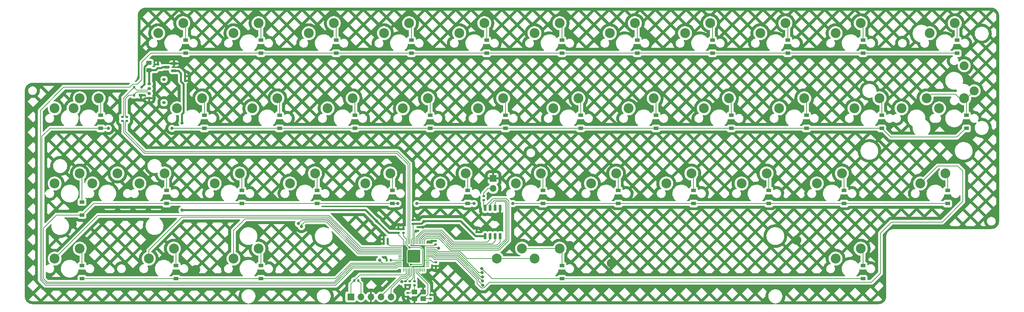
<source format=gbr>
%TF.GenerationSoftware,KiCad,Pcbnew,7.0.1*%
%TF.CreationDate,2023-04-12T22:37:38+02:00*%
%TF.ProjectId,no-escape,6e6f2d65-7363-4617-9065-2e6b69636164,rev?*%
%TF.SameCoordinates,Original*%
%TF.FileFunction,Copper,L2,Bot*%
%TF.FilePolarity,Positive*%
%FSLAX46Y46*%
G04 Gerber Fmt 4.6, Leading zero omitted, Abs format (unit mm)*
G04 Created by KiCad (PCBNEW 7.0.1) date 2023-04-12 22:37:38*
%MOMM*%
%LPD*%
G01*
G04 APERTURE LIST*
G04 Aperture macros list*
%AMRoundRect*
0 Rectangle with rounded corners*
0 $1 Rounding radius*
0 $2 $3 $4 $5 $6 $7 $8 $9 X,Y pos of 4 corners*
0 Add a 4 corners polygon primitive as box body*
4,1,4,$2,$3,$4,$5,$6,$7,$8,$9,$2,$3,0*
0 Add four circle primitives for the rounded corners*
1,1,$1+$1,$2,$3*
1,1,$1+$1,$4,$5*
1,1,$1+$1,$6,$7*
1,1,$1+$1,$8,$9*
0 Add four rect primitives between the rounded corners*
20,1,$1+$1,$2,$3,$4,$5,0*
20,1,$1+$1,$4,$5,$6,$7,0*
20,1,$1+$1,$6,$7,$8,$9,0*
20,1,$1+$1,$8,$9,$2,$3,0*%
G04 Aperture macros list end*
%TA.AperFunction,ComponentPad*%
%ADD10C,2.250000*%
%TD*%
%TA.AperFunction,ComponentPad*%
%ADD11C,2.500000*%
%TD*%
%TA.AperFunction,SMDPad,CuDef*%
%ADD12R,1.200000X0.900000*%
%TD*%
%TA.AperFunction,SMDPad,CuDef*%
%ADD13RoundRect,0.135000X-0.185000X0.135000X-0.185000X-0.135000X0.185000X-0.135000X0.185000X0.135000X0*%
%TD*%
%TA.AperFunction,SMDPad,CuDef*%
%ADD14RoundRect,0.140000X0.170000X-0.140000X0.170000X0.140000X-0.170000X0.140000X-0.170000X-0.140000X0*%
%TD*%
%TA.AperFunction,SMDPad,CuDef*%
%ADD15RoundRect,0.140000X-0.140000X-0.170000X0.140000X-0.170000X0.140000X0.170000X-0.140000X0.170000X0*%
%TD*%
%TA.AperFunction,SMDPad,CuDef*%
%ADD16RoundRect,0.150000X-0.275000X0.150000X-0.275000X-0.150000X0.275000X-0.150000X0.275000X0.150000X0*%
%TD*%
%TA.AperFunction,SMDPad,CuDef*%
%ADD17RoundRect,0.175000X-0.225000X0.175000X-0.225000X-0.175000X0.225000X-0.175000X0.225000X0.175000X0*%
%TD*%
%TA.AperFunction,SMDPad,CuDef*%
%ADD18RoundRect,0.140000X-0.170000X0.140000X-0.170000X-0.140000X0.170000X-0.140000X0.170000X0.140000X0*%
%TD*%
%TA.AperFunction,SMDPad,CuDef*%
%ADD19RoundRect,0.243750X0.456250X-0.243750X0.456250X0.243750X-0.456250X0.243750X-0.456250X-0.243750X0*%
%TD*%
%TA.AperFunction,SMDPad,CuDef*%
%ADD20RoundRect,0.150000X-0.150000X0.650000X-0.150000X-0.650000X0.150000X-0.650000X0.150000X0.650000X0*%
%TD*%
%TA.AperFunction,SMDPad,CuDef*%
%ADD21RoundRect,0.135000X0.135000X0.185000X-0.135000X0.185000X-0.135000X-0.185000X0.135000X-0.185000X0*%
%TD*%
%TA.AperFunction,SMDPad,CuDef*%
%ADD22RoundRect,0.050000X0.387500X0.050000X-0.387500X0.050000X-0.387500X-0.050000X0.387500X-0.050000X0*%
%TD*%
%TA.AperFunction,SMDPad,CuDef*%
%ADD23RoundRect,0.050000X0.050000X0.387500X-0.050000X0.387500X-0.050000X-0.387500X0.050000X-0.387500X0*%
%TD*%
%TA.AperFunction,ComponentPad*%
%ADD24C,0.600000*%
%TD*%
%TA.AperFunction,SMDPad,CuDef*%
%ADD25RoundRect,0.144000X1.456000X1.456000X-1.456000X1.456000X-1.456000X-1.456000X1.456000X-1.456000X0*%
%TD*%
%TA.AperFunction,SMDPad,CuDef*%
%ADD26RoundRect,0.150000X0.587500X0.150000X-0.587500X0.150000X-0.587500X-0.150000X0.587500X-0.150000X0*%
%TD*%
%TA.AperFunction,ComponentPad*%
%ADD27R,1.700000X1.700000*%
%TD*%
%TA.AperFunction,ComponentPad*%
%ADD28O,1.700000X1.700000*%
%TD*%
%TA.AperFunction,SMDPad,CuDef*%
%ADD29RoundRect,0.140000X0.140000X0.170000X-0.140000X0.170000X-0.140000X-0.170000X0.140000X-0.170000X0*%
%TD*%
%TA.AperFunction,SMDPad,CuDef*%
%ADD30R,1.400000X1.200000*%
%TD*%
%TA.AperFunction,SMDPad,CuDef*%
%ADD31R,1.000000X0.700000*%
%TD*%
%TA.AperFunction,SMDPad,CuDef*%
%ADD32R,0.600000X0.700000*%
%TD*%
%TA.AperFunction,SMDPad,CuDef*%
%ADD33RoundRect,0.135000X0.185000X-0.135000X0.185000X0.135000X-0.185000X0.135000X-0.185000X-0.135000X0*%
%TD*%
%TA.AperFunction,ViaPad*%
%ADD34C,0.800000*%
%TD*%
%TA.AperFunction,ViaPad*%
%ADD35C,0.600000*%
%TD*%
%TA.AperFunction,Conductor*%
%ADD36C,0.500000*%
%TD*%
%TA.AperFunction,Conductor*%
%ADD37C,0.200000*%
%TD*%
G04 APERTURE END LIST*
D10*
%TO.P,MX41,1,Passive*%
%TO.N,COL12*%
X262096000Y-50164750D03*
%TO.P,MX41,2,ROW*%
%TO.N,Net-(D23-A)*%
X264636000Y-56514750D03*
%TD*%
D11*
%TO.P,MX29,1,Passive*%
%TO.N,COL6*%
X129540000Y-80010000D03*
%TO.P,MX29,2,ROW*%
%TO.N,Net-(D29-A)*%
X135890000Y-77470000D03*
%TD*%
%TO.P,MX39,1,Passive*%
%TO.N,COL7*%
X153352500Y-99060000D03*
%TO.P,MX39,2,ROW*%
%TO.N,Net-(D39-A)*%
X159702500Y-96520000D03*
%TD*%
%TO.P,MX30,1,Passive*%
%TO.N,COL7*%
X148590000Y-80010000D03*
%TO.P,MX30,2,ROW*%
%TO.N,Net-(D30-A)*%
X154940000Y-77470000D03*
%TD*%
%TO.P,MX37,1,Passive*%
%TO.N,COL2*%
X55721250Y-99060000D03*
%TO.P,MX37,2,ROW*%
%TO.N,Net-(D37-A)*%
X62071250Y-96520000D03*
%TD*%
%TO.P,MX40,1,Passive*%
%TO.N,COL11*%
X229552500Y-99060000D03*
%TO.P,MX40,2,ROW*%
%TO.N,Net-(D40-A)*%
X235902500Y-96520000D03*
%TD*%
%TO.P,MX7,1,Passive*%
%TO.N,COL8*%
X172402500Y-41910000D03*
%TO.P,MX7,2,ROW*%
%TO.N,Net-(D7-A)*%
X178752500Y-39370000D03*
%TD*%
%TO.P,MX27,1,Passive*%
%TO.N,COL4*%
X91440000Y-80010000D03*
%TO.P,MX27,2,ROW*%
%TO.N,Net-(D27-A)*%
X97790000Y-77470000D03*
%TD*%
%TO.P,MX17,1,Passive*%
%TO.N,COL6*%
X139065000Y-60960000D03*
%TO.P,MX17,2,ROW*%
%TO.N,Net-(D17-A)*%
X145415000Y-58420000D03*
%TD*%
%TO.P,MX1,1,Passive*%
%TO.N,COL2*%
X58102500Y-41910000D03*
%TO.P,MX1,2,ROW*%
%TO.N,Net-(D1-A)*%
X64452500Y-39370000D03*
%TD*%
%TO.P,MX15,1,Passive*%
%TO.N,COL4*%
X100965000Y-60960000D03*
%TO.P,MX15,2,ROW*%
%TO.N,Net-(D15-A)*%
X107315000Y-58420000D03*
%TD*%
%TO.P,MX32,1,Passive*%
%TO.N,COL9*%
X186690000Y-80010000D03*
%TO.P,MX32,2,ROW*%
%TO.N,Net-(D32-A)*%
X193040000Y-77470000D03*
%TD*%
%TO.P,MX35,1,Passive*%
%TO.N,COL12*%
X250983750Y-80010000D03*
%TO.P,MX35,2,ROW*%
%TO.N,Net-(D35-A)*%
X257333750Y-77470000D03*
%TD*%
%TO.P,MX24,1,Passive*%
%TO.N,COL1*%
X31908750Y-80010000D03*
%TO.P,MX24,2,ROW*%
%TO.N,Net-(D24-A)*%
X38258750Y-77470000D03*
%TD*%
%TO.P,MX13,1,Passive*%
%TO.N,COL2*%
X62865000Y-60960000D03*
%TO.P,MX13,2,ROW*%
%TO.N,Net-(D13-A)*%
X69215000Y-58420000D03*
%TD*%
%TO.P,MX23,1,Passive*%
%TO.N,COL12*%
X255746250Y-60960000D03*
%TO.P,MX23,2,ROW*%
%TO.N,Net-(D23-A)*%
X262096250Y-58420000D03*
%TD*%
%TO.P,MX9,1,Passive*%
%TO.N,COL10*%
X210502500Y-41910000D03*
%TO.P,MX9,2,ROW*%
%TO.N,Net-(D9-A)*%
X216852500Y-39370000D03*
%TD*%
%TO.P,MX31,1,Passive*%
%TO.N,COL8*%
X167640000Y-80010000D03*
%TO.P,MX31,2,ROW*%
%TO.N,Net-(D31-A)*%
X173990000Y-77470000D03*
%TD*%
%TO.P,MX14,1,Passive*%
%TO.N,COL3*%
X81915000Y-60960000D03*
%TO.P,MX14,2,ROW*%
%TO.N,Net-(D14-A)*%
X88265000Y-58420000D03*
%TD*%
%TO.P,MX10,1,Passive*%
%TO.N,COL11*%
X229552500Y-41910000D03*
%TO.P,MX10,2,ROW*%
%TO.N,Net-(D10-A)*%
X235902500Y-39370000D03*
%TD*%
%TO.P,MX20,1,Passive*%
%TO.N,COL9*%
X196215000Y-60960000D03*
%TO.P,MX20,2,ROW*%
%TO.N,Net-(D20-A)*%
X202565000Y-58420000D03*
%TD*%
%TO.P,MX25,1,Passive*%
%TO.N,COL2*%
X53340000Y-80010000D03*
%TO.P,MX25,2,ROW*%
%TO.N,Net-(D25-A)*%
X59690000Y-77470000D03*
%TD*%
%TO.P,MX22,1,Passive*%
%TO.N,COL11*%
X234315000Y-60960000D03*
%TO.P,MX22,2,ROW*%
%TO.N,Net-(D22-A)*%
X240665000Y-58420000D03*
%TD*%
%TO.P,MX5,1,Passive*%
%TO.N,COL6*%
X134302500Y-41910000D03*
%TO.P,MX5,2,ROW*%
%TO.N,Net-(D5-A)*%
X140652500Y-39370000D03*
%TD*%
%TO.P,MX36,1,Passive*%
%TO.N,COL1*%
X31908750Y-99060000D03*
%TO.P,MX36,2,ROW*%
%TO.N,Net-(D36-A)*%
X38258750Y-96520000D03*
%TD*%
%TO.P,MX42,1,Passive*%
%TO.N,COL12*%
X246221166Y-60959991D03*
%TO.P,MX42,2,ROW*%
%TO.N,Net-(D23-A)*%
X252571166Y-58419991D03*
%TD*%
%TO.P,MX43,1,Passive*%
%TO.N,COL1*%
X41433750Y-80010000D03*
%TO.P,MX43,2,ROW*%
%TO.N,Net-(D24-A)*%
X47783750Y-77470000D03*
%TD*%
%TO.P,MX18,1,Passive*%
%TO.N,COL7*%
X158115000Y-60960000D03*
%TO.P,MX18,2,ROW*%
%TO.N,Net-(D18-A)*%
X164465000Y-58420000D03*
%TD*%
%TO.P,MX44,1,Passive*%
%TO.N,COL7*%
X143827916Y-99059991D03*
%TO.P,MX44,2,ROW*%
%TO.N,Net-(D39-A)*%
X150177916Y-96519991D03*
%TD*%
%TO.P,MX6,1,Passive*%
%TO.N,COL7*%
X153352500Y-41910000D03*
%TO.P,MX6,2,ROW*%
%TO.N,Net-(D6-A)*%
X159702500Y-39370000D03*
%TD*%
%TO.P,MX21,1,Passive*%
%TO.N,COL10*%
X215265000Y-60960000D03*
%TO.P,MX21,2,ROW*%
%TO.N,Net-(D21-A)*%
X221615000Y-58420000D03*
%TD*%
%TO.P,MX16,1,Passive*%
%TO.N,COL5*%
X120015000Y-60960000D03*
%TO.P,MX16,2,ROW*%
%TO.N,Net-(D16-A)*%
X126365000Y-58420000D03*
%TD*%
%TO.P,MX8,1,Passive*%
%TO.N,COL9*%
X191452500Y-41910000D03*
%TO.P,MX8,2,ROW*%
%TO.N,Net-(D8-A)*%
X197802500Y-39370000D03*
%TD*%
%TO.P,MX11,1,Passive*%
%TO.N,COL12*%
X253365000Y-41910000D03*
%TO.P,MX11,2,ROW*%
%TO.N,Net-(D11-A)*%
X259715000Y-39370000D03*
%TD*%
%TO.P,MX12,1,Passive*%
%TO.N,COL1*%
X31908250Y-60960000D03*
X36671250Y-60960000D03*
%TO.P,MX12,2,ROW*%
%TO.N,Net-(D12-A)*%
X38258250Y-58420000D03*
X43021250Y-58420000D03*
%TD*%
%TO.P,MX3,1,Passive*%
%TO.N,COL4*%
X96202500Y-41910000D03*
%TO.P,MX3,2,ROW*%
%TO.N,Net-(D3-A)*%
X102552500Y-39370000D03*
%TD*%
%TO.P,MX33,1,Passive*%
%TO.N,COL10*%
X205740000Y-80010000D03*
%TO.P,MX33,2,ROW*%
%TO.N,Net-(D33-A)*%
X212090000Y-77470000D03*
%TD*%
%TO.P,MX34,1,Passive*%
%TO.N,COL11*%
X224790000Y-80010000D03*
%TO.P,MX34,2,ROW*%
%TO.N,Net-(D34-A)*%
X231140000Y-77470000D03*
%TD*%
%TO.P,MX4,1,Passive*%
%TO.N,COL5*%
X115252500Y-41910000D03*
%TO.P,MX4,2,ROW*%
%TO.N,Net-(D4-A)*%
X121602500Y-39370000D03*
%TD*%
%TO.P,MX19,1,Passive*%
%TO.N,COL8*%
X177165000Y-60960000D03*
%TO.P,MX19,2,ROW*%
%TO.N,Net-(D19-A)*%
X183515000Y-58420000D03*
%TD*%
%TO.P,MX28,1,Passive*%
%TO.N,COL5*%
X110490000Y-80010000D03*
%TO.P,MX28,2,ROW*%
%TO.N,Net-(D28-A)*%
X116840000Y-77470000D03*
%TD*%
%TO.P,MX26,1,Passive*%
%TO.N,COL3*%
X72390000Y-80010000D03*
%TO.P,MX26,2,ROW*%
%TO.N,Net-(D26-A)*%
X78740000Y-77470000D03*
%TD*%
%TO.P,MX38,1,Passive*%
%TO.N,COL3*%
X77152500Y-99060000D03*
%TO.P,MX38,2,ROW*%
%TO.N,Net-(D38-A)*%
X83502500Y-96520000D03*
%TD*%
%TO.P,MX2,1,Passive*%
%TO.N,COL3*%
X77152500Y-41910000D03*
%TO.P,MX2,2,ROW*%
%TO.N,Net-(D2-A)*%
X83502500Y-39370000D03*
%TD*%
D12*
%TO.P,D17,1,K*%
%TO.N,ROW2*%
X145987000Y-66037000D03*
%TO.P,D17,2,A*%
%TO.N,Net-(D17-A)*%
X145987000Y-62737000D03*
%TD*%
D13*
%TO.P,R_DATA1,1*%
%TO.N,D+*%
X50165000Y-63117000D03*
%TO.P,R_DATA1,2*%
%TO.N,DP*%
X50165000Y-64137000D03*
%TD*%
D14*
%TO.P,C_3V-Decoup2,1*%
%TO.N,+3V3*%
X118872000Y-92555000D03*
%TO.P,C_3V-Decoup2,2*%
%TO.N,GND*%
X118872000Y-91595000D03*
%TD*%
%TO.P,C_1V-Decoup1,1*%
%TO.N,+1V1*%
X120142000Y-92555000D03*
%TO.P,C_1V-Decoup1,2*%
%TO.N,GND*%
X120142000Y-91595000D03*
%TD*%
D15*
%TO.P,C_LDO2,1*%
%TO.N,+3V3*%
X63909000Y-52832000D03*
%TO.P,C_LDO2,2*%
%TO.N,GND*%
X64869000Y-52832000D03*
%TD*%
D16*
%TO.P,J1,1,Pin_1*%
%TO.N,+5V*%
X55814750Y-54778500D03*
%TO.P,J1,2,Pin_2*%
%TO.N,D-*%
X55814750Y-55978500D03*
%TO.P,J1,3,Pin_3*%
%TO.N,D+*%
X55814750Y-57178500D03*
%TO.P,J1,4,Pin_4*%
%TO.N,GND*%
X55814750Y-58378500D03*
D17*
%TO.P,J1,MP*%
%TO.N,N/C*%
X59589750Y-53628500D03*
X59589750Y-59528500D03*
%TD*%
D12*
%TO.P,D9,1,K*%
%TO.N,ROW1*%
X217424500Y-46987000D03*
%TO.P,D9,2,A*%
%TO.N,Net-(D9-A)*%
X217424500Y-43687000D03*
%TD*%
%TO.P,D20,1,K*%
%TO.N,ROW2*%
X203137000Y-66037000D03*
%TO.P,D20,2,A*%
%TO.N,Net-(D20-A)*%
X203137000Y-62737000D03*
%TD*%
%TO.P,D18,1,K*%
%TO.N,ROW2*%
X165037000Y-66037000D03*
%TO.P,D18,2,A*%
%TO.N,Net-(D18-A)*%
X165037000Y-62737000D03*
%TD*%
D18*
%TO.P,C_Crystal1,1*%
%TO.N,GND*%
X127000000Y-108260000D03*
%TO.P,C_Crystal1,2*%
%TO.N,XTAL_IN*%
X127000000Y-109220000D03*
%TD*%
D14*
%TO.P,C_3V-Decoup4,1*%
%TO.N,+3V3*%
X122555000Y-90269000D03*
%TO.P,C_3V-Decoup4,2*%
%TO.N,GND*%
X122555000Y-89309000D03*
%TD*%
D12*
%TO.P,D4,1,K*%
%TO.N,ROW1*%
X122174500Y-46987000D03*
%TO.P,D4,2,A*%
%TO.N,Net-(D4-A)*%
X122174500Y-43687000D03*
%TD*%
D19*
%TO.P,F1,1*%
%TO.N,+5V*%
X55753000Y-51278000D03*
%TO.P,F1,2*%
%TO.N,VCC*%
X55753000Y-49403000D03*
%TD*%
D12*
%TO.P,D8,1,K*%
%TO.N,ROW1*%
X198374500Y-46987000D03*
%TO.P,D8,2,A*%
%TO.N,Net-(D8-A)*%
X198374500Y-43687000D03*
%TD*%
%TO.P,D34,1,K*%
%TO.N,ROW3*%
X231712000Y-85087000D03*
%TO.P,D34,2,A*%
%TO.N,Net-(D34-A)*%
X231712000Y-81787000D03*
%TD*%
%TO.P,D40,1,K*%
%TO.N,ROW4*%
X236474500Y-104137000D03*
%TO.P,D40,2,A*%
%TO.N,Net-(D40-A)*%
X236474500Y-100837000D03*
%TD*%
%TO.P,D13,1,K*%
%TO.N,ROW2*%
X69787000Y-66037000D03*
%TO.P,D13,2,A*%
%TO.N,Net-(D13-A)*%
X69787000Y-62737000D03*
%TD*%
%TO.P,D32,1,K*%
%TO.N,ROW3*%
X193612000Y-85087000D03*
%TO.P,D32,2,A*%
%TO.N,Net-(D32-A)*%
X193612000Y-81787000D03*
%TD*%
%TO.P,D7,1,K*%
%TO.N,ROW1*%
X179324500Y-46987000D03*
%TO.P,D7,2,A*%
%TO.N,Net-(D7-A)*%
X179324500Y-43687000D03*
%TD*%
%TO.P,D38,1,K*%
%TO.N,ROW4*%
X84074500Y-104137000D03*
%TO.P,D38,2,A*%
%TO.N,Net-(D38-A)*%
X84074500Y-100837000D03*
%TD*%
D18*
%TO.P,C_1V-Decoup3,1*%
%TO.N,+1V1*%
X120650000Y-104775000D03*
%TO.P,C_1V-Decoup3,2*%
%TO.N,GND*%
X120650000Y-105735000D03*
%TD*%
D20*
%TO.P,U3,1,~{CS}*%
%TO.N,CS*%
X140843000Y-86189000D03*
%TO.P,U3,2,DO(IO1)*%
%TO.N,SD1*%
X142113000Y-86189000D03*
%TO.P,U3,3,IO2*%
%TO.N,SD2*%
X143383000Y-86189000D03*
%TO.P,U3,4,GND*%
%TO.N,GND*%
X144653000Y-86189000D03*
%TO.P,U3,5,DI(IO0)*%
%TO.N,SD0*%
X144653000Y-93389000D03*
%TO.P,U3,6,CLK*%
%TO.N,QSPI_CLK*%
X143383000Y-93389000D03*
%TO.P,U3,7,IO3*%
%TO.N,SD3*%
X142113000Y-93389000D03*
%TO.P,U3,8,VCC*%
%TO.N,+3V3*%
X140843000Y-93389000D03*
%TD*%
D21*
%TO.P,R_RST1,1*%
%TO.N,+3V3*%
X108714000Y-104648000D03*
%TO.P,R_RST1,2*%
%TO.N,RESET*%
X107694000Y-104648000D03*
%TD*%
D22*
%TO.P,U1,1,IOVDD*%
%TO.N,+3V3*%
X126246500Y-95853000D03*
%TO.P,U1,2,GPIO0*%
%TO.N,COL6*%
X126246500Y-96253000D03*
%TO.P,U1,3,GPIO1*%
%TO.N,COL7*%
X126246500Y-96653000D03*
%TO.P,U1,4,GPIO2*%
%TO.N,COL8*%
X126246500Y-97053000D03*
%TO.P,U1,5,GPIO3*%
%TO.N,COL9*%
X126246500Y-97453000D03*
%TO.P,U1,6,GPIO4*%
%TO.N,COL10*%
X126246500Y-97853000D03*
%TO.P,U1,7,GPIO5*%
%TO.N,COL11*%
X126246500Y-98253000D03*
%TO.P,U1,8,GPIO6*%
%TO.N,COL12*%
X126246500Y-98653000D03*
%TO.P,U1,9,GPIO7*%
%TO.N,unconnected-(U1-GPIO7-Pad9)*%
X126246500Y-99053000D03*
%TO.P,U1,10,IOVDD*%
%TO.N,+3V3*%
X126246500Y-99453000D03*
%TO.P,U1,11,GPIO8*%
%TO.N,unconnected-(U1-GPIO8-Pad11)*%
X126246500Y-99853000D03*
%TO.P,U1,12,GPIO9*%
%TO.N,unconnected-(U1-GPIO9-Pad12)*%
X126246500Y-100253000D03*
%TO.P,U1,13,GPIO10*%
%TO.N,unconnected-(U1-GPIO10-Pad13)*%
X126246500Y-100653000D03*
%TO.P,U1,14,GPIO11*%
%TO.N,unconnected-(U1-GPIO11-Pad14)*%
X126246500Y-101053000D03*
D23*
%TO.P,U1,15,GPIO12*%
%TO.N,unconnected-(U1-GPIO12-Pad15)*%
X125409000Y-101890500D03*
%TO.P,U1,16,GPIO13*%
%TO.N,unconnected-(U1-GPIO13-Pad16)*%
X125009000Y-101890500D03*
%TO.P,U1,17,GPIO14*%
%TO.N,unconnected-(U1-GPIO14-Pad17)*%
X124609000Y-101890500D03*
%TO.P,U1,18,GPIO15*%
%TO.N,unconnected-(U1-GPIO15-Pad18)*%
X124209000Y-101890500D03*
%TO.P,U1,19,TESTEN*%
%TO.N,GND*%
X123809000Y-101890500D03*
%TO.P,U1,20,XTAL_IN*%
%TO.N,XTAL_IN*%
X123409000Y-101890500D03*
%TO.P,U1,21,XTAL_OUT*%
%TO.N,XTAL_OUT*%
X123009000Y-101890500D03*
%TO.P,U1,22,IOVDD*%
%TO.N,+3V3*%
X122609000Y-101890500D03*
%TO.P,U1,23,DVDD*%
%TO.N,+1V1*%
X122209000Y-101890500D03*
%TO.P,U1,24,SWCLK*%
%TO.N,SWCLK*%
X121809000Y-101890500D03*
%TO.P,U1,25,SWDIO*%
%TO.N,SWDIO*%
X121409000Y-101890500D03*
%TO.P,U1,26,~{RUN}*%
%TO.N,RESET*%
X121009000Y-101890500D03*
%TO.P,U1,27,GPIO16*%
%TO.N,unconnected-(U1-GPIO16-Pad27)*%
X120609000Y-101890500D03*
%TO.P,U1,28,GPIO17*%
%TO.N,unconnected-(U1-GPIO17-Pad28)*%
X120209000Y-101890500D03*
D22*
%TO.P,U1,29,GPIO18*%
%TO.N,ROW1*%
X119371500Y-101053000D03*
%TO.P,U1,30,GPIO19*%
%TO.N,ROW2*%
X119371500Y-100653000D03*
%TO.P,U1,31,GPIO20*%
%TO.N,ROW3*%
X119371500Y-100253000D03*
%TO.P,U1,32,GPIO21*%
%TO.N,ROW4*%
X119371500Y-99853000D03*
%TO.P,U1,33,IOVDD*%
%TO.N,+3V3*%
X119371500Y-99453000D03*
%TO.P,U1,34,GPIO22*%
%TO.N,unconnected-(U1-GPIO22-Pad34)*%
X119371500Y-99053000D03*
%TO.P,U1,35,GPIO23*%
%TO.N,unconnected-(U1-GPIO23-Pad35)*%
X119371500Y-98653000D03*
%TO.P,U1,36,GPIO24*%
%TO.N,unconnected-(U1-GPIO24-Pad36)*%
X119371500Y-98253000D03*
%TO.P,U1,37,GPIO25*%
%TO.N,COL5*%
X119371500Y-97853000D03*
%TO.P,U1,38,GPIO26/ADC0*%
%TO.N,COL4*%
X119371500Y-97453000D03*
%TO.P,U1,39,GPIO27/ADC1*%
%TO.N,COL3*%
X119371500Y-97053000D03*
%TO.P,U1,40,GPIO28/ADC2*%
%TO.N,COL2*%
X119371500Y-96653000D03*
%TO.P,U1,41,GPIO29/ADC3*%
%TO.N,COL1*%
X119371500Y-96253000D03*
%TO.P,U1,42,IOVDD*%
%TO.N,+3V3*%
X119371500Y-95853000D03*
D23*
%TO.P,U1,43,ADC_AVDD*%
X120209000Y-95015500D03*
%TO.P,U1,44,VREG_VIN*%
X120609000Y-95015500D03*
%TO.P,U1,45,VREG_VOUT*%
%TO.N,+1V1*%
X121009000Y-95015500D03*
%TO.P,U1,46,D-*%
%TO.N,DN*%
X121409000Y-95015500D03*
%TO.P,U1,47,D+*%
%TO.N,DP*%
X121809000Y-95015500D03*
%TO.P,U1,48,USB_VDD*%
%TO.N,+3V3*%
X122209000Y-95015500D03*
%TO.P,U1,49,IOVDD*%
X122609000Y-95015500D03*
%TO.P,U1,50,DVDD*%
%TO.N,+1V1*%
X123009000Y-95015500D03*
%TO.P,U1,51,QSPI_SD3*%
%TO.N,SD3*%
X123409000Y-95015500D03*
%TO.P,U1,52,QSPI_SCLK*%
%TO.N,QSPI_CLK*%
X123809000Y-95015500D03*
%TO.P,U1,53,QSPI_SD0*%
%TO.N,SD0*%
X124209000Y-95015500D03*
%TO.P,U1,54,QSPI_SD2*%
%TO.N,SD2*%
X124609000Y-95015500D03*
%TO.P,U1,55,QSPI_SD1*%
%TO.N,SD1*%
X125009000Y-95015500D03*
%TO.P,U1,56,QSPI_SS_N*%
%TO.N,CS*%
X125409000Y-95015500D03*
D24*
%TO.P,U1,57,GND*%
%TO.N,GND*%
X124084000Y-99728000D03*
X124084000Y-98453000D03*
X124084000Y-97178000D03*
X122809000Y-99728000D03*
X122809000Y-98453000D03*
D25*
X122809000Y-98453000D03*
D24*
X122809000Y-97178000D03*
X121534000Y-99728000D03*
X121534000Y-98453000D03*
X121534000Y-97178000D03*
%TD*%
D18*
%TO.P,C_3V-Decoup3,1*%
%TO.N,+3V3*%
X121793000Y-104775000D03*
%TO.P,C_3V-Decoup3,2*%
%TO.N,GND*%
X121793000Y-105735000D03*
%TD*%
D12*
%TO.P,D10,1,K*%
%TO.N,ROW1*%
X236474500Y-46987000D03*
%TO.P,D10,2,A*%
%TO.N,Net-(D10-A)*%
X236474500Y-43687000D03*
%TD*%
D26*
%TO.P,U2,1,GND*%
%TO.N,GND*%
X62073000Y-49596000D03*
%TO.P,U2,2,VO*%
%TO.N,+3V3*%
X62073000Y-51496000D03*
%TO.P,U2,3,VI*%
%TO.N,+5V*%
X60198000Y-50546000D03*
%TD*%
D12*
%TO.P,D28,1,K*%
%TO.N,ROW3*%
X117412000Y-85087000D03*
%TO.P,D28,2,A*%
%TO.N,Net-(D28-A)*%
X117412000Y-81787000D03*
%TD*%
D27*
%TO.P,J2,1,Pin_1*%
%TO.N,RESET*%
X106843750Y-108743750D03*
D28*
%TO.P,J2,2,Pin_2*%
%TO.N,+3V3*%
X109383750Y-108743750D03*
%TO.P,J2,3,Pin_3*%
%TO.N,GND*%
X111923750Y-108743750D03*
%TO.P,J2,4,Pin_4*%
%TO.N,SWDIO*%
X114463750Y-108743750D03*
%TO.P,J2,5,Pin_5*%
%TO.N,SWCLK*%
X117003750Y-108743750D03*
%TD*%
D12*
%TO.P,D2,1,K*%
%TO.N,ROW1*%
X84074500Y-46987000D03*
%TO.P,D2,2,A*%
%TO.N,Net-(D2-A)*%
X84074500Y-43687000D03*
%TD*%
%TO.P,D29,1,K*%
%TO.N,ROW3*%
X136462000Y-85087000D03*
%TO.P,D29,2,A*%
%TO.N,Net-(D29-A)*%
X136462000Y-81787000D03*
%TD*%
%TO.P,D16,1,K*%
%TO.N,ROW2*%
X126937000Y-66037000D03*
%TO.P,D16,2,A*%
%TO.N,Net-(D16-A)*%
X126937000Y-62737000D03*
%TD*%
D14*
%TO.P,C_LDO1,1*%
%TO.N,+5V*%
X58039000Y-50772000D03*
%TO.P,C_LDO1,2*%
%TO.N,GND*%
X58039000Y-49812000D03*
%TD*%
D12*
%TO.P,D15,1,K*%
%TO.N,ROW2*%
X107887000Y-66037000D03*
%TO.P,D15,2,A*%
%TO.N,Net-(D15-A)*%
X107887000Y-62737000D03*
%TD*%
D14*
%TO.P,C_Flash1,1*%
%TO.N,+3V3*%
X138684000Y-93345000D03*
%TO.P,C_Flash1,2*%
%TO.N,GND*%
X138684000Y-92385000D03*
%TD*%
D12*
%TO.P,D3,1,K*%
%TO.N,ROW1*%
X103124500Y-46987000D03*
%TO.P,D3,2,A*%
%TO.N,Net-(D3-A)*%
X103124500Y-43687000D03*
%TD*%
D14*
%TO.P,C_Crystal2,1*%
%TO.N,GND*%
X121285000Y-108712000D03*
%TO.P,C_Crystal2,2*%
%TO.N,Net-(C_Crystal2-Pad2)*%
X121285000Y-107752000D03*
%TD*%
D13*
%TO.P,R_DATA2,1*%
%TO.N,D-*%
X49022000Y-63117000D03*
%TO.P,R_DATA2,2*%
%TO.N,DN*%
X49022000Y-64137000D03*
%TD*%
D12*
%TO.P,D26,1,K*%
%TO.N,ROW3*%
X79312000Y-85087000D03*
%TO.P,D26,2,A*%
%TO.N,Net-(D26-A)*%
X79312000Y-81787000D03*
%TD*%
%TO.P,D39,1,K*%
%TO.N,ROW4*%
X160274500Y-104137000D03*
%TO.P,D39,2,A*%
%TO.N,Net-(D39-A)*%
X160274500Y-100837000D03*
%TD*%
D29*
%TO.P,C_3V-Decoup9,1*%
%TO.N,+3V3*%
X116177000Y-95250000D03*
%TO.P,C_3V-Decoup9,2*%
%TO.N,GND*%
X115217000Y-95250000D03*
%TD*%
D12*
%TO.P,D23,1,K*%
%TO.N,ROW2*%
X262668250Y-66037000D03*
%TO.P,D23,2,A*%
%TO.N,Net-(D23-A)*%
X262668250Y-62737000D03*
%TD*%
%TO.P,D30,1,K*%
%TO.N,ROW3*%
X155512000Y-85087000D03*
%TO.P,D30,2,A*%
%TO.N,Net-(D30-A)*%
X155512000Y-81787000D03*
%TD*%
D30*
%TO.P,Y1,1,1*%
%TO.N,Net-(C_Crystal2-Pad2)*%
X122979000Y-107509000D03*
%TO.P,Y1,2,2*%
%TO.N,GND*%
X125179000Y-107509000D03*
%TO.P,Y1,3,3*%
%TO.N,XTAL_IN*%
X125179000Y-109209000D03*
%TO.P,Y1,4,4*%
%TO.N,GND*%
X122979000Y-109209000D03*
%TD*%
D14*
%TO.P,C_3V-Decoup8,1*%
%TO.N,+3V3*%
X128270000Y-95476000D03*
%TO.P,C_3V-Decoup8,2*%
%TO.N,GND*%
X128270000Y-94516000D03*
%TD*%
D18*
%TO.P,C_3V-Decoup5,1*%
%TO.N,+3V3*%
X128397000Y-99977000D03*
%TO.P,C_3V-Decoup5,2*%
%TO.N,GND*%
X128397000Y-100937000D03*
%TD*%
D12*
%TO.P,D12,1,K*%
%TO.N,ROW2*%
X43593250Y-66037000D03*
%TO.P,D12,2,A*%
%TO.N,Net-(D12-A)*%
X43593250Y-62737000D03*
%TD*%
%TO.P,D21,1,K*%
%TO.N,ROW2*%
X222187000Y-66037000D03*
%TO.P,D21,2,A*%
%TO.N,Net-(D21-A)*%
X222187000Y-62737000D03*
%TD*%
%TO.P,D14,1,K*%
%TO.N,ROW2*%
X88837000Y-66037000D03*
%TO.P,D14,2,A*%
%TO.N,Net-(D14-A)*%
X88837000Y-62737000D03*
%TD*%
D31*
%TO.P,U4,1,GND*%
%TO.N,GND*%
X53709000Y-57642000D03*
D32*
%TO.P,U4,2,IO1*%
%TO.N,D+*%
X52009000Y-57642000D03*
%TO.P,U4,3,IO2*%
%TO.N,D-*%
X52009000Y-55642000D03*
%TO.P,U4,4,VCC*%
%TO.N,VCC*%
X53909000Y-55642000D03*
%TD*%
D12*
%TO.P,D27,1,K*%
%TO.N,ROW3*%
X98362000Y-85087000D03*
%TO.P,D27,2,A*%
%TO.N,Net-(D27-A)*%
X98362000Y-81787000D03*
%TD*%
%TO.P,D6,1,K*%
%TO.N,ROW1*%
X160274500Y-46987000D03*
%TO.P,D6,2,A*%
%TO.N,Net-(D6-A)*%
X160274500Y-43687000D03*
%TD*%
%TO.P,D36,1,K*%
%TO.N,ROW4*%
X38830750Y-104137000D03*
%TO.P,D36,2,A*%
%TO.N,Net-(D36-A)*%
X38830750Y-100837000D03*
%TD*%
%TO.P,D11,1,K*%
%TO.N,ROW1*%
X260287000Y-46987000D03*
%TO.P,D11,2,A*%
%TO.N,Net-(D11-A)*%
X260287000Y-43687000D03*
%TD*%
%TO.P,D19,1,K*%
%TO.N,ROW2*%
X184087000Y-66037000D03*
%TO.P,D19,2,A*%
%TO.N,Net-(D19-A)*%
X184087000Y-62737000D03*
%TD*%
D29*
%TO.P,C_3V-Decoup6,1*%
%TO.N,+3V3*%
X116939000Y-99441000D03*
%TO.P,C_3V-Decoup6,2*%
%TO.N,GND*%
X115979000Y-99441000D03*
%TD*%
D33*
%TO.P,R_Crystal1,1*%
%TO.N,Net-(C_Crystal2-Pad2)*%
X122936000Y-105793000D03*
%TO.P,R_Crystal1,2*%
%TO.N,XTAL_OUT*%
X122936000Y-104773000D03*
%TD*%
D27*
%TO.P,SW1,1,1*%
%TO.N,GND*%
X142875000Y-78735000D03*
D28*
%TO.P,SW1,2,2*%
%TO.N,Net-(R_Flash1-Pad1)*%
X142875000Y-81275000D03*
%TD*%
D12*
%TO.P,D35,1,K*%
%TO.N,ROW3*%
X257905750Y-85087000D03*
%TO.P,D35,2,A*%
%TO.N,Net-(D35-A)*%
X257905750Y-81787000D03*
%TD*%
%TO.P,D25,1,K*%
%TO.N,ROW3*%
X60262000Y-85087000D03*
%TO.P,D25,2,A*%
%TO.N,Net-(D25-A)*%
X60262000Y-81787000D03*
%TD*%
D14*
%TO.P,C_1V-Decoup2,1*%
%TO.N,+1V1*%
X123825000Y-92047000D03*
%TO.P,C_1V-Decoup2,2*%
%TO.N,GND*%
X123825000Y-91087000D03*
%TD*%
D13*
%TO.P,R_Flash1,1*%
%TO.N,Net-(R_Flash1-Pad1)*%
X140462000Y-83183000D03*
%TO.P,R_Flash1,2*%
%TO.N,CS*%
X140462000Y-84203000D03*
%TD*%
D12*
%TO.P,D1,1,K*%
%TO.N,ROW1*%
X65024500Y-46987000D03*
%TO.P,D1,2,A*%
%TO.N,Net-(D1-A)*%
X65024500Y-43687000D03*
%TD*%
%TO.P,D24,1,K*%
%TO.N,ROW3*%
X38830750Y-88010000D03*
%TO.P,D24,2,A*%
%TO.N,Net-(D24-A)*%
X38830750Y-84710000D03*
%TD*%
%TO.P,D22,1,K*%
%TO.N,ROW2*%
X241237000Y-66037000D03*
%TO.P,D22,2,A*%
%TO.N,Net-(D22-A)*%
X241237000Y-62737000D03*
%TD*%
%TO.P,D37,1,K*%
%TO.N,ROW4*%
X62643250Y-104137000D03*
%TO.P,D37,2,A*%
%TO.N,Net-(D37-A)*%
X62643250Y-100837000D03*
%TD*%
%TO.P,D33,1,K*%
%TO.N,ROW3*%
X212662000Y-85087000D03*
%TO.P,D33,2,A*%
%TO.N,Net-(D33-A)*%
X212662000Y-81787000D03*
%TD*%
%TO.P,D5,1,K*%
%TO.N,ROW1*%
X141224500Y-46987000D03*
%TO.P,D5,2,A*%
%TO.N,Net-(D5-A)*%
X141224500Y-43687000D03*
%TD*%
%TO.P,D31,1,K*%
%TO.N,ROW3*%
X174562000Y-85087000D03*
%TO.P,D31,2,A*%
%TO.N,Net-(D31-A)*%
X174562000Y-81787000D03*
%TD*%
D29*
%TO.P,C_3V-Decoup7,1*%
%TO.N,+3V3*%
X116177000Y-94107000D03*
%TO.P,C_3V-Decoup7,2*%
%TO.N,GND*%
X115217000Y-94107000D03*
%TD*%
D15*
%TO.P,C_3V-Decoup1,1*%
%TO.N,+3V3*%
X63909000Y-53975000D03*
%TO.P,C_3V-Decoup1,2*%
%TO.N,GND*%
X64869000Y-53975000D03*
%TD*%
D34*
%TO.N,GND*%
X125095000Y-91059000D03*
X127381000Y-94615000D03*
X36322000Y-90297000D03*
X219710000Y-94361000D03*
X115570000Y-98806000D03*
X162306000Y-95758000D03*
X67564000Y-101854000D03*
X120396000Y-76454000D03*
X143510000Y-88392000D03*
X172847000Y-100203000D03*
X114427000Y-95250000D03*
%TO.N,+3V3*%
X64135000Y-64643000D03*
X113411000Y-89535000D03*
X64135000Y-86741000D03*
X125349000Y-89662000D03*
%TO.N,ROW2*%
X45466000Y-66040000D03*
X61595000Y-66040000D03*
%TO.N,ROW3*%
X147890500Y-85090000D03*
X138049000Y-85090000D03*
X118745000Y-85090000D03*
X123571000Y-85090000D03*
%TO.N,ROW4*%
X140017500Y-101536500D03*
X114173000Y-99441000D03*
%TO.N,COL4*%
X93599000Y-90170000D03*
%TO.N,COL5*%
X94361000Y-90932000D03*
%TO.N,COL6*%
X129032000Y-96437000D03*
%TO.N,COL8*%
X140081000Y-102616000D03*
%TO.N,COL9*%
X140157878Y-103682122D03*
%TO.N,COL10*%
X140188235Y-104701722D03*
%TO.N,COL11*%
X140208000Y-105791000D03*
D35*
%TO.N,+1V1*%
X122047000Y-100552500D03*
X121671205Y-96240301D03*
D34*
X119761000Y-104902000D03*
X123308500Y-92075000D03*
%TD*%
D36*
%TO.N,GND*%
X118872000Y-91595000D02*
X120142000Y-91595000D01*
D37*
X127000000Y-105634314D02*
X127000000Y-108260000D01*
D36*
X115217000Y-94107000D02*
X115217000Y-95250000D01*
X125095000Y-91059000D02*
X123853000Y-91059000D01*
X124929000Y-107509000D02*
X125179000Y-107509000D01*
X122979000Y-109209000D02*
X121782000Y-109209000D01*
X128270000Y-94516000D02*
X127480000Y-94516000D01*
D37*
X120650000Y-105735000D02*
X121793000Y-105735000D01*
D36*
X127480000Y-94516000D02*
X127381000Y-94615000D01*
X144653000Y-86189000D02*
X144653000Y-87249000D01*
X122979000Y-109209000D02*
X123229000Y-109209000D01*
X123853000Y-91059000D02*
X123825000Y-91087000D01*
X115979000Y-99215000D02*
X115570000Y-98806000D01*
X115979000Y-99441000D02*
X115979000Y-99215000D01*
D37*
X123809000Y-102443314D02*
X127000000Y-105634314D01*
D36*
X121782000Y-109209000D02*
X121285000Y-108712000D01*
X144653000Y-87249000D02*
X143510000Y-88392000D01*
X123229000Y-109209000D02*
X124929000Y-107509000D01*
D37*
X123809000Y-101890500D02*
X123809000Y-102443314D01*
%TO.N,+3V3*%
X120209000Y-95634000D02*
X120428000Y-95853000D01*
X109383750Y-105317750D02*
X108714000Y-104648000D01*
D36*
X64135000Y-64643000D02*
X64135000Y-62484000D01*
D37*
X120609000Y-95672000D02*
X120609000Y-95015500D01*
D36*
X63909000Y-52098000D02*
X63307000Y-51496000D01*
D37*
X126246500Y-99453000D02*
X125488000Y-99453000D01*
D36*
X63909000Y-52832000D02*
X63909000Y-52098000D01*
X138728000Y-93389000D02*
X138684000Y-93345000D01*
D37*
X116951000Y-99453000D02*
X119371500Y-99453000D01*
X119371500Y-95853000D02*
X116780000Y-95853000D01*
X128397000Y-99977000D02*
X127663000Y-99977000D01*
X116780000Y-95853000D02*
X116177000Y-95250000D01*
X122609000Y-95015500D02*
X122609000Y-95685000D01*
X122609000Y-103959000D02*
X122609000Y-101890500D01*
X122609000Y-93853000D02*
X122609000Y-90323000D01*
D36*
X64135000Y-62484000D02*
X64565000Y-62054000D01*
D37*
X118872000Y-92555000D02*
X118872000Y-92964000D01*
X119371500Y-95853000D02*
X120428000Y-95853000D01*
D36*
X64565000Y-54815386D02*
X63909000Y-54159386D01*
D37*
X122209000Y-95015500D02*
X122209000Y-94253000D01*
D36*
X64565000Y-62054000D02*
X64565000Y-54815386D01*
X63909000Y-54159386D02*
X63909000Y-53975000D01*
X63909000Y-53975000D02*
X63909000Y-52832000D01*
D37*
X116939000Y-99441000D02*
X116951000Y-99453000D01*
D36*
X110617000Y-86741000D02*
X113411000Y-89535000D01*
D37*
X122209000Y-95015500D02*
X122209000Y-95793000D01*
X109383750Y-108743750D02*
X109383750Y-105317750D01*
X126246500Y-95853000D02*
X125508000Y-95853000D01*
X127663000Y-99977000D02*
X127139000Y-99453000D01*
D36*
X125476000Y-89535000D02*
X134689614Y-89535000D01*
X116431000Y-92555000D02*
X118872000Y-92555000D01*
D37*
X122609000Y-95015500D02*
X122609000Y-93853000D01*
D36*
X116177000Y-94107000D02*
X116177000Y-95250000D01*
X113411000Y-89535000D02*
X116431000Y-92555000D01*
X140843000Y-93389000D02*
X138728000Y-93389000D01*
D37*
X127139000Y-99453000D02*
X126246500Y-99453000D01*
X127893000Y-95853000D02*
X126246500Y-95853000D01*
X128270000Y-95476000D02*
X127893000Y-95853000D01*
X120209000Y-94301000D02*
X120209000Y-95015500D01*
D36*
X138499614Y-93345000D02*
X138684000Y-93345000D01*
X125349000Y-89662000D02*
X124742000Y-90269000D01*
X134689614Y-89535000D02*
X138499614Y-93345000D01*
D37*
X119371500Y-99453000D02*
X120130000Y-99453000D01*
X118872000Y-92964000D02*
X120209000Y-94301000D01*
X120428000Y-95853000D02*
X120609000Y-95672000D01*
X122609000Y-90323000D02*
X122555000Y-90269000D01*
X120209000Y-95015500D02*
X120209000Y-95634000D01*
D36*
X124742000Y-90269000D02*
X122555000Y-90269000D01*
D37*
X121793000Y-104775000D02*
X122609000Y-103959000D01*
X122209000Y-94253000D02*
X122609000Y-93853000D01*
D36*
X125349000Y-89662000D02*
X125476000Y-89535000D01*
X64135000Y-86741000D02*
X110617000Y-86741000D01*
X63307000Y-51496000D02*
X62073000Y-51496000D01*
D37*
X122609000Y-101890500D02*
X122609000Y-101146000D01*
%TO.N,XTAL_IN*%
X125279000Y-109209000D02*
X125179000Y-109209000D01*
X125179000Y-109209000D02*
X126989000Y-109209000D01*
X123409000Y-102609000D02*
X126365000Y-105565000D01*
X123409000Y-101890500D02*
X123409000Y-102609000D01*
X126365000Y-108123000D02*
X125279000Y-109209000D01*
X126365000Y-105565000D02*
X126365000Y-108123000D01*
X126989000Y-109209000D02*
X127000000Y-109220000D01*
%TO.N,Net-(C_Crystal2-Pad2)*%
X122936000Y-105793000D02*
X122936000Y-107466000D01*
X122107000Y-107509000D02*
X121864000Y-107752000D01*
X122936000Y-107466000D02*
X122979000Y-107509000D01*
X121864000Y-107752000D02*
X121285000Y-107752000D01*
X122979000Y-107509000D02*
X122107000Y-107509000D01*
D36*
%TO.N,+5V*%
X55814750Y-54778500D02*
X55814750Y-51339750D01*
X58956000Y-50772000D02*
X59182000Y-50546000D01*
X55814750Y-51339750D02*
X55753000Y-51278000D01*
X59182000Y-50546000D02*
X60198000Y-50546000D01*
X55753000Y-51278000D02*
X57533000Y-51278000D01*
X57533000Y-51278000D02*
X58039000Y-50772000D01*
X58039000Y-50772000D02*
X58956000Y-50772000D01*
D37*
%TO.N,ROW1*%
X179324500Y-46987000D02*
X198374500Y-46987000D01*
X51663000Y-54864000D02*
X50901000Y-55626000D01*
X198374500Y-46987000D02*
X217424500Y-46987000D01*
X53975000Y-53721000D02*
X52832000Y-54864000D01*
X52832000Y-54864000D02*
X51663000Y-54864000D01*
X103124500Y-46987000D02*
X122174500Y-46987000D01*
X103005058Y-105829000D02*
X107431058Y-101403000D01*
X122174500Y-46987000D02*
X141224500Y-46987000D01*
X65024500Y-46987000D02*
X84074500Y-46987000D01*
X50901000Y-55626000D02*
X34163000Y-55626000D01*
X28283000Y-104471372D02*
X29640630Y-105829000D01*
X34163000Y-55626000D02*
X28283000Y-61506000D01*
X53975000Y-49276000D02*
X53975000Y-53721000D01*
X65024500Y-46987000D02*
X56264000Y-46987000D01*
X160274500Y-46987000D02*
X179324500Y-46987000D01*
X118364686Y-101403000D02*
X118714686Y-101053000D01*
X56264000Y-46987000D02*
X53975000Y-49276000D01*
X141224500Y-46987000D02*
X160274500Y-46987000D01*
X118714686Y-101053000D02*
X119371500Y-101053000D01*
X107431058Y-101403000D02*
X118364686Y-101403000D01*
X28283000Y-61506000D02*
X28283000Y-104471372D01*
X29640630Y-105829000D02*
X103005058Y-105829000D01*
X217424500Y-46987000D02*
X236474500Y-46987000D01*
X84074500Y-46987000D02*
X103124500Y-46987000D01*
X236474500Y-46987000D02*
X260287000Y-46987000D01*
%TO.N,Net-(D1-A)*%
X65024500Y-39942000D02*
X64452500Y-39370000D01*
X65024500Y-43687000D02*
X65024500Y-39942000D01*
%TO.N,Net-(D2-A)*%
X84074500Y-39942000D02*
X83502500Y-39370000D01*
X84074500Y-43687000D02*
X84074500Y-39942000D01*
%TO.N,Net-(D3-A)*%
X103124500Y-43687000D02*
X103124500Y-39942000D01*
X103124500Y-39942000D02*
X102552500Y-39370000D01*
%TO.N,Net-(D4-A)*%
X122174500Y-39942000D02*
X121602500Y-39370000D01*
X122174500Y-43687000D02*
X122174500Y-39942000D01*
%TO.N,Net-(D5-A)*%
X141224500Y-39942000D02*
X140652500Y-39370000D01*
X141224500Y-43687000D02*
X141224500Y-39942000D01*
%TO.N,Net-(D6-A)*%
X160274500Y-43687000D02*
X160274500Y-39942000D01*
X160274500Y-39942000D02*
X159702500Y-39370000D01*
%TO.N,Net-(D7-A)*%
X179324500Y-43687000D02*
X179324500Y-39942000D01*
X179324500Y-39942000D02*
X178752500Y-39370000D01*
%TO.N,Net-(D8-A)*%
X198374500Y-39942000D02*
X197802500Y-39370000D01*
X198374500Y-43687000D02*
X198374500Y-39942000D01*
%TO.N,Net-(D9-A)*%
X217424500Y-43687000D02*
X217424500Y-39942000D01*
X217424500Y-39942000D02*
X216852500Y-39370000D01*
%TO.N,Net-(D10-A)*%
X236474500Y-43687000D02*
X236474500Y-39942000D01*
X236474500Y-39942000D02*
X235902500Y-39370000D01*
%TO.N,Net-(D11-A)*%
X260287000Y-43687000D02*
X260287000Y-39942000D01*
X260287000Y-39942000D02*
X259715000Y-39370000D01*
%TO.N,ROW2*%
X126937000Y-66037000D02*
X107887000Y-66037000D01*
X145987000Y-66037000D02*
X126937000Y-66037000D01*
X43593250Y-66037000D02*
X45463000Y-66037000D01*
X241237000Y-66037000D02*
X243456901Y-68256901D01*
X43593250Y-66037000D02*
X30737000Y-66037000D01*
X61598000Y-66037000D02*
X69787000Y-66037000D01*
X61595000Y-66040000D02*
X61598000Y-66037000D01*
X88837000Y-66037000D02*
X69787000Y-66037000D01*
X102839372Y-105429000D02*
X107265372Y-101003000D01*
X45463000Y-66037000D02*
X45466000Y-66040000D01*
X165037000Y-66037000D02*
X145987000Y-66037000D01*
X260259349Y-68256901D02*
X262286750Y-66229500D01*
X30737000Y-66037000D02*
X28683000Y-68091000D01*
X184087000Y-66037000D02*
X165037000Y-66037000D01*
X107265372Y-101003000D02*
X118199000Y-101003000D01*
X203137000Y-66037000D02*
X184087000Y-66037000D01*
X28683000Y-68091000D02*
X28683000Y-104305686D01*
X118199000Y-101003000D02*
X118549000Y-100653000D01*
X28683000Y-104305686D02*
X29806315Y-105429000D01*
X107887000Y-66037000D02*
X88837000Y-66037000D01*
X222187000Y-66037000D02*
X203137000Y-66037000D01*
X118549000Y-100653000D02*
X119371500Y-100653000D01*
X241237000Y-66037000D02*
X222187000Y-66037000D01*
X29806315Y-105429000D02*
X102839372Y-105429000D01*
X243456901Y-68256901D02*
X260259349Y-68256901D01*
%TO.N,Net-(D12-A)*%
X43593250Y-62737000D02*
X43593250Y-58992000D01*
X43593250Y-58992000D02*
X43021250Y-58420000D01*
%TO.N,Net-(D13-A)*%
X69787000Y-62737000D02*
X69787000Y-58992000D01*
X69787000Y-58992000D02*
X69215000Y-58420000D01*
%TO.N,Net-(D14-A)*%
X88837000Y-62737000D02*
X88837000Y-58992000D01*
X88837000Y-58992000D02*
X88265000Y-58420000D01*
%TO.N,Net-(D15-A)*%
X107887000Y-58992000D02*
X107315000Y-58420000D01*
X107887000Y-62737000D02*
X107887000Y-58992000D01*
%TO.N,Net-(D16-A)*%
X126937000Y-62737000D02*
X126937000Y-58992000D01*
X126937000Y-58992000D02*
X126365000Y-58420000D01*
%TO.N,Net-(D17-A)*%
X145987000Y-62737000D02*
X145987000Y-58992000D01*
X145987000Y-58992000D02*
X145415000Y-58420000D01*
%TO.N,Net-(D18-A)*%
X165037000Y-58992000D02*
X164465000Y-58420000D01*
X165037000Y-62737000D02*
X165037000Y-58992000D01*
%TO.N,Net-(D19-A)*%
X184087000Y-62737000D02*
X184087000Y-58992000D01*
X184087000Y-58992000D02*
X183515000Y-58420000D01*
%TO.N,Net-(D20-A)*%
X203137000Y-58992000D02*
X202565000Y-58420000D01*
X203137000Y-62737000D02*
X203137000Y-58992000D01*
%TO.N,Net-(D21-A)*%
X222187000Y-58992000D02*
X221615000Y-58420000D01*
X222187000Y-62737000D02*
X222187000Y-58992000D01*
%TO.N,Net-(D22-A)*%
X241237000Y-58992000D02*
X240665000Y-58420000D01*
X241237000Y-62737000D02*
X241237000Y-58992000D01*
%TO.N,ROW3*%
X118742000Y-85087000D02*
X118745000Y-85090000D01*
X123571000Y-85090000D02*
X136459000Y-85090000D01*
X117412000Y-85087000D02*
X118742000Y-85087000D01*
X102673686Y-105029000D02*
X107099686Y-100603000D01*
X79312000Y-85087000D02*
X60262000Y-85087000D01*
X29083000Y-104140000D02*
X29972000Y-105029000D01*
X32385000Y-88011000D02*
X29083000Y-91313000D01*
X118033314Y-100603000D02*
X118383314Y-100253000D01*
X29083000Y-91313000D02*
X29083000Y-104140000D01*
X147890500Y-85090000D02*
X147893500Y-85087000D01*
X193612000Y-85087000D02*
X212662000Y-85087000D01*
X117412000Y-85087000D02*
X98362000Y-85087000D01*
X41753750Y-85087000D02*
X38830750Y-88010000D01*
X136459000Y-85090000D02*
X136462000Y-85087000D01*
X138046000Y-85087000D02*
X138049000Y-85090000D01*
X193612000Y-85087000D02*
X174562000Y-85087000D01*
X107099686Y-100603000D02*
X118033314Y-100603000D01*
X60262000Y-85087000D02*
X41753750Y-85087000D01*
X231712000Y-85087000D02*
X212662000Y-85087000D01*
X155512000Y-85087000D02*
X174562000Y-85087000D01*
X38830750Y-88010000D02*
X38829750Y-88011000D01*
X147893500Y-85087000D02*
X155512000Y-85087000D01*
X29972000Y-105029000D02*
X102673686Y-105029000D01*
X118383314Y-100253000D02*
X119371500Y-100253000D01*
X136462000Y-85087000D02*
X138046000Y-85087000D01*
X38829750Y-88011000D02*
X32385000Y-88011000D01*
X98362000Y-85087000D02*
X79312000Y-85087000D01*
X257905750Y-85087000D02*
X231712000Y-85087000D01*
%TO.N,Net-(D23-A)*%
X262096250Y-58420000D02*
X260858000Y-58420000D01*
X262096250Y-58420000D02*
X262730750Y-58420000D01*
X262730750Y-58420000D02*
X264636000Y-56514750D01*
X262668250Y-58992000D02*
X262096250Y-58420000D01*
X260858000Y-58420000D02*
X259842000Y-57404000D01*
X259842000Y-57404000D02*
X253587157Y-57404000D01*
X262668250Y-62737000D02*
X262668250Y-58992000D01*
X253587157Y-57404000D02*
X252571166Y-58419991D01*
%TO.N,Net-(D24-A)*%
X38830750Y-84710000D02*
X38830750Y-78042000D01*
X38830750Y-78042000D02*
X38258750Y-77470000D01*
%TO.N,Net-(D25-A)*%
X60262000Y-81787000D02*
X60262000Y-78042000D01*
X60262000Y-78042000D02*
X59690000Y-77470000D01*
%TO.N,Net-(D26-A)*%
X79312000Y-81787000D02*
X79312000Y-78042000D01*
X79312000Y-78042000D02*
X78740000Y-77470000D01*
%TO.N,Net-(D27-A)*%
X98362000Y-78042000D02*
X97790000Y-77470000D01*
X98362000Y-81787000D02*
X98362000Y-78042000D01*
%TO.N,Net-(D28-A)*%
X117412000Y-81787000D02*
X117412000Y-78042000D01*
X117412000Y-78042000D02*
X116840000Y-77470000D01*
%TO.N,Net-(D29-A)*%
X136462000Y-81787000D02*
X136462000Y-78042000D01*
X136462000Y-78042000D02*
X135890000Y-77470000D01*
%TO.N,Net-(D30-A)*%
X155512000Y-78042000D02*
X154940000Y-77470000D01*
X155512000Y-81787000D02*
X155512000Y-78042000D01*
%TO.N,Net-(D31-A)*%
X174562000Y-78042000D02*
X173990000Y-77470000D01*
X174562000Y-81787000D02*
X174562000Y-78042000D01*
%TO.N,Net-(D32-A)*%
X193612000Y-78042000D02*
X193040000Y-77470000D01*
X193612000Y-81787000D02*
X193612000Y-78042000D01*
%TO.N,Net-(D33-A)*%
X212662000Y-81787000D02*
X212662000Y-78042000D01*
X212662000Y-78042000D02*
X212090000Y-77470000D01*
%TO.N,Net-(D34-A)*%
X231712000Y-78042000D02*
X231140000Y-77470000D01*
X231712000Y-81787000D02*
X231712000Y-78042000D01*
%TO.N,ROW4*%
X115062000Y-100203000D02*
X117867628Y-100203000D01*
X118217628Y-99853000D02*
X119371500Y-99853000D01*
X117867628Y-100203000D02*
X118217628Y-99853000D01*
X84074500Y-104137000D02*
X103000000Y-104137000D01*
X84074500Y-104137000D02*
X62643250Y-104137000D01*
X38830750Y-104137000D02*
X62643250Y-104137000D01*
X114173000Y-99441000D02*
X114935000Y-100203000D01*
X142618000Y-104137000D02*
X160274500Y-104137000D01*
X103000000Y-104137000D02*
X106934000Y-100203000D01*
X140017500Y-101536500D02*
X142618000Y-104137000D01*
X106934000Y-100203000D02*
X115062000Y-100203000D01*
X114935000Y-100203000D02*
X115062000Y-100203000D01*
X160274500Y-104137000D02*
X236474500Y-104137000D01*
%TO.N,Net-(D35-A)*%
X257905750Y-78042000D02*
X257333750Y-77470000D01*
X257905750Y-81787000D02*
X257905750Y-78042000D01*
%TO.N,Net-(D36-A)*%
X38830750Y-100837000D02*
X38830750Y-97092000D01*
X38830750Y-97092000D02*
X38258750Y-96520000D01*
%TO.N,Net-(D37-A)*%
X62643250Y-100837000D02*
X62643250Y-97092000D01*
X62643250Y-97092000D02*
X62071250Y-96520000D01*
%TO.N,Net-(D38-A)*%
X84074500Y-100837000D02*
X84074500Y-97092000D01*
X84074500Y-97092000D02*
X83502500Y-96520000D01*
%TO.N,Net-(D39-A)*%
X160274500Y-100837000D02*
X160274500Y-97092000D01*
X160274500Y-97092000D02*
X159702500Y-96520000D01*
X150177916Y-96519991D02*
X159702491Y-96519991D01*
X159702491Y-96519991D02*
X159702500Y-96520000D01*
%TO.N,D-*%
X49368499Y-58282501D02*
X49368499Y-62770501D01*
X52009000Y-55642000D02*
X49368499Y-58282501D01*
X52736000Y-56369000D02*
X52009000Y-55642000D01*
X55424250Y-56369000D02*
X52736000Y-56369000D01*
X55814750Y-55978500D02*
X55424250Y-56369000D01*
X49368499Y-62770501D02*
X49022000Y-63117000D01*
%TO.N,D+*%
X52705000Y-56769000D02*
X52009000Y-57465000D01*
X52009000Y-57642000D02*
X50645397Y-57642000D01*
X55405250Y-56769000D02*
X52705000Y-56769000D01*
X50645397Y-57642000D02*
X49818501Y-58468896D01*
X55814750Y-57178500D02*
X55405250Y-56769000D01*
X52009000Y-57465000D02*
X52009000Y-57642000D01*
X49818501Y-62770501D02*
X50165000Y-63117000D01*
X49818501Y-58468896D02*
X49818501Y-62770501D01*
%TO.N,RESET*%
X121009000Y-102707314D02*
X121009000Y-101890500D01*
X106843750Y-105498250D02*
X107694000Y-104648000D01*
X109129000Y-103213000D02*
X120503314Y-103213000D01*
X107694000Y-104648000D02*
X109129000Y-103213000D01*
X106843750Y-108743750D02*
X106843750Y-105498250D01*
X120503314Y-103213000D02*
X121009000Y-102707314D01*
%TO.N,SWDIO*%
X121409000Y-102873000D02*
X121409000Y-101890500D01*
X120669000Y-103613000D02*
X121409000Y-102873000D01*
X114463750Y-108743750D02*
X114463750Y-108643614D01*
X119494365Y-103613000D02*
X120669000Y-103613000D01*
X114463750Y-108643614D02*
X119494365Y-103613000D01*
%TO.N,SWCLK*%
X117003750Y-106669300D02*
X119660050Y-104013000D01*
X120846314Y-104013000D02*
X121809000Y-103050314D01*
X119660050Y-104013000D02*
X120846314Y-104013000D01*
X117003750Y-108743750D02*
X117003750Y-106669300D01*
X121809000Y-103050314D02*
X121809000Y-101890500D01*
%TO.N,COL2*%
X55721250Y-99060000D02*
X55721250Y-96951750D01*
X64135000Y-88538000D02*
X101168686Y-88538000D01*
X101168686Y-88538000D02*
X109283686Y-96653000D01*
X55721250Y-96951750D02*
X64135000Y-88538000D01*
X109283686Y-96653000D02*
X119371500Y-96653000D01*
%TO.N,COL3*%
X109118000Y-97053000D02*
X119371500Y-97053000D01*
X80137000Y-88938000D02*
X101003000Y-88938000D01*
X101003000Y-88938000D02*
X109118000Y-97053000D01*
X77152500Y-91922500D02*
X80137000Y-88938000D01*
X77152500Y-99060000D02*
X77152500Y-91922500D01*
%TO.N,COL4*%
X100837314Y-89338000D02*
X108952314Y-97453000D01*
X94431000Y-89338000D02*
X100837314Y-89338000D01*
X108952314Y-97453000D02*
X119371500Y-97453000D01*
X93599000Y-90170000D02*
X94431000Y-89338000D01*
%TO.N,COL5*%
X108786628Y-97853000D02*
X119371500Y-97853000D01*
X95174000Y-89738000D02*
X100671628Y-89738000D01*
X100671628Y-89738000D02*
X108786628Y-97853000D01*
X94361000Y-90551000D02*
X95174000Y-89738000D01*
X94361000Y-90932000D02*
X94361000Y-90551000D01*
%TO.N,COL6*%
X129032000Y-96437000D02*
X128848000Y-96253000D01*
X128848000Y-96253000D02*
X126246500Y-96253000D01*
%TO.N,COL7*%
X128887050Y-97282000D02*
X128258050Y-96653000D01*
X143827916Y-99059991D02*
X136243560Y-99059991D01*
X134465567Y-97282000D02*
X128887050Y-97282000D01*
X128258050Y-96653000D02*
X126246500Y-96653000D01*
X143827916Y-99059991D02*
X153352491Y-99059991D01*
X136243560Y-99059991D02*
X134465567Y-97282000D01*
X153352491Y-99059991D02*
X153352500Y-99060000D01*
%TO.N,COL8*%
X128092364Y-97053000D02*
X126246500Y-97053000D01*
X140081000Y-102616000D02*
X139233885Y-102616000D01*
X134299882Y-97682000D02*
X128721364Y-97682000D01*
X139233885Y-102616000D02*
X134299882Y-97682000D01*
X128721364Y-97682000D02*
X128092364Y-97053000D01*
%TO.N,COL9*%
X128555678Y-98082000D02*
X127926678Y-97453000D01*
X127926678Y-97453000D02*
X126246500Y-97453000D01*
X134134197Y-98082000D02*
X128555678Y-98082000D01*
X139734321Y-103682122D02*
X134134197Y-98082000D01*
X140157878Y-103682122D02*
X139734321Y-103682122D01*
%TO.N,COL10*%
X128389992Y-98482000D02*
X127760992Y-97853000D01*
X140188235Y-104701722D02*
X133968512Y-98482000D01*
X127760992Y-97853000D02*
X126246500Y-97853000D01*
X133968512Y-98482000D02*
X128389992Y-98482000D01*
%TO.N,COL11*%
X133802827Y-98882000D02*
X128224306Y-98882000D01*
X139189913Y-104772913D02*
X139189913Y-104269086D01*
X127595306Y-98253000D02*
X126246500Y-98253000D01*
X139189913Y-104269086D02*
X133802827Y-98882000D01*
X140208000Y-105791000D02*
X139189913Y-104772913D01*
X128224306Y-98882000D02*
X127595306Y-98253000D01*
%TO.N,COL12*%
X139918050Y-106491000D02*
X138789913Y-105362863D01*
X261747000Y-84582000D02*
X256540000Y-89789000D01*
X128058620Y-99282000D02*
X127429620Y-98653000D01*
X138789913Y-105362863D02*
X138789913Y-104434772D01*
X250983750Y-80010000D02*
X255428750Y-75565000D01*
X138789913Y-104434772D02*
X133637141Y-99282000D01*
X260477000Y-75565000D02*
X261747000Y-76835000D01*
X243713000Y-89789000D02*
X240919000Y-92583000D01*
X141959950Y-105029000D02*
X140497950Y-106491000D01*
X255428750Y-75565000D02*
X260477000Y-75565000D01*
X127429620Y-98653000D02*
X126246500Y-98653000D01*
X240919000Y-102743000D02*
X238633000Y-105029000D01*
X133637141Y-99282000D02*
X128058620Y-99282000D01*
X238633000Y-105029000D02*
X141959950Y-105029000D01*
X240919000Y-92583000D02*
X240919000Y-102743000D01*
X261747000Y-76835000D02*
X261747000Y-84582000D01*
X140497950Y-106491000D02*
X139918050Y-106491000D01*
X256540000Y-89789000D02*
X243713000Y-89789000D01*
%TO.N,COL1*%
X101334372Y-88138000D02*
X109449372Y-96253000D01*
X31908750Y-99060000D02*
X42830750Y-88138000D01*
X42830750Y-88138000D02*
X101334372Y-88138000D01*
X109449372Y-96253000D02*
X119371500Y-96253000D01*
%TO.N,XTAL_OUT*%
X123009000Y-104700000D02*
X123009000Y-101890500D01*
X122936000Y-104773000D02*
X123009000Y-104700000D01*
%TO.N,Net-(D40-A)*%
X236474500Y-100837000D02*
X236474500Y-97092000D01*
X236474500Y-97092000D02*
X235902500Y-96520000D01*
%TO.N,Net-(R_Flash1-Pad1)*%
X140462000Y-83183000D02*
X140462000Y-82423000D01*
X141610000Y-81275000D02*
X142875000Y-81275000D01*
X140462000Y-82423000D02*
X141610000Y-81275000D01*
%TO.N,CS*%
X140462000Y-84203000D02*
X140462000Y-85808000D01*
X140843000Y-85788500D02*
X142849499Y-83782001D01*
X146850000Y-94438372D02*
X144406372Y-96882000D01*
X144406372Y-96882000D02*
X132061000Y-96882000D01*
X142849499Y-83782001D02*
X146139001Y-83782001D01*
X125984000Y-93853000D02*
X125409000Y-94428000D01*
X146850000Y-84493000D02*
X146850000Y-94438372D01*
X125409000Y-94428000D02*
X125409000Y-95015500D01*
X140843000Y-86189000D02*
X140843000Y-85788500D01*
X140462000Y-85808000D02*
X140843000Y-86189000D01*
X132061000Y-96882000D02*
X129032000Y-93853000D01*
X129032000Y-93853000D02*
X125984000Y-93853000D01*
X146139001Y-83782001D02*
X146850000Y-84493000D01*
%TO.N,SD3*%
X125132314Y-91853000D02*
X123409000Y-93576314D01*
X141338000Y-94882000D02*
X132889427Y-94882000D01*
X129860427Y-91853000D02*
X125132314Y-91853000D01*
X142113000Y-93389000D02*
X142113000Y-94107000D01*
X123409000Y-93576314D02*
X123409000Y-95015500D01*
X132889427Y-94882000D02*
X129860427Y-91853000D01*
X142113000Y-94107000D02*
X141338000Y-94882000D01*
%TO.N,QSPI_CLK*%
X123809000Y-95015500D02*
X123809000Y-93742000D01*
X142716000Y-95282000D02*
X143383000Y-94615000D01*
X132723741Y-95282000D02*
X142716000Y-95282000D01*
X143383000Y-94615000D02*
X143383000Y-93389000D01*
X125298000Y-92253000D02*
X129694741Y-92253000D01*
X123809000Y-93742000D02*
X125298000Y-92253000D01*
X129694741Y-92253000D02*
X132723741Y-95282000D01*
%TO.N,SD0*%
X125486942Y-92653000D02*
X124209000Y-93930942D01*
X132558055Y-95682000D02*
X129529055Y-92653000D01*
X144653000Y-94869000D02*
X143840000Y-95682000D01*
X143840000Y-95682000D02*
X132558055Y-95682000D01*
X129529055Y-92653000D02*
X125486942Y-92653000D01*
X144653000Y-93389000D02*
X144653000Y-94869000D01*
X124209000Y-93930942D02*
X124209000Y-95015500D01*
%TO.N,SD2*%
X144075000Y-96082000D02*
X132392370Y-96082000D01*
X124609000Y-94096628D02*
X124609000Y-95015500D01*
X129363370Y-93053000D02*
X125652628Y-93053000D01*
X132392370Y-96082000D02*
X129363370Y-93053000D01*
X143383000Y-86189000D02*
X143383000Y-84847628D01*
X146050000Y-94107000D02*
X144075000Y-96082000D01*
X146050000Y-84893686D02*
X146050000Y-94107000D01*
X145738314Y-84582000D02*
X146050000Y-84893686D01*
X125652628Y-93053000D02*
X124609000Y-94096628D01*
X143383000Y-84847628D02*
X143648628Y-84582000D01*
X143648628Y-84582000D02*
X145738314Y-84582000D01*
%TO.N,SD1*%
X132226685Y-96482000D02*
X129197685Y-93453000D01*
X125818314Y-93453000D02*
X125009000Y-94262314D01*
X143275000Y-84182000D02*
X145904000Y-84182000D01*
X146450000Y-84728001D02*
X146450000Y-94272686D01*
X142113000Y-85344000D02*
X143275000Y-84182000D01*
X144240686Y-96482000D02*
X132226685Y-96482000D01*
X125009000Y-94262314D02*
X125009000Y-95015500D01*
X142113000Y-86189000D02*
X142113000Y-85344000D01*
X146450000Y-94272686D02*
X144240686Y-96482000D01*
X145904000Y-84182000D02*
X146450000Y-84728001D01*
X129197685Y-93453000D02*
X125818314Y-93453000D01*
%TO.N,+1V1*%
X124434301Y-96240301D02*
X121671205Y-96240301D01*
X122269500Y-100552500D02*
X122301000Y-100584000D01*
X119761000Y-104902000D02*
X120523000Y-104902000D01*
X124968000Y-100457000D02*
X124968000Y-96774000D01*
X124841000Y-100584000D02*
X124968000Y-100457000D01*
X121009000Y-95578096D02*
X121671205Y-96240301D01*
X122047000Y-100552500D02*
X122269500Y-100552500D01*
X120650000Y-104775000D02*
X122209000Y-103216000D01*
X121009000Y-95015500D02*
X121009000Y-95578096D01*
X122209000Y-103216000D02*
X122209000Y-101890500D01*
X123308500Y-92075000D02*
X123009000Y-92374500D01*
X124968000Y-96774000D02*
X124434301Y-96240301D01*
X123308500Y-92075000D02*
X123797000Y-92075000D01*
X122301000Y-100584000D02*
X124841000Y-100584000D01*
X123009000Y-92374500D02*
X123009000Y-95015500D01*
X120142000Y-92555000D02*
X120142000Y-93345000D01*
X121009000Y-94212000D02*
X121009000Y-95015500D01*
X120523000Y-104902000D02*
X120650000Y-104775000D01*
X120142000Y-93345000D02*
X121009000Y-94212000D01*
X123797000Y-92075000D02*
X123825000Y-92047000D01*
D36*
%TO.N,VCC*%
X55753000Y-49403000D02*
X54603000Y-50553000D01*
X54610000Y-51816111D02*
X54610000Y-54941000D01*
X54610000Y-54941000D02*
X53909000Y-55642000D01*
X54603000Y-50553000D02*
X54603000Y-51809111D01*
X54603000Y-51809111D02*
X54610000Y-51816111D01*
D37*
%TO.N,DP*%
X49818501Y-64483499D02*
X49818501Y-66899301D01*
X121809000Y-93898000D02*
X121809000Y-95015500D01*
X121764000Y-93853000D02*
X121809000Y-93898000D01*
X50165000Y-64137000D02*
X49818501Y-64483499D01*
X118711200Y-71911000D02*
X121764000Y-74963800D01*
X49818501Y-66899301D02*
X54830200Y-71911000D01*
X54830200Y-71911000D02*
X118711200Y-71911000D01*
X121764000Y-74963800D02*
X121764000Y-93853000D01*
%TO.N,DN*%
X118524800Y-72361000D02*
X121364000Y-75200200D01*
X49368499Y-67085699D02*
X54643800Y-72361000D01*
X49022000Y-64137000D02*
X49368499Y-64483499D01*
X49368499Y-64483499D02*
X49368499Y-67085699D01*
X54643800Y-72361000D02*
X118524800Y-72361000D01*
X121409000Y-94063686D02*
X121409000Y-95015500D01*
X121364000Y-94018685D02*
X121409000Y-94063686D01*
X121364000Y-75200200D02*
X121364000Y-94018685D01*
%TD*%
%TA.AperFunction,Conductor*%
%TO.N,GND*%
G36*
X268967042Y-35450764D02*
G01*
X269046579Y-35455978D01*
X269046769Y-35455991D01*
X269221182Y-35468465D01*
X269236484Y-35470527D01*
X269346864Y-35492482D01*
X269348892Y-35492905D01*
X269486453Y-35522829D01*
X269499950Y-35526575D01*
X269612627Y-35564824D01*
X269616104Y-35566061D01*
X269741807Y-35612946D01*
X269753312Y-35617915D01*
X269862374Y-35671698D01*
X269866943Y-35674070D01*
X269982451Y-35737142D01*
X269991897Y-35742860D01*
X270094065Y-35811127D01*
X270099409Y-35814909D01*
X270141170Y-35846172D01*
X270203892Y-35893126D01*
X270211340Y-35899164D01*
X270304037Y-35980457D01*
X270309959Y-35986004D01*
X270401994Y-36078039D01*
X270407541Y-36083961D01*
X270488834Y-36176658D01*
X270494872Y-36184106D01*
X270573079Y-36288576D01*
X270576882Y-36293949D01*
X270645127Y-36396084D01*
X270650856Y-36405547D01*
X270713920Y-36521040D01*
X270716300Y-36525624D01*
X270770083Y-36634686D01*
X270775053Y-36646195D01*
X270821937Y-36771896D01*
X270823174Y-36775371D01*
X270861423Y-36888048D01*
X270865170Y-36901549D01*
X270895081Y-37039048D01*
X270895532Y-37041214D01*
X270917468Y-37151491D01*
X270919535Y-37166837D01*
X270931997Y-37341076D01*
X270932047Y-37341811D01*
X270937234Y-37420942D01*
X270937500Y-37429053D01*
X270937500Y-89570947D01*
X270937234Y-89579058D01*
X270932047Y-89658186D01*
X270931997Y-89658921D01*
X270919535Y-89833161D01*
X270917468Y-89848507D01*
X270895532Y-89958784D01*
X270895081Y-89960950D01*
X270865170Y-90098449D01*
X270861423Y-90111950D01*
X270823174Y-90224627D01*
X270821937Y-90228102D01*
X270775053Y-90353803D01*
X270770083Y-90365312D01*
X270716300Y-90474374D01*
X270713920Y-90478958D01*
X270650856Y-90594451D01*
X270645127Y-90603914D01*
X270626009Y-90632527D01*
X270576906Y-90706014D01*
X270573079Y-90711422D01*
X270494872Y-90815892D01*
X270488834Y-90823340D01*
X270407541Y-90916037D01*
X270401994Y-90921959D01*
X270309959Y-91013994D01*
X270304037Y-91019541D01*
X270211340Y-91100834D01*
X270203892Y-91106872D01*
X270099422Y-91185079D01*
X270094014Y-91188906D01*
X270068124Y-91206206D01*
X269991914Y-91257127D01*
X269982451Y-91262856D01*
X269866958Y-91325920D01*
X269862374Y-91328300D01*
X269753312Y-91382083D01*
X269741803Y-91387053D01*
X269616102Y-91433937D01*
X269612627Y-91435174D01*
X269499950Y-91473423D01*
X269486449Y-91477170D01*
X269348950Y-91507081D01*
X269346784Y-91507532D01*
X269236507Y-91529468D01*
X269221161Y-91531535D01*
X269046921Y-91543997D01*
X269046186Y-91544047D01*
X268967058Y-91549234D01*
X268958947Y-91549500D01*
X244208518Y-91549500D01*
X243951773Y-91583300D01*
X243701633Y-91650325D01*
X243462382Y-91749426D01*
X243238116Y-91878906D01*
X243032665Y-92036554D01*
X242849554Y-92219665D01*
X242691906Y-92425116D01*
X242562426Y-92649382D01*
X242463325Y-92888633D01*
X242396300Y-93138773D01*
X242362500Y-93395518D01*
X242362500Y-108620947D01*
X242362234Y-108629058D01*
X242357047Y-108708186D01*
X242356997Y-108708921D01*
X242344535Y-108883161D01*
X242342468Y-108898507D01*
X242320532Y-109008784D01*
X242320081Y-109010950D01*
X242290170Y-109148449D01*
X242286423Y-109161950D01*
X242248174Y-109274627D01*
X242246937Y-109278102D01*
X242200053Y-109403803D01*
X242195083Y-109415312D01*
X242141300Y-109524374D01*
X242138920Y-109528958D01*
X242075856Y-109644451D01*
X242070127Y-109653914D01*
X242037362Y-109702951D01*
X242001906Y-109756014D01*
X241998079Y-109761422D01*
X241919872Y-109865892D01*
X241913834Y-109873340D01*
X241832541Y-109966037D01*
X241826994Y-109971959D01*
X241734959Y-110063994D01*
X241729037Y-110069541D01*
X241636340Y-110150834D01*
X241628892Y-110156872D01*
X241524422Y-110235079D01*
X241519014Y-110238906D01*
X241481380Y-110264052D01*
X241416914Y-110307127D01*
X241407451Y-110312856D01*
X241291958Y-110375920D01*
X241287374Y-110378300D01*
X241178312Y-110432083D01*
X241166803Y-110437053D01*
X241041102Y-110483937D01*
X241037627Y-110485174D01*
X240924950Y-110523423D01*
X240911449Y-110527170D01*
X240773950Y-110557081D01*
X240771784Y-110557532D01*
X240661507Y-110579468D01*
X240646161Y-110581535D01*
X240471921Y-110593997D01*
X240471186Y-110594047D01*
X240392058Y-110599234D01*
X240383947Y-110599500D01*
X214490592Y-110599500D01*
X214429936Y-110583652D01*
X214384784Y-110540158D01*
X214366679Y-110480136D01*
X214380248Y-110418930D01*
X214422023Y-110372183D01*
X214481326Y-110351847D01*
X214544136Y-110347139D01*
X214578133Y-110344592D01*
X214837426Y-110285410D01*
X215085002Y-110188243D01*
X215315331Y-110055263D01*
X215523267Y-109889439D01*
X215558469Y-109851500D01*
X216501795Y-109851500D01*
X218345024Y-109851500D01*
X218422913Y-109773610D01*
X219480744Y-109773610D01*
X219558634Y-109851500D01*
X222234111Y-109851500D01*
X222312001Y-109773610D01*
X223369832Y-109773610D01*
X223447722Y-109851500D01*
X226123198Y-109851500D01*
X226201088Y-109773610D01*
X227258919Y-109773610D01*
X227336809Y-109851500D01*
X230012285Y-109851500D01*
X230090175Y-109773610D01*
X231148006Y-109773610D01*
X231225896Y-109851500D01*
X233901373Y-109851500D01*
X233979262Y-109773610D01*
X235037094Y-109773610D01*
X235114984Y-109851500D01*
X237790460Y-109851500D01*
X237868350Y-109773610D01*
X238926181Y-109773610D01*
X239004071Y-109851500D01*
X240363523Y-109851500D01*
X240420342Y-109847774D01*
X240553864Y-109838225D01*
X240620397Y-109824991D01*
X240717940Y-109803771D01*
X240788389Y-109779856D01*
X240875810Y-109747250D01*
X240944910Y-109713174D01*
X241024516Y-109669706D01*
X241089545Y-109626255D01*
X241161288Y-109572548D01*
X241220500Y-109520621D01*
X241283621Y-109457500D01*
X241335548Y-109398288D01*
X241355484Y-109371657D01*
X240341809Y-108357982D01*
X238926181Y-109773610D01*
X237868350Y-109773610D01*
X236452722Y-108357982D01*
X235037094Y-109773610D01*
X233979262Y-109773610D01*
X232563634Y-108357981D01*
X231148006Y-109773610D01*
X230090175Y-109773610D01*
X228674547Y-108357982D01*
X227258919Y-109773610D01*
X226201088Y-109773610D01*
X224785460Y-108357982D01*
X223369832Y-109773610D01*
X222312001Y-109773610D01*
X220896372Y-108357981D01*
X219480744Y-109773610D01*
X218422913Y-109773610D01*
X217007285Y-108357981D01*
X216835416Y-108529851D01*
X216835416Y-108764732D01*
X216834031Y-108783213D01*
X216780453Y-109138686D01*
X216776329Y-109156755D01*
X216670368Y-109500269D01*
X216663597Y-109517521D01*
X216507622Y-109841406D01*
X216501795Y-109851500D01*
X215558469Y-109851500D01*
X215704166Y-109694476D01*
X215853987Y-109474729D01*
X215969383Y-109235107D01*
X216047777Y-108980962D01*
X216087416Y-108717971D01*
X216087416Y-108452011D01*
X216047777Y-108189020D01*
X215969383Y-107934875D01*
X215918428Y-107829066D01*
X217536200Y-107829066D01*
X218951829Y-109244694D01*
X220367457Y-107829066D01*
X221425287Y-107829066D01*
X222840916Y-109244694D01*
X224256544Y-107829066D01*
X225314375Y-107829066D01*
X226730003Y-109244694D01*
X228145632Y-107829066D01*
X229203462Y-107829066D01*
X230619091Y-109244694D01*
X232034719Y-107829066D01*
X233092549Y-107829066D01*
X234508178Y-109244694D01*
X235923806Y-107829066D01*
X236981636Y-107829066D01*
X238397265Y-109244694D01*
X239812893Y-107829066D01*
X238397265Y-106413437D01*
X236981636Y-107829066D01*
X235923806Y-107829066D01*
X234508178Y-106413438D01*
X233092549Y-107829066D01*
X232034719Y-107829066D01*
X230619091Y-106413438D01*
X229203462Y-107829066D01*
X228145632Y-107829066D01*
X226730003Y-106413437D01*
X225314375Y-107829066D01*
X224256544Y-107829066D01*
X222840916Y-106413438D01*
X221425287Y-107829066D01*
X220367457Y-107829066D01*
X218951829Y-106413438D01*
X217536200Y-107829066D01*
X215918428Y-107829066D01*
X215853987Y-107695253D01*
X215704166Y-107475506D01*
X215523267Y-107280543D01*
X215499074Y-107261250D01*
X215315342Y-107114728D01*
X215315331Y-107114719D01*
X215315330Y-107114718D01*
X215315327Y-107114716D01*
X215085005Y-106981740D01*
X214837426Y-106884572D01*
X214578130Y-106825389D01*
X214379321Y-106810491D01*
X214379317Y-106810491D01*
X214246515Y-106810491D01*
X214246215Y-106810491D01*
X214047285Y-106825398D01*
X213787989Y-106884581D01*
X213540410Y-106981749D01*
X213310088Y-107114725D01*
X213102149Y-107280551D01*
X212921251Y-107475513D01*
X212771427Y-107695264D01*
X212656033Y-107934884D01*
X212577638Y-108189029D01*
X212538000Y-108452020D01*
X212538000Y-108717980D01*
X212577638Y-108980970D01*
X212608623Y-109081418D01*
X212656033Y-109235116D01*
X212675061Y-109274627D01*
X212771427Y-109474735D01*
X212771428Y-109474737D01*
X212771429Y-109474738D01*
X212921250Y-109694485D01*
X213102149Y-109889448D01*
X213310076Y-110055265D01*
X213310088Y-110055274D01*
X213540410Y-110188250D01*
X213540411Y-110188250D01*
X213540414Y-110188252D01*
X213787990Y-110285419D01*
X214047283Y-110344601D01*
X214073258Y-110346547D01*
X214143970Y-110351847D01*
X214203273Y-110372183D01*
X214245048Y-110418930D01*
X214258617Y-110480136D01*
X214240512Y-110540158D01*
X214195360Y-110583652D01*
X214134704Y-110599500D01*
X100190296Y-110599500D01*
X100129640Y-110583652D01*
X100084488Y-110540158D01*
X100066383Y-110480136D01*
X100079952Y-110418930D01*
X100121727Y-110372183D01*
X100181030Y-110351847D01*
X100243367Y-110347175D01*
X100277717Y-110344601D01*
X100537010Y-110285419D01*
X100784586Y-110188252D01*
X101014915Y-110055272D01*
X101222851Y-109889448D01*
X101330333Y-109773610D01*
X102808125Y-109773610D01*
X102886015Y-109851500D01*
X104755420Y-109851500D01*
X104737960Y-109689087D01*
X104737250Y-109675833D01*
X104737250Y-108871478D01*
X104223753Y-108357981D01*
X102808125Y-109773610D01*
X101330333Y-109773610D01*
X101403750Y-109694485D01*
X101553571Y-109474738D01*
X101668967Y-109235116D01*
X101747361Y-108980971D01*
X101787000Y-108717980D01*
X101787000Y-108452020D01*
X101747361Y-108189029D01*
X101668967Y-107934884D01*
X101553571Y-107695262D01*
X101403750Y-107475515D01*
X101222851Y-107280552D01*
X101222838Y-107280542D01*
X101103660Y-107185500D01*
X102111329Y-107185500D01*
X102197940Y-107312535D01*
X102207206Y-107328585D01*
X102363181Y-107652470D01*
X102369952Y-107669722D01*
X102475913Y-108013236D01*
X102480037Y-108031305D01*
X102533615Y-108386778D01*
X102535000Y-108405259D01*
X102535000Y-108764741D01*
X102533615Y-108783222D01*
X102496866Y-109027038D01*
X103694838Y-107829066D01*
X103056238Y-107190466D01*
X103021244Y-107195074D01*
X102988872Y-107195074D01*
X102916155Y-107185500D01*
X102111329Y-107185500D01*
X101103660Y-107185500D01*
X101014911Y-107114725D01*
X100784589Y-106981749D01*
X100591778Y-106906076D01*
X103829679Y-106906076D01*
X104223754Y-107300151D01*
X105487250Y-106036655D01*
X105487250Y-105732391D01*
X105253646Y-105498787D01*
X104027126Y-106725307D01*
X104010243Y-106747310D01*
X104007000Y-106753889D01*
X103971267Y-106797431D01*
X103959592Y-106806388D01*
X103959567Y-106806415D01*
X103896246Y-106854998D01*
X103896251Y-106854993D01*
X103829679Y-106906076D01*
X100591778Y-106906076D01*
X100537010Y-106884581D01*
X100277714Y-106825398D01*
X100078905Y-106810500D01*
X100078901Y-106810500D01*
X99946099Y-106810500D01*
X99946095Y-106810500D01*
X99747285Y-106825398D01*
X99487989Y-106884581D01*
X99240410Y-106981749D01*
X99010088Y-107114725D01*
X98802149Y-107280551D01*
X98621251Y-107475513D01*
X98471427Y-107695264D01*
X98356033Y-107934884D01*
X98277638Y-108189029D01*
X98238000Y-108452020D01*
X98238000Y-108717980D01*
X98277638Y-108980970D01*
X98308623Y-109081418D01*
X98356033Y-109235116D01*
X98375061Y-109274627D01*
X98471427Y-109474735D01*
X98471428Y-109474737D01*
X98471429Y-109474738D01*
X98621250Y-109694485D01*
X98802149Y-109889448D01*
X99010076Y-110055265D01*
X99010088Y-110055274D01*
X99240410Y-110188250D01*
X99240411Y-110188250D01*
X99240414Y-110188252D01*
X99487990Y-110285419D01*
X99747283Y-110344601D01*
X99773258Y-110346547D01*
X99843970Y-110351847D01*
X99903273Y-110372183D01*
X99945048Y-110418930D01*
X99958617Y-110480136D01*
X99940512Y-110540158D01*
X99895360Y-110583652D01*
X99834704Y-110599500D01*
X81140592Y-110599500D01*
X81079936Y-110583652D01*
X81034784Y-110540158D01*
X81016679Y-110480136D01*
X81030248Y-110418930D01*
X81072023Y-110372183D01*
X81131326Y-110351847D01*
X81194136Y-110347139D01*
X81228133Y-110344592D01*
X81487426Y-110285410D01*
X81735002Y-110188243D01*
X81965331Y-110055263D01*
X82173267Y-109889439D01*
X82280740Y-109773610D01*
X83362689Y-109773610D01*
X83440579Y-109851500D01*
X86116055Y-109851500D01*
X86193945Y-109773610D01*
X87251776Y-109773610D01*
X87329666Y-109851500D01*
X90005143Y-109851500D01*
X90083033Y-109773610D01*
X91140864Y-109773610D01*
X91218754Y-109851500D01*
X93894230Y-109851500D01*
X93972120Y-109773610D01*
X95029951Y-109773610D01*
X95107841Y-109851500D01*
X97783316Y-109851500D01*
X97809865Y-109824950D01*
X97714480Y-109626883D01*
X96445579Y-108357982D01*
X95029951Y-109773610D01*
X93972120Y-109773610D01*
X92556492Y-108357982D01*
X91140864Y-109773610D01*
X90083033Y-109773610D01*
X88667404Y-108357981D01*
X87251776Y-109773610D01*
X86193945Y-109773610D01*
X84778317Y-108357982D01*
X83362689Y-109773610D01*
X82280740Y-109773610D01*
X82354166Y-109694476D01*
X82503987Y-109474729D01*
X82619383Y-109235107D01*
X82697777Y-108980962D01*
X82737416Y-108717971D01*
X82737416Y-108452011D01*
X82697777Y-108189020D01*
X82619383Y-107934875D01*
X82568428Y-107829066D01*
X85307232Y-107829066D01*
X86722860Y-109244694D01*
X88138489Y-107829066D01*
X89196319Y-107829066D01*
X90611947Y-109244694D01*
X92027576Y-107829066D01*
X93085406Y-107829066D01*
X94501035Y-109244694D01*
X95916664Y-107829066D01*
X95273098Y-107185500D01*
X93728973Y-107185500D01*
X93085406Y-107829066D01*
X92027576Y-107829066D01*
X91384010Y-107185500D01*
X89839886Y-107185500D01*
X89196319Y-107829066D01*
X88138489Y-107829066D01*
X87494923Y-107185500D01*
X85950799Y-107185500D01*
X85307232Y-107829066D01*
X82568428Y-107829066D01*
X82503987Y-107695253D01*
X82354166Y-107475506D01*
X82173267Y-107280543D01*
X82149074Y-107261250D01*
X81965342Y-107114728D01*
X81965331Y-107114719D01*
X81965330Y-107114718D01*
X81965327Y-107114716D01*
X81735005Y-106981740D01*
X81487426Y-106884572D01*
X81228130Y-106825389D01*
X81029321Y-106810491D01*
X81029317Y-106810491D01*
X80896515Y-106810491D01*
X80896511Y-106810491D01*
X80697701Y-106825389D01*
X80438405Y-106884572D01*
X80190826Y-106981740D01*
X79960504Y-107114716D01*
X79752565Y-107280542D01*
X79571667Y-107475504D01*
X79421843Y-107695255D01*
X79306449Y-107934875D01*
X79228054Y-108189020D01*
X79188416Y-108452011D01*
X79188416Y-108717971D01*
X79228054Y-108980961D01*
X79248002Y-109045629D01*
X79306449Y-109235107D01*
X79360044Y-109346399D01*
X79421843Y-109474726D01*
X79421844Y-109474728D01*
X79421845Y-109474729D01*
X79571666Y-109694476D01*
X79752565Y-109889439D01*
X79960427Y-110055204D01*
X79960504Y-110055265D01*
X80190826Y-110188241D01*
X80190827Y-110188241D01*
X80190830Y-110188243D01*
X80438406Y-110285410D01*
X80697699Y-110344592D01*
X80723368Y-110346515D01*
X80794506Y-110351847D01*
X80853809Y-110372183D01*
X80895584Y-110418930D01*
X80909153Y-110480136D01*
X80891048Y-110540158D01*
X80845896Y-110583652D01*
X80785240Y-110599500D01*
X26317053Y-110599500D01*
X26308942Y-110599234D01*
X26229811Y-110594047D01*
X26229076Y-110593997D01*
X26054837Y-110581535D01*
X26039491Y-110579468D01*
X25929214Y-110557532D01*
X25927048Y-110557081D01*
X25789549Y-110527170D01*
X25776048Y-110523423D01*
X25663371Y-110485174D01*
X25659896Y-110483937D01*
X25534195Y-110437053D01*
X25522686Y-110432083D01*
X25413624Y-110378300D01*
X25409040Y-110375920D01*
X25293547Y-110312856D01*
X25284090Y-110307130D01*
X25181949Y-110238882D01*
X25176576Y-110235079D01*
X25072106Y-110156872D01*
X25064658Y-110150834D01*
X24971961Y-110069541D01*
X24966039Y-110063994D01*
X24874004Y-109971959D01*
X24868457Y-109966037D01*
X24860541Y-109957011D01*
X24787164Y-109873340D01*
X24781126Y-109865892D01*
X24712043Y-109773610D01*
X24702909Y-109761409D01*
X24699127Y-109756065D01*
X24630860Y-109653897D01*
X24625142Y-109644451D01*
X24608968Y-109614830D01*
X24562070Y-109528943D01*
X24559698Y-109524374D01*
X24507044Y-109417602D01*
X25382386Y-109417602D01*
X25417375Y-109457500D01*
X25480496Y-109520621D01*
X25539708Y-109572548D01*
X25611451Y-109626255D01*
X25676480Y-109669706D01*
X25756086Y-109713174D01*
X25825186Y-109747250D01*
X25912607Y-109779856D01*
X25983056Y-109803771D01*
X26080599Y-109824991D01*
X26147132Y-109838225D01*
X26280674Y-109847776D01*
X26337473Y-109851500D01*
X27779746Y-109851500D01*
X27857636Y-109773610D01*
X28915467Y-109773610D01*
X28993357Y-109851500D01*
X31668833Y-109851500D01*
X31746723Y-109773610D01*
X32804554Y-109773610D01*
X32882444Y-109851500D01*
X35557921Y-109851500D01*
X35635810Y-109773610D01*
X36693641Y-109773610D01*
X36771531Y-109851500D01*
X39447008Y-109851500D01*
X39524898Y-109773610D01*
X40582729Y-109773610D01*
X40660619Y-109851500D01*
X43336095Y-109851500D01*
X43413985Y-109773610D01*
X44471816Y-109773610D01*
X44549706Y-109851500D01*
X47225183Y-109851500D01*
X47303072Y-109773610D01*
X48360903Y-109773610D01*
X48438793Y-109851500D01*
X51114270Y-109851500D01*
X51192160Y-109773610D01*
X52249991Y-109773610D01*
X52327881Y-109851500D01*
X55003357Y-109851500D01*
X55081247Y-109773610D01*
X56139078Y-109773610D01*
X56216968Y-109851500D01*
X58892444Y-109851500D01*
X58970334Y-109773610D01*
X60028165Y-109773610D01*
X60106055Y-109851500D01*
X62781532Y-109851500D01*
X62859421Y-109773610D01*
X63917252Y-109773610D01*
X63995142Y-109851500D01*
X66670619Y-109851500D01*
X66748509Y-109773610D01*
X67806340Y-109773610D01*
X67884230Y-109851500D01*
X70559706Y-109851500D01*
X70637596Y-109773610D01*
X71695427Y-109773610D01*
X71773317Y-109851500D01*
X74448794Y-109851500D01*
X74526683Y-109773610D01*
X75584514Y-109773610D01*
X75662404Y-109851500D01*
X78337881Y-109851500D01*
X78415771Y-109773610D01*
X77000142Y-108357981D01*
X75584514Y-109773610D01*
X74526683Y-109773610D01*
X73111055Y-108357981D01*
X71695427Y-109773610D01*
X70637596Y-109773610D01*
X69221968Y-108357982D01*
X67806340Y-109773610D01*
X66748509Y-109773610D01*
X65332880Y-108357981D01*
X63917252Y-109773610D01*
X62859421Y-109773610D01*
X61443793Y-108357981D01*
X60028165Y-109773610D01*
X58970334Y-109773610D01*
X57554706Y-108357982D01*
X56139078Y-109773610D01*
X55081247Y-109773610D01*
X53665619Y-108357982D01*
X52249991Y-109773610D01*
X51192160Y-109773610D01*
X49776531Y-108357981D01*
X48360903Y-109773610D01*
X47303072Y-109773610D01*
X45887444Y-108357981D01*
X44471816Y-109773610D01*
X43413985Y-109773610D01*
X41998357Y-108357982D01*
X40582729Y-109773610D01*
X39524898Y-109773610D01*
X38109269Y-108357981D01*
X36693641Y-109773610D01*
X35635810Y-109773610D01*
X34220182Y-108357981D01*
X32804554Y-109773610D01*
X31746723Y-109773610D01*
X30331095Y-108357982D01*
X28915467Y-109773610D01*
X27857636Y-109773610D01*
X26442007Y-108357981D01*
X25382386Y-109417602D01*
X24507044Y-109417602D01*
X24505915Y-109415312D01*
X24500945Y-109403803D01*
X24498163Y-109396345D01*
X24454061Y-109278102D01*
X24452824Y-109274627D01*
X24414575Y-109161950D01*
X24410828Y-109148449D01*
X24400641Y-109101618D01*
X24380905Y-109010892D01*
X24380482Y-109008864D01*
X24358527Y-108898484D01*
X24356465Y-108883182D01*
X24343991Y-108708769D01*
X24343978Y-108708579D01*
X24338764Y-108629042D01*
X24338500Y-108620935D01*
X24338500Y-107829065D01*
X26970922Y-107829065D01*
X28386551Y-109244694D01*
X29802179Y-107829066D01*
X30860010Y-107829066D01*
X32275638Y-109244694D01*
X33691267Y-107829066D01*
X34749097Y-107829066D01*
X36164725Y-109244694D01*
X37580354Y-107829066D01*
X38638184Y-107829066D01*
X40053813Y-109244694D01*
X41469442Y-107829066D01*
X42527272Y-107829066D01*
X43942900Y-109244694D01*
X45358529Y-107829066D01*
X46416359Y-107829066D01*
X47831987Y-109244694D01*
X49247616Y-107829066D01*
X50305446Y-107829066D01*
X51721074Y-109244694D01*
X53136703Y-107829066D01*
X54194533Y-107829066D01*
X55610162Y-109244694D01*
X57025791Y-107829066D01*
X58083621Y-107829066D01*
X59499249Y-109244694D01*
X60914878Y-107829066D01*
X61972708Y-107829066D01*
X63388336Y-109244694D01*
X64803965Y-107829066D01*
X65861795Y-107829066D01*
X67277424Y-109244694D01*
X68693053Y-107829066D01*
X69750883Y-107829066D01*
X71166511Y-109244694D01*
X72582140Y-107829066D01*
X73639970Y-107829066D01*
X75055598Y-109244694D01*
X76471227Y-107829066D01*
X77529057Y-107829066D01*
X78440416Y-108740425D01*
X78440416Y-108405250D01*
X78441801Y-108386769D01*
X78495379Y-108031296D01*
X78499503Y-108013227D01*
X78605464Y-107669713D01*
X78612235Y-107652461D01*
X78768210Y-107328576D01*
X78777476Y-107312526D01*
X78864081Y-107185500D01*
X78172624Y-107185500D01*
X77529057Y-107829066D01*
X76471227Y-107829066D01*
X75827661Y-107185500D01*
X74283537Y-107185500D01*
X73639970Y-107829066D01*
X72582140Y-107829066D01*
X71938574Y-107185500D01*
X70394449Y-107185500D01*
X69750883Y-107829066D01*
X68693053Y-107829066D01*
X68049487Y-107185500D01*
X66505362Y-107185500D01*
X65861795Y-107829066D01*
X64803965Y-107829066D01*
X64160399Y-107185500D01*
X62616275Y-107185500D01*
X61972708Y-107829066D01*
X60914878Y-107829066D01*
X60271312Y-107185500D01*
X58727188Y-107185500D01*
X58083621Y-107829066D01*
X57025791Y-107829066D01*
X56382225Y-107185500D01*
X54838100Y-107185500D01*
X54194533Y-107829066D01*
X53136703Y-107829066D01*
X52493137Y-107185500D01*
X50949013Y-107185500D01*
X50305446Y-107829066D01*
X49247616Y-107829066D01*
X48604050Y-107185500D01*
X47059926Y-107185500D01*
X46416359Y-107829066D01*
X45358529Y-107829066D01*
X44714963Y-107185500D01*
X43170838Y-107185500D01*
X42527272Y-107829066D01*
X41469442Y-107829066D01*
X40825876Y-107185500D01*
X39281751Y-107185500D01*
X38638184Y-107829066D01*
X37580354Y-107829066D01*
X36936788Y-107185500D01*
X35392664Y-107185500D01*
X34749097Y-107829066D01*
X33691267Y-107829066D01*
X33047701Y-107185500D01*
X31503576Y-107185500D01*
X30860010Y-107829066D01*
X29802179Y-107829066D01*
X29008572Y-107035459D01*
X28971611Y-107020150D01*
X28971599Y-107020142D01*
X28724689Y-106917870D01*
X28678913Y-106885069D01*
X28652366Y-106835404D01*
X28650523Y-106779119D01*
X28652443Y-106769464D01*
X28618566Y-106725315D01*
X28346619Y-106453368D01*
X26970922Y-107829065D01*
X24338500Y-107829065D01*
X24338500Y-105944643D01*
X25086500Y-105944643D01*
X26442007Y-107300150D01*
X27817703Y-105924454D01*
X27386680Y-105493432D01*
X27328485Y-105448778D01*
X27305591Y-105425883D01*
X27302069Y-105421292D01*
X27302067Y-105421291D01*
X27187888Y-105272490D01*
X27134795Y-105219397D01*
X27107914Y-105179169D01*
X27076540Y-105103427D01*
X26442007Y-104468894D01*
X25086500Y-105824403D01*
X25086500Y-105944643D01*
X24338500Y-105944643D01*
X24338500Y-102055555D01*
X25086500Y-102055555D01*
X26442008Y-103411063D01*
X26926500Y-102926572D01*
X26926500Y-101064299D01*
X26442008Y-100579807D01*
X25086500Y-101935315D01*
X25086500Y-102055555D01*
X24338500Y-102055555D01*
X24338500Y-98166468D01*
X25086500Y-98166468D01*
X26442008Y-99521976D01*
X26926500Y-99037484D01*
X26926500Y-97175212D01*
X26442008Y-96690720D01*
X25086500Y-98046228D01*
X25086500Y-98166468D01*
X24338500Y-98166468D01*
X24338500Y-94277381D01*
X25086500Y-94277381D01*
X26442008Y-95632889D01*
X26926500Y-95148397D01*
X26926500Y-93286125D01*
X26442008Y-92801633D01*
X25086500Y-94157141D01*
X25086500Y-94277381D01*
X24338500Y-94277381D01*
X24338500Y-90388293D01*
X25086500Y-90388293D01*
X26442008Y-91743801D01*
X26926500Y-91259310D01*
X26926500Y-89397037D01*
X26442008Y-88912545D01*
X25086500Y-90268053D01*
X25086500Y-90388293D01*
X24338500Y-90388293D01*
X24338500Y-86499206D01*
X25086500Y-86499206D01*
X26442008Y-87854714D01*
X26926500Y-87370222D01*
X26926500Y-85507950D01*
X26442008Y-85023458D01*
X25086500Y-86378966D01*
X25086500Y-86499206D01*
X24338500Y-86499206D01*
X24338500Y-82610119D01*
X25086500Y-82610119D01*
X26442008Y-83965627D01*
X26926500Y-83481135D01*
X26926500Y-81618863D01*
X26442008Y-81134371D01*
X25086500Y-82489879D01*
X25086500Y-82610119D01*
X24338500Y-82610119D01*
X24338500Y-78721032D01*
X25086500Y-78721032D01*
X26442008Y-80076540D01*
X26926500Y-79592048D01*
X26926500Y-77729775D01*
X26442008Y-77245283D01*
X25086500Y-78600792D01*
X25086500Y-78721032D01*
X24338500Y-78721032D01*
X24338500Y-74831944D01*
X25086500Y-74831944D01*
X26442008Y-76187452D01*
X26926500Y-75702961D01*
X26926500Y-73840688D01*
X26442008Y-73356196D01*
X25086500Y-74711704D01*
X25086500Y-74831944D01*
X24338500Y-74831944D01*
X24338500Y-70942857D01*
X25086500Y-70942857D01*
X26442008Y-72298365D01*
X26926500Y-71813873D01*
X26926500Y-69951601D01*
X26442008Y-69467109D01*
X25086500Y-70822617D01*
X25086500Y-70942857D01*
X24338500Y-70942857D01*
X24338500Y-67053770D01*
X25086500Y-67053770D01*
X26442008Y-68409278D01*
X26926500Y-67924786D01*
X26926500Y-66062513D01*
X26442008Y-65578021D01*
X25086500Y-66933530D01*
X25086500Y-67053770D01*
X24338500Y-67053770D01*
X24338500Y-63164682D01*
X25086500Y-63164682D01*
X26442008Y-64520190D01*
X26926500Y-64035699D01*
X26926500Y-62173426D01*
X26442008Y-61688934D01*
X25086500Y-63044442D01*
X25086500Y-63164682D01*
X24338500Y-63164682D01*
X24338500Y-59275595D01*
X25086500Y-59275595D01*
X26442008Y-60631103D01*
X27857636Y-59215475D01*
X26879905Y-58237744D01*
X26831746Y-58256401D01*
X26809737Y-58262663D01*
X26495583Y-58321389D01*
X26472798Y-58323500D01*
X26153202Y-58323500D01*
X26130417Y-58321389D01*
X25953530Y-58288323D01*
X25086500Y-59155355D01*
X25086500Y-59275595D01*
X24338500Y-59275595D01*
X24338500Y-57849296D01*
X27549288Y-57849296D01*
X28386551Y-58686559D01*
X29802179Y-57270931D01*
X28386550Y-55855302D01*
X28131200Y-56110652D01*
X28134666Y-56122830D01*
X28138871Y-56145325D01*
X28168359Y-56463559D01*
X28168359Y-56486441D01*
X28138871Y-56804675D01*
X28134666Y-56827169D01*
X28047203Y-57134566D01*
X28038937Y-57155902D01*
X27896482Y-57441992D01*
X27884436Y-57461448D01*
X27691835Y-57716493D01*
X27676419Y-57733403D01*
X27549288Y-57849296D01*
X24338500Y-57849296D01*
X24338500Y-56479065D01*
X24338633Y-56474999D01*
X25207785Y-56474999D01*
X25226602Y-56678083D01*
X25282418Y-56874251D01*
X25373324Y-57056818D01*
X25496236Y-57219580D01*
X25646958Y-57356981D01*
X25803650Y-57454000D01*
X25820363Y-57464348D01*
X26010544Y-57538024D01*
X26211024Y-57575500D01*
X26414974Y-57575500D01*
X26414976Y-57575500D01*
X26615456Y-57538024D01*
X26805637Y-57464348D01*
X26979041Y-57356981D01*
X27035953Y-57305099D01*
X27129763Y-57219580D01*
X27132672Y-57215728D01*
X27252673Y-57056821D01*
X27252673Y-57056819D01*
X27252675Y-57056818D01*
X27325182Y-56911202D01*
X27343582Y-56874250D01*
X27399397Y-56678083D01*
X27418215Y-56475000D01*
X27399397Y-56271917D01*
X27395557Y-56258422D01*
X27377200Y-56193904D01*
X27343582Y-56075750D01*
X27316517Y-56021396D01*
X27252675Y-55893181D01*
X27129763Y-55730419D01*
X26979041Y-55593018D01*
X26805638Y-55485652D01*
X26615457Y-55411976D01*
X26548629Y-55399484D01*
X26414976Y-55374500D01*
X26211024Y-55374500D01*
X26110783Y-55393238D01*
X26010542Y-55411976D01*
X25820361Y-55485652D01*
X25646958Y-55593018D01*
X25496236Y-55730419D01*
X25373324Y-55893181D01*
X25282418Y-56075748D01*
X25226602Y-56271916D01*
X25207785Y-56474999D01*
X24338633Y-56474999D01*
X24338765Y-56470956D01*
X24342125Y-56419691D01*
X24343985Y-56391319D01*
X24356466Y-56216813D01*
X24358526Y-56201519D01*
X24380492Y-56091088D01*
X24380895Y-56089152D01*
X24410831Y-55951537D01*
X24414571Y-55938059D01*
X24452838Y-55825329D01*
X24454046Y-55821937D01*
X24500952Y-55696177D01*
X24505915Y-55684686D01*
X24551120Y-55593019D01*
X24559706Y-55575608D01*
X24562049Y-55571095D01*
X24625154Y-55455526D01*
X24630847Y-55446122D01*
X24699151Y-55343898D01*
X24702883Y-55338625D01*
X24712044Y-55326388D01*
X28915467Y-55326388D01*
X30331095Y-56742016D01*
X31746723Y-55326388D01*
X31668835Y-55248500D01*
X28993355Y-55248500D01*
X28915467Y-55326388D01*
X24712044Y-55326388D01*
X24781135Y-55234094D01*
X24787142Y-55226684D01*
X24868486Y-55133929D01*
X24873974Y-55128070D01*
X24966070Y-55035974D01*
X24971929Y-55030486D01*
X25064684Y-54949142D01*
X25072094Y-54943135D01*
X25176625Y-54864883D01*
X25181898Y-54861151D01*
X25284122Y-54792847D01*
X25293526Y-54787154D01*
X25409095Y-54724049D01*
X25413608Y-54721706D01*
X25522687Y-54667914D01*
X25534177Y-54662952D01*
X25659937Y-54616046D01*
X25663329Y-54614838D01*
X25776059Y-54576571D01*
X25789537Y-54572831D01*
X25927152Y-54542895D01*
X25929088Y-54542492D01*
X26039519Y-54520526D01*
X26054813Y-54518466D01*
X26229319Y-54505985D01*
X26229405Y-54505979D01*
X26308957Y-54500764D01*
X26317065Y-54500500D01*
X50866588Y-54500500D01*
X50922883Y-54514015D01*
X50966906Y-54551615D01*
X50989061Y-54605102D01*
X50984519Y-54662818D01*
X50954269Y-54712181D01*
X50685270Y-54981181D01*
X50645042Y-55008061D01*
X50597589Y-55017500D01*
X34211005Y-55017500D01*
X34194820Y-55016439D01*
X34163000Y-55012249D01*
X34131180Y-55016439D01*
X34131166Y-55016439D01*
X34030782Y-55029655D01*
X34030782Y-55029656D01*
X34030781Y-55029656D01*
X34024697Y-55030457D01*
X34004148Y-55033162D01*
X33856126Y-55094474D01*
X33810393Y-55129567D01*
X33761468Y-55167109D01*
X33761465Y-55167111D01*
X33761467Y-55167109D01*
X33729011Y-55192014D01*
X33709466Y-55217484D01*
X33698775Y-55229674D01*
X27886671Y-61041778D01*
X27874478Y-61052471D01*
X27849014Y-61072010D01*
X27824522Y-61103929D01*
X27824523Y-61103927D01*
X27751475Y-61199123D01*
X27702916Y-61316357D01*
X27702916Y-61316358D01*
X27690161Y-61347151D01*
X27673439Y-61474173D01*
X27673439Y-61474180D01*
X27669249Y-61506000D01*
X27673439Y-61537820D01*
X27674500Y-61554005D01*
X27674500Y-104423367D01*
X27673439Y-104439552D01*
X27669249Y-104471371D01*
X27673439Y-104503192D01*
X27673439Y-104503199D01*
X27685588Y-104595477D01*
X27685589Y-104595484D01*
X27688034Y-104614062D01*
X27690162Y-104630222D01*
X27752109Y-104779775D01*
X27756423Y-104784694D01*
X27824523Y-104873444D01*
X27824526Y-104873447D01*
X27849012Y-104905359D01*
X27874478Y-104924899D01*
X27886673Y-104935594D01*
X29176404Y-106225322D01*
X29187099Y-106237517D01*
X29206642Y-106262987D01*
X29238559Y-106287477D01*
X29238560Y-106287478D01*
X29333752Y-106360523D01*
X29333753Y-106360523D01*
X29333754Y-106360524D01*
X29390040Y-106383838D01*
X29481780Y-106421838D01*
X29600745Y-106437500D01*
X29600750Y-106437500D01*
X29608794Y-106438559D01*
X29608806Y-106438560D01*
X29640630Y-106442750D01*
X29672450Y-106438560D01*
X29688635Y-106437500D01*
X102957053Y-106437500D01*
X102973237Y-106438560D01*
X103005058Y-106442750D01*
X103036879Y-106438560D01*
X103036891Y-106438560D01*
X103044942Y-106437500D01*
X103044943Y-106437500D01*
X103144514Y-106424391D01*
X103163909Y-106421838D01*
X103311934Y-106360524D01*
X103407130Y-106287477D01*
X103407130Y-106287476D01*
X103423424Y-106274974D01*
X103423426Y-106274971D01*
X103439045Y-106262987D01*
X103458594Y-106237509D01*
X103469274Y-106225331D01*
X107646787Y-102047819D01*
X107687016Y-102020939D01*
X107734469Y-102011500D01*
X118316681Y-102011500D01*
X118332865Y-102012560D01*
X118364686Y-102016750D01*
X118396507Y-102012560D01*
X118396519Y-102012560D01*
X118404570Y-102011500D01*
X118404571Y-102011500D01*
X118504142Y-101998391D01*
X118523537Y-101995838D01*
X118671562Y-101934524D01*
X118766758Y-101861477D01*
X118766758Y-101861476D01*
X118783052Y-101848974D01*
X118783053Y-101848971D01*
X118798673Y-101836987D01*
X118818220Y-101811513D01*
X118828897Y-101799337D01*
X118930419Y-101697815D01*
X118970645Y-101670939D01*
X119018097Y-101661500D01*
X119411385Y-101661500D01*
X119476500Y-101661500D01*
X119538500Y-101678113D01*
X119583887Y-101723500D01*
X119600500Y-101785500D01*
X119600500Y-102321730D01*
X119611277Y-102411476D01*
X119620558Y-102435010D01*
X119628441Y-102494233D01*
X119607714Y-102550268D01*
X119563190Y-102590107D01*
X119505204Y-102604500D01*
X109177004Y-102604500D01*
X109160819Y-102603439D01*
X109157629Y-102603019D01*
X109129000Y-102599249D01*
X109100370Y-102603019D01*
X109097180Y-102603439D01*
X109097166Y-102603440D01*
X108970150Y-102620162D01*
X108822122Y-102681477D01*
X108815699Y-102686406D01*
X108815698Y-102686408D01*
X108730198Y-102752013D01*
X108695012Y-102779012D01*
X108675466Y-102804484D01*
X108664775Y-102816674D01*
X107698268Y-103783181D01*
X107658040Y-103810061D01*
X107610588Y-103819500D01*
X107494013Y-103819500D01*
X107457532Y-103822371D01*
X107301404Y-103867730D01*
X107161458Y-103950494D01*
X107046494Y-104065458D01*
X106963730Y-104205404D01*
X106918371Y-104361530D01*
X106918371Y-104361534D01*
X106915624Y-104396444D01*
X106915500Y-104398014D01*
X106915500Y-104514588D01*
X106906061Y-104562041D01*
X106879181Y-104602269D01*
X106447421Y-105034028D01*
X106435228Y-105044721D01*
X106409764Y-105064260D01*
X106385272Y-105096179D01*
X106385273Y-105096177D01*
X106312225Y-105191373D01*
X106252339Y-105335952D01*
X106252325Y-105335987D01*
X106250912Y-105339400D01*
X106250911Y-105339403D01*
X106234189Y-105466423D01*
X106234189Y-105466430D01*
X106229999Y-105498250D01*
X106234189Y-105530070D01*
X106235250Y-105546255D01*
X106235250Y-107261250D01*
X106218637Y-107323250D01*
X106173250Y-107368637D01*
X106111250Y-107385250D01*
X105945112Y-107385250D01*
X105918195Y-107388143D01*
X105884544Y-107391761D01*
X105747546Y-107442860D01*
X105630488Y-107530488D01*
X105542860Y-107647546D01*
X105491761Y-107784544D01*
X105488518Y-107814712D01*
X105485439Y-107843362D01*
X105485250Y-107845116D01*
X105485250Y-109642384D01*
X105491761Y-109702955D01*
X105542860Y-109839953D01*
X105630488Y-109957011D01*
X105747546Y-110044639D01*
X105884544Y-110095738D01*
X105884547Y-110095738D01*
X105884549Y-110095739D01*
X105945112Y-110102250D01*
X107742384Y-110102250D01*
X107742388Y-110102250D01*
X107802951Y-110095739D01*
X107802953Y-110095738D01*
X107802955Y-110095738D01*
X107888062Y-110063994D01*
X107939954Y-110044639D01*
X108057011Y-109957011D01*
X108144639Y-109839954D01*
X108189887Y-109718639D01*
X108225839Y-109667427D01*
X108282221Y-109640289D01*
X108344675Y-109644137D01*
X108397298Y-109677991D01*
X108429687Y-109713174D01*
X108460510Y-109746656D01*
X108638174Y-109884939D01*
X108836176Y-109992092D01*
X109049115Y-110065194D01*
X109271181Y-110102250D01*
X109496319Y-110102250D01*
X109718385Y-110065194D01*
X109931324Y-109992092D01*
X110129326Y-109884939D01*
X110306990Y-109746656D01*
X110459472Y-109581018D01*
X110553498Y-109437099D01*
X110597413Y-109396345D01*
X110655312Y-109380938D01*
X110713676Y-109394476D01*
X110758881Y-109433798D01*
X110885642Y-109614830D01*
X111052668Y-109781856D01*
X111246173Y-109917350D01*
X111460257Y-110017180D01*
X111673749Y-110074385D01*
X111673750Y-110074386D01*
X111673750Y-107413114D01*
X111673749Y-107413114D01*
X111460257Y-107470319D01*
X111246171Y-107570150D01*
X111052671Y-107705640D01*
X110885643Y-107872668D01*
X110758882Y-108053702D01*
X110713678Y-108093024D01*
X110655314Y-108106562D01*
X110597415Y-108091155D01*
X110553498Y-108050399D01*
X110459473Y-107906482D01*
X110370201Y-107809509D01*
X110306990Y-107740844D01*
X110129326Y-107602561D01*
X110129324Y-107602560D01*
X110129323Y-107602559D01*
X110057232Y-107563545D01*
X110009727Y-107517964D01*
X109992250Y-107454491D01*
X109992250Y-106038473D01*
X110740250Y-106038473D01*
X111410927Y-106709150D01*
X111651832Y-106644600D01*
X111708116Y-106642758D01*
X111923750Y-106685650D01*
X112139384Y-106642758D01*
X112195669Y-106644600D01*
X112559886Y-106742191D01*
X113417556Y-105884522D01*
X114475387Y-105884522D01*
X114889922Y-106299058D01*
X116305551Y-104883429D01*
X115991622Y-104569500D01*
X115790410Y-104569500D01*
X114475387Y-105884522D01*
X113417556Y-105884522D01*
X112102534Y-104569500D01*
X111901322Y-104569500D01*
X110740250Y-105730573D01*
X110740250Y-106038473D01*
X109992250Y-106038473D01*
X109992250Y-105365762D01*
X109993311Y-105349576D01*
X109994651Y-105339400D01*
X109997501Y-105317750D01*
X109976588Y-105158899D01*
X109915274Y-105010874D01*
X109842228Y-104915679D01*
X109842224Y-104915675D01*
X109817737Y-104883763D01*
X109792262Y-104864215D01*
X109780076Y-104853527D01*
X109528818Y-104602269D01*
X109501938Y-104562041D01*
X109492499Y-104514588D01*
X109492499Y-104398014D01*
X109492499Y-104398011D01*
X109489629Y-104361534D01*
X109444269Y-104205404D01*
X109361506Y-104065459D01*
X109336979Y-104040932D01*
X109304885Y-103985345D01*
X109304885Y-103921157D01*
X109336979Y-103865570D01*
X109344730Y-103857819D01*
X109384958Y-103830939D01*
X109432411Y-103821500D01*
X118125954Y-103821500D01*
X118182249Y-103835015D01*
X118226272Y-103872615D01*
X118248427Y-103926102D01*
X118243885Y-103983818D01*
X118213635Y-104033181D01*
X114865905Y-107380908D01*
X114816054Y-107411315D01*
X114757815Y-107415536D01*
X114576319Y-107385250D01*
X114351181Y-107385250D01*
X114129113Y-107422306D01*
X113916177Y-107495407D01*
X113718174Y-107602561D01*
X113540510Y-107740844D01*
X113388025Y-107906484D01*
X113294000Y-108050400D01*
X113250084Y-108091155D01*
X113192185Y-108106562D01*
X113133821Y-108093024D01*
X113088617Y-108053701D01*
X112961859Y-107872671D01*
X112794831Y-107705643D01*
X112601326Y-107570149D01*
X112387242Y-107470319D01*
X112173750Y-107413114D01*
X112173750Y-110074385D01*
X112387242Y-110017180D01*
X112601326Y-109917350D01*
X112794831Y-109781856D01*
X112961856Y-109614831D01*
X113088618Y-109433798D01*
X113133822Y-109394476D01*
X113192186Y-109380938D01*
X113250085Y-109396345D01*
X113294002Y-109437101D01*
X113388026Y-109581017D01*
X113455134Y-109653914D01*
X113540510Y-109746656D01*
X113718174Y-109884939D01*
X113916176Y-109992092D01*
X114129115Y-110065194D01*
X114351181Y-110102250D01*
X114576319Y-110102250D01*
X114798385Y-110065194D01*
X115011324Y-109992092D01*
X115209326Y-109884939D01*
X115386990Y-109746656D01*
X115539472Y-109581018D01*
X115629940Y-109442545D01*
X115674732Y-109401311D01*
X115733750Y-109386366D01*
X115792768Y-109401311D01*
X115837559Y-109442545D01*
X115894015Y-109528958D01*
X115928028Y-109581018D01*
X116080510Y-109746656D01*
X116258174Y-109884939D01*
X116456176Y-109992092D01*
X116669115Y-110065194D01*
X116891181Y-110102250D01*
X117116319Y-110102250D01*
X117338385Y-110065194D01*
X117551324Y-109992092D01*
X117749326Y-109884939D01*
X117792288Y-109851500D01*
X118796249Y-109851500D01*
X120151572Y-109851500D01*
X120020625Y-109720553D01*
X120001574Y-109695993D01*
X119839005Y-109421105D01*
X119826660Y-109392578D01*
X119711998Y-108997901D01*
X119710164Y-108962000D01*
X120480496Y-108962000D01*
X120522968Y-109108196D01*
X120605281Y-109247379D01*
X120719620Y-109361718D01*
X120858805Y-109444032D01*
X121014082Y-109489144D01*
X121034999Y-109490790D01*
X121035000Y-109490790D01*
X121035000Y-108962000D01*
X120480496Y-108962000D01*
X119710164Y-108962000D01*
X119709093Y-108941029D01*
X119750922Y-108711999D01*
X119709093Y-108482970D01*
X119711998Y-108426098D01*
X119712002Y-108426082D01*
X119092454Y-109045629D01*
X119089489Y-109081418D01*
X119086119Y-109101618D01*
X119005465Y-109420112D01*
X118998815Y-109439482D01*
X118866840Y-109740359D01*
X118857093Y-109758371D01*
X118796249Y-109851500D01*
X117792288Y-109851500D01*
X117926990Y-109746656D01*
X118079472Y-109581018D01*
X118202610Y-109392541D01*
X118293046Y-109186366D01*
X118348314Y-108968118D01*
X118366906Y-108743750D01*
X118366630Y-108740425D01*
X118351710Y-108560362D01*
X118348314Y-108519382D01*
X118293046Y-108301134D01*
X118212635Y-108117814D01*
X118202611Y-108094961D01*
X118202610Y-108094959D01*
X118079472Y-107906482D01*
X117926990Y-107740844D01*
X117749326Y-107602561D01*
X117749324Y-107602560D01*
X117749323Y-107602559D01*
X117677232Y-107563545D01*
X117629727Y-107517964D01*
X117612250Y-107454491D01*
X117612250Y-106972711D01*
X117621689Y-106925258D01*
X117648569Y-106885030D01*
X117890841Y-106642758D01*
X118964007Y-105569590D01*
X119021687Y-105536956D01*
X119087939Y-105538691D01*
X119143832Y-105574297D01*
X119149747Y-105580866D01*
X119296516Y-105687500D01*
X119304248Y-105693118D01*
X119478714Y-105770795D01*
X119665511Y-105810500D01*
X119716001Y-105810500D01*
X119778001Y-105827113D01*
X119823388Y-105872500D01*
X119840001Y-105934500D01*
X119840001Y-105939635D01*
X119842855Y-105975912D01*
X119887968Y-106131196D01*
X119970281Y-106270379D01*
X120084620Y-106384718D01*
X120223805Y-106467032D01*
X120379082Y-106512144D01*
X120399999Y-106513790D01*
X120400000Y-106513790D01*
X120400000Y-105985000D01*
X120900000Y-105985000D01*
X120900000Y-106513790D01*
X120920915Y-106512145D01*
X121076195Y-106467032D01*
X121158377Y-106418429D01*
X121221498Y-106401160D01*
X121284620Y-106418428D01*
X121366805Y-106467032D01*
X121522082Y-106512144D01*
X121542999Y-106513790D01*
X121543000Y-106513790D01*
X121543000Y-105985000D01*
X120900000Y-105985000D01*
X120400000Y-105985000D01*
X120400000Y-105687500D01*
X120416613Y-105625500D01*
X120462000Y-105580113D01*
X120524000Y-105563500D01*
X120885481Y-105563500D01*
X120885484Y-105563500D01*
X120922254Y-105560606D01*
X121079597Y-105514894D01*
X121093140Y-105506884D01*
X121100947Y-105502268D01*
X121164068Y-105485000D01*
X121278932Y-105485000D01*
X121342053Y-105502268D01*
X121363403Y-105514894D01*
X121520742Y-105560605D01*
X121520746Y-105560606D01*
X121557516Y-105563500D01*
X121557519Y-105563500D01*
X121919000Y-105563500D01*
X121981000Y-105580113D01*
X122026387Y-105625500D01*
X122043000Y-105687500D01*
X122043000Y-106388402D01*
X122029884Y-106443906D01*
X121993311Y-106487669D01*
X121915737Y-106545740D01*
X121828110Y-106662796D01*
X121777011Y-106799794D01*
X121774260Y-106825389D01*
X121771078Y-106854993D01*
X121770500Y-106860366D01*
X121770500Y-106863195D01*
X121769941Y-106865563D01*
X121769790Y-106866970D01*
X121769613Y-106866951D01*
X121757424Y-106918620D01*
X121720952Y-106962356D01*
X121668778Y-106985177D01*
X121611905Y-106982271D01*
X121557257Y-106966394D01*
X121538868Y-106964946D01*
X121520484Y-106963500D01*
X121049516Y-106963500D01*
X121033757Y-106964740D01*
X121012742Y-106966394D01*
X120855403Y-107012105D01*
X120714369Y-107095512D01*
X120598512Y-107211369D01*
X120515105Y-107352403D01*
X120469394Y-107509742D01*
X120466500Y-107546519D01*
X120466500Y-107957481D01*
X120469394Y-107994257D01*
X120515106Y-108151598D01*
X120530263Y-108177228D01*
X120547531Y-108240347D01*
X120530265Y-108303466D01*
X120522969Y-108315803D01*
X120480496Y-108462000D01*
X120770932Y-108462000D01*
X120834053Y-108479268D01*
X120855403Y-108491894D01*
X121012742Y-108537605D01*
X121012746Y-108537606D01*
X121049516Y-108540500D01*
X121049519Y-108540500D01*
X121411000Y-108540500D01*
X121473000Y-108557113D01*
X121518387Y-108602500D01*
X121535000Y-108664500D01*
X121535000Y-109490790D01*
X121555915Y-109489145D01*
X121620405Y-109470409D01*
X121677278Y-109467503D01*
X121729452Y-109490324D01*
X121765923Y-109534060D01*
X121779000Y-109589485D01*
X121779000Y-109856824D01*
X121785402Y-109916375D01*
X121835647Y-110051089D01*
X121921811Y-110166188D01*
X122036910Y-110252352D01*
X122171624Y-110302597D01*
X122231176Y-110309000D01*
X122729000Y-110309000D01*
X122729000Y-109083000D01*
X122745613Y-109021000D01*
X122791000Y-108975613D01*
X122853000Y-108959000D01*
X123105000Y-108959000D01*
X123167000Y-108975613D01*
X123212387Y-109021000D01*
X123229000Y-109083000D01*
X123229000Y-110309000D01*
X123726824Y-110309000D01*
X123786375Y-110302597D01*
X123921088Y-110252352D01*
X123997596Y-110195078D01*
X124045549Y-110173178D01*
X124098266Y-110173178D01*
X124146215Y-110195075D01*
X124232796Y-110259889D01*
X124232799Y-110259890D01*
X124369794Y-110310988D01*
X124369797Y-110310988D01*
X124369799Y-110310989D01*
X124430362Y-110317500D01*
X125927634Y-110317500D01*
X125927638Y-110317500D01*
X125988201Y-110310989D01*
X125988203Y-110310988D01*
X125988205Y-110310988D01*
X126095165Y-110271093D01*
X126125204Y-110259889D01*
X126242261Y-110172261D01*
X126329889Y-110055204D01*
X126350703Y-109999398D01*
X126379957Y-109954306D01*
X126425548Y-109925828D01*
X126478906Y-109919319D01*
X126530005Y-109936003D01*
X126570403Y-109959894D01*
X126727742Y-110005605D01*
X126727746Y-110005606D01*
X126764516Y-110008500D01*
X127235481Y-110008500D01*
X127235484Y-110008500D01*
X127272254Y-110005606D01*
X127429597Y-109959894D01*
X127570629Y-109876488D01*
X127673507Y-109773610D01*
X130031737Y-109773610D01*
X130109627Y-109851500D01*
X132785103Y-109851500D01*
X132862993Y-109773610D01*
X133920824Y-109773610D01*
X133998714Y-109851500D01*
X136674190Y-109851500D01*
X136752080Y-109773610D01*
X137809911Y-109773610D01*
X137887801Y-109851500D01*
X140563278Y-109851500D01*
X140641167Y-109773610D01*
X141698998Y-109773610D01*
X141776888Y-109851500D01*
X144452365Y-109851500D01*
X144530255Y-109773610D01*
X145588086Y-109773610D01*
X145665976Y-109851500D01*
X148341452Y-109851500D01*
X148419342Y-109773610D01*
X149477173Y-109773610D01*
X149555063Y-109851500D01*
X152230540Y-109851500D01*
X152308429Y-109773610D01*
X153366260Y-109773610D01*
X153444150Y-109851500D01*
X156119627Y-109851500D01*
X156197517Y-109773610D01*
X157255348Y-109773610D01*
X157333238Y-109851500D01*
X160008714Y-109851500D01*
X160086604Y-109773610D01*
X161144435Y-109773610D01*
X161222325Y-109851500D01*
X163897801Y-109851500D01*
X163975691Y-109773610D01*
X165033522Y-109773610D01*
X165111412Y-109851500D01*
X167786889Y-109851500D01*
X167864778Y-109773610D01*
X168922609Y-109773610D01*
X169000499Y-109851500D01*
X171675976Y-109851500D01*
X171753866Y-109773610D01*
X172811697Y-109773610D01*
X172889587Y-109851500D01*
X175565063Y-109851500D01*
X175642953Y-109773610D01*
X176700784Y-109773610D01*
X176778674Y-109851500D01*
X179454151Y-109851500D01*
X179532040Y-109773610D01*
X180589871Y-109773610D01*
X180667761Y-109851500D01*
X183343238Y-109851500D01*
X183421128Y-109773610D01*
X184478959Y-109773610D01*
X184556849Y-109851500D01*
X187232325Y-109851500D01*
X187310215Y-109773610D01*
X188368046Y-109773610D01*
X188445936Y-109851500D01*
X191121412Y-109851500D01*
X191199302Y-109773610D01*
X192257133Y-109773610D01*
X192335023Y-109851500D01*
X195010500Y-109851500D01*
X195088390Y-109773610D01*
X196146221Y-109773610D01*
X196224111Y-109851500D01*
X198899587Y-109851500D01*
X198977477Y-109773610D01*
X200035308Y-109773610D01*
X200113198Y-109851500D01*
X202788674Y-109851500D01*
X202866564Y-109773610D01*
X203924395Y-109773610D01*
X204002285Y-109851500D01*
X206677762Y-109851500D01*
X206755651Y-109773610D01*
X207813482Y-109773610D01*
X207891372Y-109851500D01*
X210566849Y-109851500D01*
X210644739Y-109773610D01*
X209229110Y-108357981D01*
X207813482Y-109773610D01*
X206755651Y-109773610D01*
X205340023Y-108357981D01*
X203924395Y-109773610D01*
X202866564Y-109773610D01*
X201450936Y-108357982D01*
X200035308Y-109773610D01*
X198977477Y-109773610D01*
X197561849Y-108357982D01*
X196146221Y-109773610D01*
X195088390Y-109773610D01*
X193672761Y-108357981D01*
X192257133Y-109773610D01*
X191199302Y-109773610D01*
X189783674Y-108357982D01*
X188368046Y-109773610D01*
X187310215Y-109773610D01*
X185894587Y-108357982D01*
X184478959Y-109773610D01*
X183421128Y-109773610D01*
X182005499Y-108357981D01*
X180589871Y-109773610D01*
X179532040Y-109773610D01*
X178116412Y-108357981D01*
X176700784Y-109773610D01*
X175642953Y-109773610D01*
X174227325Y-108357982D01*
X172811697Y-109773610D01*
X171753866Y-109773610D01*
X170338237Y-108357981D01*
X168922609Y-109773610D01*
X167864778Y-109773610D01*
X166449150Y-108357981D01*
X165033522Y-109773610D01*
X163975691Y-109773610D01*
X162560063Y-108357982D01*
X161144435Y-109773610D01*
X160086604Y-109773610D01*
X158670976Y-108357982D01*
X157255348Y-109773610D01*
X156197517Y-109773610D01*
X154781888Y-108357981D01*
X153366260Y-109773610D01*
X152308429Y-109773610D01*
X150892801Y-108357981D01*
X149477173Y-109773610D01*
X148419342Y-109773610D01*
X147003714Y-108357982D01*
X145588086Y-109773610D01*
X144530255Y-109773610D01*
X143114626Y-108357981D01*
X141698998Y-109773610D01*
X140641167Y-109773610D01*
X139225539Y-108357981D01*
X137809911Y-109773610D01*
X136752080Y-109773610D01*
X135336452Y-108357982D01*
X133920824Y-109773610D01*
X132862993Y-109773610D01*
X131447365Y-108357982D01*
X130031737Y-109773610D01*
X127673507Y-109773610D01*
X127686488Y-109760629D01*
X127769894Y-109619597D01*
X127815606Y-109462254D01*
X127818500Y-109425484D01*
X127818500Y-109014516D01*
X127815606Y-108977746D01*
X127812807Y-108968113D01*
X127769894Y-108820403D01*
X127754736Y-108794772D01*
X127737468Y-108731649D01*
X127754738Y-108668526D01*
X127762032Y-108656193D01*
X127804504Y-108510000D01*
X127514068Y-108510000D01*
X127450947Y-108492732D01*
X127429596Y-108480105D01*
X127272257Y-108434394D01*
X127253868Y-108432946D01*
X127235484Y-108431500D01*
X127235481Y-108431500D01*
X127079531Y-108431500D01*
X127012906Y-108412081D01*
X126967149Y-108359905D01*
X126956592Y-108291315D01*
X126962592Y-108245739D01*
X126962592Y-108245738D01*
X126974561Y-108154826D01*
X126974561Y-108154819D01*
X126979433Y-108117814D01*
X127000797Y-108062876D01*
X127045115Y-108024011D01*
X127102372Y-108010000D01*
X127804504Y-108010000D01*
X127762031Y-107863803D01*
X127679718Y-107724620D01*
X127565379Y-107610281D01*
X127426194Y-107527967D01*
X127330711Y-107500227D01*
X128416030Y-107500227D01*
X128445995Y-107550895D01*
X128458340Y-107579422D01*
X128573002Y-107974099D01*
X128575907Y-108030971D01*
X128534078Y-108259997D01*
X128537642Y-108279516D01*
X129502820Y-109244694D01*
X130918449Y-107829066D01*
X131976279Y-107829066D01*
X133391908Y-109244694D01*
X134807536Y-107829066D01*
X135865367Y-107829066D01*
X137280995Y-109244694D01*
X138686719Y-107838971D01*
X139764360Y-107838971D01*
X141170083Y-109244694D01*
X142585711Y-107829066D01*
X143643541Y-107829066D01*
X145059170Y-109244694D01*
X146474798Y-107829066D01*
X147532629Y-107829066D01*
X148948257Y-109244694D01*
X150363886Y-107829066D01*
X151421716Y-107829066D01*
X152837345Y-109244694D01*
X154252973Y-107829066D01*
X155310803Y-107829066D01*
X156726432Y-109244694D01*
X158142060Y-107829066D01*
X159199890Y-107829066D01*
X160615519Y-109244694D01*
X162031147Y-107829066D01*
X163088978Y-107829066D01*
X164504607Y-109244694D01*
X165920235Y-107829066D01*
X166978065Y-107829066D01*
X168393694Y-109244694D01*
X169809322Y-107829066D01*
X170867152Y-107829066D01*
X172282781Y-109244694D01*
X173698409Y-107829066D01*
X174756240Y-107829066D01*
X176171868Y-109244694D01*
X177587497Y-107829066D01*
X178645327Y-107829066D01*
X180060956Y-109244694D01*
X181476584Y-107829066D01*
X182534414Y-107829066D01*
X183950043Y-109244694D01*
X185365671Y-107829066D01*
X186423502Y-107829066D01*
X187839130Y-109244694D01*
X189254759Y-107829066D01*
X190312589Y-107829066D01*
X191728218Y-109244694D01*
X193143846Y-107829066D01*
X194201676Y-107829066D01*
X195617305Y-109244694D01*
X197032933Y-107829066D01*
X198090763Y-107829066D01*
X199506392Y-109244694D01*
X200922020Y-107829066D01*
X201979851Y-107829066D01*
X203395480Y-109244694D01*
X204811108Y-107829066D01*
X205868938Y-107829066D01*
X207284567Y-109244694D01*
X208700195Y-107829066D01*
X209758025Y-107829066D01*
X211173654Y-109244694D01*
X211790000Y-108628349D01*
X211790000Y-108405259D01*
X211791385Y-108386778D01*
X211844963Y-108031305D01*
X211849087Y-108013236D01*
X211955048Y-107669722D01*
X211961819Y-107652470D01*
X212108370Y-107348154D01*
X211173654Y-106413438D01*
X209758025Y-107829066D01*
X208700195Y-107829066D01*
X207284567Y-106413438D01*
X205868938Y-107829066D01*
X204811108Y-107829066D01*
X203395480Y-106413438D01*
X201979851Y-107829066D01*
X200922020Y-107829066D01*
X199506392Y-106413437D01*
X198090763Y-107829066D01*
X197032933Y-107829066D01*
X195617305Y-106413438D01*
X194201676Y-107829066D01*
X193143846Y-107829066D01*
X191728218Y-106413438D01*
X190312589Y-107829066D01*
X189254759Y-107829066D01*
X187839130Y-106413437D01*
X186423502Y-107829066D01*
X185365671Y-107829066D01*
X183950043Y-106413437D01*
X182534414Y-107829066D01*
X181476584Y-107829066D01*
X180060956Y-106413438D01*
X178645327Y-107829066D01*
X177587497Y-107829066D01*
X176171868Y-106413437D01*
X174756240Y-107829066D01*
X173698409Y-107829066D01*
X172282781Y-106413437D01*
X170867152Y-107829066D01*
X169809322Y-107829066D01*
X168393694Y-106413438D01*
X166978065Y-107829066D01*
X165920235Y-107829066D01*
X164504607Y-106413438D01*
X163088978Y-107829066D01*
X162031147Y-107829066D01*
X160615519Y-106413437D01*
X159199890Y-107829066D01*
X158142060Y-107829066D01*
X156726432Y-106413438D01*
X155310803Y-107829066D01*
X154252973Y-107829066D01*
X152837345Y-106413438D01*
X151421716Y-107829066D01*
X150363886Y-107829066D01*
X148948257Y-106413437D01*
X147532629Y-107829066D01*
X146474798Y-107829066D01*
X145059170Y-106413437D01*
X143643541Y-107829066D01*
X142585711Y-107829066D01*
X141831986Y-107075341D01*
X141520011Y-107387315D01*
X141503137Y-107409307D01*
X141499892Y-107415889D01*
X141464159Y-107459431D01*
X141452484Y-107468388D01*
X141452459Y-107468415D01*
X141389138Y-107516998D01*
X141389143Y-107516993D01*
X141303408Y-107582780D01*
X141306885Y-107635814D01*
X141295534Y-107696329D01*
X141256474Y-107743924D01*
X141199337Y-107766864D01*
X140835895Y-107814712D01*
X140835867Y-107814721D01*
X140740808Y-107827232D01*
X140740814Y-107827231D01*
X140594922Y-107846439D01*
X140594902Y-107846440D01*
X140514136Y-107857074D01*
X140481764Y-107857074D01*
X140409047Y-107847500D01*
X140006960Y-107847500D01*
X139934235Y-107857075D01*
X139901863Y-107857075D01*
X139764360Y-107838971D01*
X138686719Y-107838971D01*
X138696624Y-107829066D01*
X137280995Y-106413437D01*
X135865367Y-107829066D01*
X134807536Y-107829066D01*
X133391908Y-106413437D01*
X131976279Y-107829066D01*
X130918449Y-107829066D01*
X129502820Y-106413437D01*
X128416030Y-107500227D01*
X127330711Y-107500227D01*
X127270916Y-107482855D01*
X127234634Y-107480000D01*
X127097501Y-107480001D01*
X127035501Y-107463388D01*
X126990113Y-107418001D01*
X126973500Y-107356001D01*
X126973500Y-105613004D01*
X126974561Y-105596818D01*
X126977526Y-105574299D01*
X126978750Y-105565000D01*
X126977635Y-105556534D01*
X126975286Y-105538691D01*
X126973500Y-105525122D01*
X126973500Y-105525115D01*
X126957838Y-105406150D01*
X126896524Y-105258125D01*
X126857284Y-105206987D01*
X126823477Y-105162928D01*
X126823474Y-105162925D01*
X126820384Y-105158898D01*
X126818536Y-105156489D01*
X126818527Y-105156478D01*
X126798987Y-105131013D01*
X126773512Y-105111465D01*
X126761326Y-105100777D01*
X126313063Y-104652514D01*
X127374655Y-104652514D01*
X127391995Y-104675112D01*
X127392012Y-104675131D01*
X127450719Y-104751642D01*
X127539962Y-104867945D01*
X127556148Y-104895980D01*
X127680337Y-105195802D01*
X127688715Y-105227068D01*
X127720439Y-105468030D01*
X127720440Y-105468045D01*
X127731074Y-105548814D01*
X127731074Y-105581186D01*
X127721500Y-105653903D01*
X127721500Y-106836386D01*
X127739106Y-106844005D01*
X127912108Y-106946319D01*
X128973905Y-105884522D01*
X130031736Y-105884522D01*
X131447365Y-107300151D01*
X132862993Y-105884522D01*
X133920823Y-105884522D01*
X135336452Y-107300151D01*
X136752080Y-105884522D01*
X135336452Y-104468894D01*
X133920823Y-105884522D01*
X132862993Y-105884522D01*
X131447365Y-104468894D01*
X130031736Y-105884522D01*
X128973905Y-105884522D01*
X127558276Y-104468893D01*
X127374655Y-104652514D01*
X126313063Y-104652514D01*
X125600528Y-103939979D01*
X128087193Y-103939979D01*
X129502821Y-105355607D01*
X130918449Y-103939979D01*
X131976280Y-103939979D01*
X133391908Y-105355607D01*
X134807536Y-103939978D01*
X133391908Y-102524350D01*
X131976280Y-103939979D01*
X130918449Y-103939979D01*
X129502821Y-102524351D01*
X128087193Y-103939979D01*
X125600528Y-103939979D01*
X124699480Y-103038931D01*
X124666320Y-102979063D01*
X124669971Y-102910722D01*
X124709319Y-102854727D01*
X124772375Y-102828135D01*
X124792476Y-102825722D01*
X124792478Y-102825720D01*
X124794219Y-102825512D01*
X124823786Y-102825513D01*
X124825522Y-102825721D01*
X124825524Y-102825722D01*
X124873439Y-102831476D01*
X124915272Y-102836500D01*
X124915274Y-102836500D01*
X125102726Y-102836500D01*
X125102728Y-102836500D01*
X125144560Y-102831476D01*
X125192476Y-102825722D01*
X125192477Y-102825721D01*
X125194214Y-102825513D01*
X125223786Y-102825513D01*
X125225522Y-102825721D01*
X125225524Y-102825722D01*
X125273439Y-102831476D01*
X125315272Y-102836500D01*
X125315274Y-102836500D01*
X125502726Y-102836500D01*
X125502730Y-102836500D01*
X125592476Y-102825722D01*
X125615420Y-102816674D01*
X125735300Y-102769399D01*
X125857632Y-102676632D01*
X125923222Y-102590139D01*
X126737353Y-102590139D01*
X127558277Y-103411063D01*
X128501309Y-102468030D01*
X128496983Y-102467475D01*
X128397002Y-102432800D01*
X128296987Y-102467483D01*
X128246632Y-102473945D01*
X128003663Y-102454824D01*
X127978796Y-102450282D01*
X127686420Y-102365338D01*
X127657894Y-102352994D01*
X127383007Y-102190426D01*
X127372744Y-102182465D01*
X127293929Y-102242233D01*
X127264494Y-102258783D01*
X126967140Y-102376045D01*
X126936435Y-102383806D01*
X126760887Y-102404887D01*
X126739806Y-102580435D01*
X126737353Y-102590139D01*
X125923222Y-102590139D01*
X125950399Y-102554300D01*
X126006722Y-102411476D01*
X126013745Y-102352994D01*
X126017500Y-102321730D01*
X126017500Y-101995435D01*
X130031736Y-101995435D01*
X131447365Y-103411063D01*
X132862993Y-101995435D01*
X131506058Y-100638500D01*
X131388672Y-100638500D01*
X130031736Y-101995435D01*
X126017500Y-101995435D01*
X126017500Y-101785500D01*
X126034113Y-101723500D01*
X126079500Y-101678113D01*
X126141500Y-101661500D01*
X126677730Y-101661500D01*
X126767476Y-101650722D01*
X126806091Y-101635494D01*
X126910300Y-101594399D01*
X127032632Y-101501632D01*
X127125399Y-101379300D01*
X127181722Y-101236476D01*
X127181941Y-101234654D01*
X127187664Y-101187000D01*
X127592496Y-101187000D01*
X127634968Y-101333196D01*
X127717281Y-101472379D01*
X127831620Y-101586718D01*
X127970805Y-101669032D01*
X128126082Y-101714144D01*
X128146999Y-101715790D01*
X128147000Y-101715790D01*
X128147000Y-101187000D01*
X128647000Y-101187000D01*
X128647000Y-101715790D01*
X128667915Y-101714145D01*
X128823194Y-101669032D01*
X128962379Y-101586718D01*
X129076718Y-101472379D01*
X129159031Y-101333196D01*
X129201504Y-101187000D01*
X128647000Y-101187000D01*
X128147000Y-101187000D01*
X127592496Y-101187000D01*
X127187664Y-101187000D01*
X127192500Y-101146730D01*
X127192500Y-100959271D01*
X127181513Y-100867784D01*
X127181513Y-100838213D01*
X127182576Y-100829367D01*
X127189782Y-100769361D01*
X127192500Y-100746728D01*
X127192500Y-100626328D01*
X127207142Y-100567875D01*
X127247609Y-100523226D01*
X127304346Y-100502925D01*
X127363953Y-100511767D01*
X127510778Y-100572584D01*
X127558867Y-100608103D01*
X127584748Y-100661995D01*
X127584200Y-100675952D01*
X127592495Y-100687000D01*
X127882932Y-100687000D01*
X127946053Y-100704268D01*
X127967403Y-100716894D01*
X128124742Y-100762605D01*
X128124746Y-100762606D01*
X128161516Y-100765500D01*
X128632481Y-100765500D01*
X128632484Y-100765500D01*
X128669254Y-100762606D01*
X128826597Y-100716894D01*
X128840140Y-100708884D01*
X128847947Y-100704268D01*
X128911068Y-100687000D01*
X129201504Y-100687000D01*
X129159031Y-100540804D01*
X129151737Y-100528471D01*
X129134468Y-100465348D01*
X129151737Y-100402226D01*
X129159189Y-100389625D01*
X129166894Y-100376597D01*
X129212606Y-100219254D01*
X129215500Y-100182484D01*
X129215500Y-100014500D01*
X129232113Y-99952500D01*
X129277500Y-99907113D01*
X129339500Y-99890500D01*
X133333730Y-99890500D01*
X133381183Y-99899939D01*
X133421411Y-99926819D01*
X138145094Y-104650502D01*
X138171974Y-104690730D01*
X138181413Y-104738183D01*
X138181413Y-105314858D01*
X138180352Y-105331043D01*
X138176162Y-105362863D01*
X138180352Y-105394683D01*
X138180352Y-105394690D01*
X138191123Y-105476500D01*
X138191123Y-105476503D01*
X138197074Y-105521712D01*
X138251829Y-105653903D01*
X138258389Y-105669739D01*
X138323205Y-105754208D01*
X138331438Y-105764937D01*
X138331439Y-105764938D01*
X138355925Y-105796850D01*
X138381391Y-105816390D01*
X138393586Y-105827085D01*
X139453827Y-106887326D01*
X139464522Y-106899521D01*
X139484063Y-106924988D01*
X139515975Y-106949475D01*
X139515978Y-106949477D01*
X139515979Y-106949478D01*
X139611174Y-107022524D01*
X139759199Y-107083838D01*
X139918050Y-107104751D01*
X139949878Y-107100561D01*
X139966063Y-107099500D01*
X140449945Y-107099500D01*
X140466129Y-107100560D01*
X140497950Y-107104750D01*
X140529771Y-107100560D01*
X140529783Y-107100560D01*
X140537834Y-107099500D01*
X140537835Y-107099500D01*
X140637406Y-107086391D01*
X140656801Y-107083838D01*
X140804826Y-107022524D01*
X140900022Y-106949477D01*
X140900022Y-106949476D01*
X140916316Y-106936974D01*
X140916318Y-106936971D01*
X140931937Y-106924987D01*
X140951486Y-106899509D01*
X140962166Y-106887331D01*
X141548110Y-106301387D01*
X239343045Y-106301387D01*
X240341809Y-107300151D01*
X241614500Y-106027460D01*
X241614500Y-105741586D01*
X240726645Y-104853730D01*
X239655068Y-105925308D01*
X239638186Y-105947309D01*
X239634942Y-105953889D01*
X239599210Y-105997430D01*
X239587523Y-106006396D01*
X239587506Y-106006415D01*
X239532694Y-106048470D01*
X239438458Y-106120780D01*
X239441935Y-106173814D01*
X239430583Y-106234329D01*
X239391524Y-106281924D01*
X239343045Y-106301387D01*
X141548110Y-106301387D01*
X142175679Y-105673819D01*
X142215908Y-105646939D01*
X142263361Y-105637500D01*
X238584995Y-105637500D01*
X238601179Y-105638560D01*
X238633000Y-105642750D01*
X238664821Y-105638560D01*
X238664833Y-105638560D01*
X238672884Y-105637500D01*
X238672885Y-105637500D01*
X238772456Y-105624391D01*
X238791851Y-105621838D01*
X238939876Y-105560524D01*
X239035072Y-105487477D01*
X239035072Y-105487476D01*
X239051366Y-105474974D01*
X239051367Y-105474971D01*
X239066987Y-105462987D01*
X239086534Y-105437513D01*
X239097218Y-105425330D01*
X241315332Y-103207215D01*
X241327510Y-103196535D01*
X241352987Y-103176987D01*
X241377474Y-103145074D01*
X241377477Y-103145072D01*
X241450524Y-103049876D01*
X241466316Y-103011749D01*
X241482109Y-102973623D01*
X241482109Y-102973622D01*
X241482108Y-102973622D01*
X241511838Y-102901850D01*
X241527500Y-102782885D01*
X241527500Y-102782878D01*
X241532750Y-102743000D01*
X241528560Y-102711179D01*
X241527500Y-102694995D01*
X241527500Y-92886411D01*
X241536939Y-92838958D01*
X241563819Y-92798730D01*
X243928730Y-90433819D01*
X243968958Y-90406939D01*
X244016411Y-90397500D01*
X256491995Y-90397500D01*
X256508179Y-90398560D01*
X256540000Y-90402750D01*
X256571821Y-90398560D01*
X256571833Y-90398560D01*
X256579884Y-90397500D01*
X256579885Y-90397500D01*
X256679456Y-90384391D01*
X256698851Y-90381838D01*
X256828410Y-90328173D01*
X258371617Y-90328173D01*
X258844944Y-90801500D01*
X260729547Y-90801500D01*
X261202874Y-90328173D01*
X262260705Y-90328173D01*
X262734032Y-90801500D01*
X264618634Y-90801500D01*
X265091961Y-90328173D01*
X265091960Y-90328172D01*
X266149791Y-90328172D01*
X266623119Y-90801500D01*
X267572843Y-90801500D01*
X267391564Y-90561448D01*
X267379518Y-90541992D01*
X267237063Y-90255902D01*
X267228797Y-90234566D01*
X267141334Y-89927169D01*
X267137129Y-89904675D01*
X267107641Y-89586441D01*
X267107641Y-89574999D01*
X267857785Y-89574999D01*
X267876602Y-89778083D01*
X267932418Y-89974251D01*
X268023324Y-90156818D01*
X268146236Y-90319580D01*
X268296958Y-90456981D01*
X268470361Y-90564347D01*
X268470363Y-90564348D01*
X268660544Y-90638024D01*
X268861024Y-90675500D01*
X269064974Y-90675500D01*
X269064976Y-90675500D01*
X269265456Y-90638024D01*
X269455637Y-90564348D01*
X269629041Y-90456981D01*
X269756413Y-90340866D01*
X269779763Y-90319580D01*
X269782672Y-90315728D01*
X269902673Y-90156821D01*
X269902673Y-90156819D01*
X269902675Y-90156818D01*
X269958399Y-90044907D01*
X269993582Y-89974250D01*
X270049397Y-89778083D01*
X270068215Y-89575000D01*
X270049397Y-89371917D01*
X270048088Y-89367318D01*
X269999803Y-89197615D01*
X269993582Y-89175750D01*
X269935448Y-89059000D01*
X269902675Y-88993181D01*
X269779763Y-88830419D01*
X269629041Y-88693018D01*
X269455638Y-88585652D01*
X269265457Y-88511976D01*
X269198629Y-88499483D01*
X269064976Y-88474500D01*
X268861024Y-88474500D01*
X268760784Y-88493237D01*
X268660542Y-88511976D01*
X268470361Y-88585652D01*
X268296958Y-88693018D01*
X268146236Y-88830419D01*
X268023324Y-88993181D01*
X267932418Y-89175748D01*
X267876602Y-89371916D01*
X267857785Y-89574999D01*
X267107641Y-89574999D01*
X267107641Y-89563559D01*
X267127375Y-89350589D01*
X266149791Y-90328172D01*
X265091960Y-90328172D01*
X263676333Y-88912545D01*
X262260705Y-90328173D01*
X261202874Y-90328173D01*
X259787245Y-88912544D01*
X258371617Y-90328173D01*
X256828410Y-90328173D01*
X256846876Y-90320524D01*
X256942072Y-90247477D01*
X256942072Y-90247476D01*
X256958366Y-90234974D01*
X256958368Y-90234971D01*
X256973987Y-90222987D01*
X256993536Y-90197509D01*
X257004216Y-90185331D01*
X258805917Y-88383630D01*
X260316161Y-88383630D01*
X261731789Y-89799258D01*
X263147417Y-88383630D01*
X264205248Y-88383630D01*
X265620876Y-89799258D01*
X267036505Y-88383630D01*
X265620876Y-86968001D01*
X264205248Y-88383630D01*
X263147417Y-88383630D01*
X261731789Y-86968002D01*
X260316161Y-88383630D01*
X258805917Y-88383630D01*
X260750461Y-86439086D01*
X262260705Y-86439086D01*
X263676333Y-87854714D01*
X265091961Y-86439086D01*
X266149792Y-86439086D01*
X267565420Y-87854714D01*
X268981048Y-86439086D01*
X267565420Y-85023458D01*
X266149792Y-86439086D01*
X265091961Y-86439086D01*
X263676333Y-85023458D01*
X262260705Y-86439086D01*
X260750461Y-86439086D01*
X262143332Y-85046215D01*
X262155510Y-85035535D01*
X262180987Y-85015987D01*
X262205474Y-84984074D01*
X262205477Y-84984072D01*
X262278524Y-84888876D01*
X262339838Y-84740851D01*
X262342788Y-84718444D01*
X262355500Y-84621885D01*
X262356561Y-84613827D01*
X262356561Y-84613820D01*
X262360750Y-84581999D01*
X262356561Y-84550180D01*
X262355500Y-84533995D01*
X262355500Y-84494542D01*
X264205248Y-84494542D01*
X265620876Y-85910171D01*
X267036505Y-84494542D01*
X268094335Y-84494542D01*
X269509964Y-85910171D01*
X270189500Y-85230635D01*
X270189500Y-83758451D01*
X269509963Y-83078914D01*
X268094335Y-84494542D01*
X267036505Y-84494542D01*
X265620876Y-83078914D01*
X264205248Y-84494542D01*
X262355500Y-84494542D01*
X262355500Y-83392794D01*
X263103500Y-83392794D01*
X263676333Y-83965627D01*
X265091961Y-82549999D01*
X266149792Y-82549999D01*
X267565420Y-83965627D01*
X268981048Y-82549999D01*
X267565420Y-81134371D01*
X266149792Y-82549999D01*
X265091961Y-82549999D01*
X263676333Y-81134371D01*
X263103500Y-81707204D01*
X263103500Y-83392794D01*
X262355500Y-83392794D01*
X262355500Y-80605454D01*
X264205248Y-80605454D01*
X265620876Y-82021083D01*
X267036505Y-80605455D01*
X268094336Y-80605455D01*
X269509964Y-82021083D01*
X270189500Y-81341547D01*
X270189500Y-79869363D01*
X269509964Y-79189827D01*
X268094336Y-80605455D01*
X267036505Y-80605455D01*
X265620876Y-79189826D01*
X264205248Y-80605454D01*
X262355500Y-80605454D01*
X262355500Y-79503707D01*
X263103500Y-79503707D01*
X263676333Y-80076540D01*
X265091961Y-78660911D01*
X266149791Y-78660911D01*
X267565420Y-80076540D01*
X268981048Y-78660911D01*
X267565420Y-77245283D01*
X266149791Y-78660911D01*
X265091961Y-78660911D01*
X263676332Y-77245283D01*
X263103500Y-77818116D01*
X263103500Y-79503707D01*
X262355500Y-79503707D01*
X262355500Y-76883004D01*
X262356561Y-76866818D01*
X262360750Y-76835000D01*
X262360749Y-76834999D01*
X262355500Y-76795122D01*
X262355500Y-76795115D01*
X262345133Y-76716367D01*
X264205248Y-76716367D01*
X265620876Y-78131996D01*
X267036505Y-76716368D01*
X268094336Y-76716368D01*
X269509964Y-78131996D01*
X270189500Y-77452460D01*
X270189500Y-75980276D01*
X269509964Y-75300740D01*
X268094336Y-76716368D01*
X267036505Y-76716368D01*
X265620876Y-75300739D01*
X264205248Y-76716367D01*
X262345133Y-76716367D01*
X262339838Y-76676150D01*
X262280081Y-76531883D01*
X262278801Y-76528485D01*
X262200530Y-76426481D01*
X262200530Y-76426482D01*
X262180987Y-76401013D01*
X262176138Y-76397292D01*
X262155512Y-76381465D01*
X262143326Y-76370777D01*
X260941225Y-75168676D01*
X260930531Y-75156482D01*
X260910989Y-75131015D01*
X260910987Y-75131014D01*
X260910987Y-75131013D01*
X260885519Y-75111470D01*
X260783876Y-75033476D01*
X260635851Y-74972162D01*
X260616456Y-74969608D01*
X260603895Y-74967954D01*
X260508833Y-74955439D01*
X260508820Y-74955439D01*
X260477000Y-74951249D01*
X260445180Y-74955439D01*
X260428995Y-74956500D01*
X255476754Y-74956500D01*
X255460569Y-74955439D01*
X255457379Y-74955019D01*
X255428750Y-74951249D01*
X255400120Y-74955019D01*
X255396930Y-74955439D01*
X255396916Y-74955440D01*
X255269900Y-74972162D01*
X255121875Y-75033476D01*
X255096068Y-75053278D01*
X255026678Y-75106523D01*
X255026680Y-75106521D01*
X254994761Y-75131014D01*
X254975216Y-75156484D01*
X254964525Y-75168674D01*
X251782502Y-78350697D01*
X251740123Y-78378444D01*
X251690184Y-78386929D01*
X251641020Y-78374736D01*
X251628004Y-78368468D01*
X251628001Y-78368467D01*
X251376151Y-78290782D01*
X251115532Y-78251500D01*
X251115531Y-78251500D01*
X250851969Y-78251500D01*
X250851968Y-78251500D01*
X250591348Y-78290782D01*
X250339498Y-78368467D01*
X250102037Y-78482822D01*
X249884263Y-78631298D01*
X249691067Y-78810558D01*
X249526734Y-79016624D01*
X249394954Y-79244875D01*
X249298663Y-79490219D01*
X249240014Y-79747175D01*
X249220318Y-80009999D01*
X249240014Y-80272824D01*
X249298663Y-80529780D01*
X249394954Y-80775124D01*
X249525892Y-81001917D01*
X249526735Y-81003376D01*
X249691064Y-81209438D01*
X249695656Y-81213699D01*
X249727229Y-81260552D01*
X249734738Y-81316550D01*
X249716622Y-81370067D01*
X249676644Y-81409992D01*
X249623102Y-81428035D01*
X249499781Y-81439811D01*
X249293542Y-81500368D01*
X249102492Y-81598861D01*
X249054901Y-81636287D01*
X248935155Y-81730457D01*
X248933532Y-81731733D01*
X248792772Y-81894177D01*
X248685302Y-82080321D01*
X248614999Y-82283445D01*
X248587483Y-82474836D01*
X248584411Y-82496203D01*
X248587649Y-82564179D01*
X248594638Y-82710904D01*
X248645314Y-82919794D01*
X248734602Y-83115309D01*
X248830855Y-83250476D01*
X248859284Y-83290399D01*
X249014847Y-83438727D01*
X249080835Y-83481135D01*
X249195667Y-83554934D01*
X249214634Y-83562527D01*
X249395218Y-83634822D01*
X249606278Y-83675500D01*
X249767363Y-83675500D01*
X249767368Y-83675500D01*
X249927721Y-83660188D01*
X250133959Y-83599631D01*
X250325009Y-83501138D01*
X250493967Y-83368268D01*
X250634726Y-83205824D01*
X250742198Y-83019677D01*
X250812500Y-82816554D01*
X250843089Y-82603797D01*
X250832862Y-82389096D01*
X250782187Y-82180210D01*
X250780198Y-82175854D01*
X250692897Y-81984690D01*
X250670868Y-81953755D01*
X250649285Y-81900476D01*
X250654049Y-81843189D01*
X250684134Y-81794206D01*
X250733077Y-81764054D01*
X250790354Y-81759213D01*
X250851969Y-81768500D01*
X251115531Y-81768500D01*
X251115532Y-81768500D01*
X251177146Y-81759213D01*
X251376150Y-81729218D01*
X251628004Y-81651532D01*
X251865466Y-81537176D01*
X252083231Y-81388706D01*
X252276436Y-81209438D01*
X252440765Y-81003376D01*
X252572546Y-80775124D01*
X252668837Y-80529780D01*
X252727485Y-80272826D01*
X252747181Y-80010000D01*
X252727485Y-79747174D01*
X252668837Y-79490220D01*
X252612599Y-79346931D01*
X252604038Y-79300086D01*
X252613765Y-79253465D01*
X252640344Y-79213953D01*
X255644479Y-76209819D01*
X255684708Y-76182939D01*
X255732161Y-76173500D01*
X255860980Y-76173500D01*
X255926952Y-76192506D01*
X255972700Y-76243699D01*
X255984200Y-76311384D01*
X255957927Y-76374813D01*
X255876734Y-76476624D01*
X255744954Y-76704875D01*
X255648663Y-76950219D01*
X255590014Y-77207175D01*
X255570318Y-77470000D01*
X255590014Y-77732824D01*
X255648663Y-77989780D01*
X255744954Y-78235124D01*
X255876734Y-78463375D01*
X255917817Y-78514891D01*
X256041064Y-78669438D01*
X256041066Y-78669440D01*
X256041067Y-78669441D01*
X256234263Y-78848701D01*
X256234265Y-78848702D01*
X256234269Y-78848706D01*
X256452035Y-78997176D01*
X256689496Y-79111532D01*
X256941350Y-79189218D01*
X257152329Y-79221018D01*
X257191731Y-79226957D01*
X257245634Y-79248892D01*
X257283594Y-79293002D01*
X257297250Y-79349572D01*
X257297250Y-80712801D01*
X257282781Y-80770929D01*
X257242752Y-80815492D01*
X257210321Y-80827368D01*
X257211142Y-80829567D01*
X257059546Y-80886110D01*
X256942488Y-80973738D01*
X256854860Y-81090795D01*
X256817840Y-81190050D01*
X256779281Y-81243415D01*
X256718839Y-81269519D01*
X256653554Y-81261004D01*
X256601831Y-81220270D01*
X256511528Y-81097710D01*
X256302628Y-80881710D01*
X256066803Y-80695481D01*
X255937533Y-80618915D01*
X255808263Y-80542348D01*
X255599104Y-80453657D01*
X255531613Y-80425038D01*
X255241808Y-80345653D01*
X255241807Y-80345652D01*
X255241804Y-80345652D01*
X254943995Y-80305600D01*
X254718717Y-80305600D01*
X254718715Y-80305600D01*
X254493929Y-80320647D01*
X254199465Y-80380500D01*
X253915595Y-80479070D01*
X253647409Y-80614590D01*
X253399669Y-80784654D01*
X253176812Y-80986216D01*
X252982807Y-81215687D01*
X252821117Y-81468970D01*
X252694633Y-81741537D01*
X252605604Y-82028537D01*
X252555624Y-82324841D01*
X252545583Y-82625167D01*
X252575661Y-82924145D01*
X252645319Y-83216448D01*
X252753317Y-83496857D01*
X252897728Y-83760374D01*
X253048960Y-83965627D01*
X253075973Y-84002290D01*
X253284871Y-84218289D01*
X253309050Y-84237383D01*
X253334125Y-84257185D01*
X253371111Y-84305330D01*
X253380808Y-84365262D01*
X253360893Y-84422614D01*
X253316140Y-84463638D01*
X253257276Y-84478500D01*
X232881695Y-84478500D01*
X232832882Y-84468488D01*
X232791951Y-84440069D01*
X232765513Y-84397832D01*
X232762889Y-84390796D01*
X232714415Y-84326042D01*
X232675261Y-84273738D01*
X232558203Y-84186110D01*
X232421205Y-84135011D01*
X232390919Y-84131755D01*
X232360638Y-84128500D01*
X231063362Y-84128500D01*
X231036445Y-84131393D01*
X231002794Y-84135011D01*
X230865796Y-84186110D01*
X230748738Y-84273738D01*
X230661111Y-84390795D01*
X230658487Y-84397832D01*
X230632049Y-84440069D01*
X230591118Y-84468488D01*
X230542305Y-84478500D01*
X230135648Y-84478500D01*
X230078248Y-84464415D01*
X230033889Y-84425359D01*
X230012647Y-84370206D01*
X230019348Y-84311484D01*
X230052471Y-84262535D01*
X230136953Y-84186125D01*
X230216939Y-84113782D01*
X230410943Y-83884312D01*
X230572631Y-83631032D01*
X230699118Y-83358460D01*
X230788146Y-83071462D01*
X230828646Y-82831354D01*
X230849089Y-82781224D01*
X230888945Y-82744580D01*
X230940617Y-82728412D01*
X230994253Y-82735802D01*
X231002796Y-82738988D01*
X231002799Y-82738989D01*
X231063362Y-82745500D01*
X232360634Y-82745500D01*
X232360638Y-82745500D01*
X232421201Y-82738989D01*
X232424641Y-82737705D01*
X232493370Y-82732514D01*
X232554256Y-82764823D01*
X232588483Y-82824652D01*
X232611564Y-82919794D01*
X232700852Y-83115309D01*
X232797105Y-83250476D01*
X232825534Y-83290399D01*
X232981097Y-83438727D01*
X233047085Y-83481135D01*
X233161917Y-83554934D01*
X233180884Y-83562527D01*
X233361468Y-83634822D01*
X233572528Y-83675500D01*
X233733613Y-83675500D01*
X233733618Y-83675500D01*
X233893971Y-83660188D01*
X234100209Y-83599631D01*
X234291259Y-83501138D01*
X234460217Y-83368268D01*
X234600976Y-83205824D01*
X234708448Y-83019677D01*
X234778750Y-82816554D01*
X234809339Y-82603797D01*
X234799112Y-82389096D01*
X234748437Y-82180210D01*
X234746448Y-82175854D01*
X234707550Y-82090678D01*
X235496413Y-82090678D01*
X235540075Y-82270655D01*
X235543430Y-82293989D01*
X235559327Y-82627722D01*
X235558205Y-82651268D01*
X235510657Y-82981983D01*
X235505099Y-83004895D01*
X235501728Y-83014633D01*
X236217595Y-83730500D01*
X236687849Y-83730500D01*
X237868350Y-82549999D01*
X238926181Y-82549999D01*
X240106682Y-83730500D01*
X240576936Y-83730500D01*
X241757437Y-82549999D01*
X242815268Y-82549999D01*
X243995769Y-83730500D01*
X244466023Y-83730500D01*
X245646524Y-82549998D01*
X246704355Y-82549998D01*
X247884857Y-83730500D01*
X248254410Y-83730500D01*
X248090739Y-83500656D01*
X248078952Y-83480240D01*
X247940156Y-83176319D01*
X247932445Y-83154042D01*
X247853675Y-82829345D01*
X247850320Y-82806011D01*
X247834423Y-82472278D01*
X247835545Y-82448732D01*
X247883093Y-82118017D01*
X247888651Y-82095106D01*
X247997931Y-81779367D01*
X248007724Y-81757924D01*
X248174779Y-81468574D01*
X248188453Y-81449371D01*
X248302902Y-81317289D01*
X248119983Y-81134370D01*
X246704355Y-82549998D01*
X245646524Y-82549998D01*
X244230896Y-81134370D01*
X242815268Y-82549999D01*
X241757437Y-82549999D01*
X240341809Y-81134371D01*
X238926181Y-82549999D01*
X237868350Y-82549999D01*
X236452721Y-81134370D01*
X235496413Y-82090678D01*
X234707550Y-82090678D01*
X234659147Y-81984690D01*
X234555857Y-81839641D01*
X234534466Y-81809601D01*
X234378903Y-81661273D01*
X234312912Y-81618863D01*
X234198082Y-81545065D01*
X234007999Y-81468968D01*
X233998532Y-81465178D01*
X233998531Y-81465177D01*
X233998529Y-81465177D01*
X233787472Y-81424500D01*
X233626382Y-81424500D01*
X233526161Y-81434069D01*
X233466026Y-81439812D01*
X233259792Y-81500368D01*
X233068739Y-81598863D01*
X233021151Y-81636287D01*
X232957755Y-81662106D01*
X232890319Y-81650352D01*
X232839394Y-81604609D01*
X232820500Y-81538816D01*
X232820500Y-81288366D01*
X232820164Y-81285240D01*
X232813989Y-81227799D01*
X232813988Y-81227797D01*
X232813988Y-81227794D01*
X232762889Y-81090796D01*
X232675261Y-80973738D01*
X232558203Y-80886110D01*
X232406608Y-80829567D01*
X232407428Y-80827368D01*
X232374998Y-80815492D01*
X232334969Y-80770929D01*
X232320500Y-80712801D01*
X232320500Y-80467409D01*
X233230594Y-80467409D01*
X233400703Y-80694648D01*
X233584870Y-80677062D01*
X233596657Y-80676500D01*
X233847056Y-80676500D01*
X233870523Y-80678741D01*
X234198599Y-80741972D01*
X234221218Y-80748613D01*
X234531401Y-80872791D01*
X234552355Y-80883594D01*
X234833428Y-81064230D01*
X234851957Y-81078802D01*
X235093767Y-81309365D01*
X235109205Y-81327181D01*
X235147833Y-81381426D01*
X235923804Y-80605455D01*
X236981637Y-80605455D01*
X238397265Y-82021083D01*
X239812893Y-80605455D01*
X239812892Y-80605454D01*
X240870724Y-80605454D01*
X242286352Y-82021083D01*
X243701981Y-80605455D01*
X244759812Y-80605455D01*
X246175440Y-82021083D01*
X247591068Y-80605455D01*
X246175440Y-79189827D01*
X244759812Y-80605455D01*
X243701981Y-80605455D01*
X242286352Y-79189826D01*
X240870724Y-80605454D01*
X239812892Y-80605454D01*
X238397265Y-79189826D01*
X236981637Y-80605455D01*
X235923804Y-80605455D01*
X235923805Y-80605454D01*
X234508177Y-79189826D01*
X233230594Y-80467409D01*
X232320500Y-80467409D01*
X232320500Y-78827632D01*
X232330846Y-78778045D01*
X232360158Y-78736734D01*
X232377081Y-78721032D01*
X232432686Y-78669438D01*
X232439486Y-78660911D01*
X235037093Y-78660911D01*
X236452722Y-80076540D01*
X237868350Y-78660911D01*
X238926180Y-78660911D01*
X240341809Y-80076540D01*
X241757437Y-78660911D01*
X242815267Y-78660911D01*
X244230896Y-80076540D01*
X245646524Y-78660911D01*
X246704355Y-78660911D01*
X248119983Y-80076539D01*
X248493203Y-79703319D01*
X248497601Y-79644644D01*
X248500363Y-79626318D01*
X248579823Y-79278183D01*
X248585286Y-79260473D01*
X248715745Y-78928071D01*
X248723786Y-78911374D01*
X248902329Y-78602127D01*
X248912769Y-78586814D01*
X249135411Y-78307631D01*
X249148016Y-78294046D01*
X249158768Y-78284068D01*
X248119983Y-77245283D01*
X246704355Y-78660911D01*
X245646524Y-78660911D01*
X244230896Y-77245283D01*
X242815267Y-78660911D01*
X241757437Y-78660911D01*
X240341809Y-77245283D01*
X238926180Y-78660911D01*
X237868350Y-78660911D01*
X236452722Y-77245283D01*
X235037093Y-78660911D01*
X232439486Y-78660911D01*
X232597015Y-78463376D01*
X232728796Y-78235124D01*
X232825087Y-77989780D01*
X232883735Y-77732826D01*
X232903431Y-77470000D01*
X232883735Y-77207174D01*
X232825087Y-76950220D01*
X232728796Y-76704876D01*
X232597015Y-76476624D01*
X232533750Y-76397292D01*
X233411624Y-76397292D01*
X233538464Y-76720473D01*
X233543927Y-76738183D01*
X233623387Y-77086318D01*
X233626149Y-77104645D01*
X233637920Y-77261738D01*
X234508178Y-78131996D01*
X235923806Y-76716368D01*
X236981637Y-76716368D01*
X238397265Y-78131996D01*
X239812893Y-76716367D01*
X240870724Y-76716367D01*
X242286352Y-78131996D01*
X243701981Y-76716368D01*
X244759812Y-76716368D01*
X246175440Y-78131996D01*
X247591068Y-76716368D01*
X248648899Y-76716368D01*
X249753151Y-77820620D01*
X250057082Y-77674254D01*
X250074335Y-77667483D01*
X250415559Y-77562230D01*
X250433627Y-77558106D01*
X250674762Y-77521760D01*
X251480155Y-76716367D01*
X250064527Y-75300739D01*
X248648899Y-76716368D01*
X247591068Y-76716368D01*
X246175440Y-75300740D01*
X244759812Y-76716368D01*
X243701981Y-76716368D01*
X242286352Y-75300739D01*
X240870724Y-76716367D01*
X239812893Y-76716367D01*
X238397265Y-75300739D01*
X236981637Y-76716368D01*
X235923806Y-76716368D01*
X234508177Y-75300739D01*
X233411624Y-76397292D01*
X232533750Y-76397292D01*
X232432686Y-76270562D01*
X232403735Y-76243699D01*
X232239483Y-76091295D01*
X232021713Y-75942822D01*
X231784252Y-75828467D01*
X231532401Y-75750782D01*
X231271782Y-75711500D01*
X231271781Y-75711500D01*
X231008219Y-75711500D01*
X231008218Y-75711500D01*
X230747598Y-75750782D01*
X230495748Y-75828467D01*
X230258287Y-75942822D01*
X230040513Y-76091298D01*
X229847317Y-76270558D01*
X229682984Y-76476624D01*
X229551204Y-76704875D01*
X229454913Y-76950219D01*
X229396264Y-77207175D01*
X229376568Y-77470000D01*
X229396264Y-77732824D01*
X229454913Y-77989780D01*
X229551204Y-78235124D01*
X229682984Y-78463375D01*
X229724067Y-78514891D01*
X229847314Y-78669438D01*
X229847316Y-78669440D01*
X229847317Y-78669441D01*
X230040513Y-78848701D01*
X230040515Y-78848702D01*
X230040519Y-78848706D01*
X230258285Y-78997176D01*
X230495746Y-79111532D01*
X230747600Y-79189218D01*
X230958579Y-79221018D01*
X230997981Y-79226957D01*
X231051884Y-79248892D01*
X231089844Y-79293002D01*
X231103500Y-79349572D01*
X231103500Y-80712801D01*
X231089031Y-80770929D01*
X231049002Y-80815492D01*
X231016571Y-80827368D01*
X231017392Y-80829567D01*
X230865796Y-80886110D01*
X230748738Y-80973738D01*
X230661110Y-81090795D01*
X230624090Y-81190050D01*
X230585531Y-81243415D01*
X230525089Y-81269519D01*
X230459804Y-81261004D01*
X230408081Y-81220270D01*
X230317778Y-81097710D01*
X230108878Y-80881710D01*
X229873053Y-80695481D01*
X229743783Y-80618915D01*
X229614513Y-80542348D01*
X229405354Y-80453657D01*
X229337863Y-80425038D01*
X229048058Y-80345653D01*
X229048057Y-80345652D01*
X229048054Y-80345652D01*
X228750245Y-80305600D01*
X228524967Y-80305600D01*
X228524965Y-80305600D01*
X228300179Y-80320647D01*
X228005715Y-80380500D01*
X227721845Y-80479070D01*
X227453659Y-80614590D01*
X227205919Y-80784654D01*
X226983062Y-80986216D01*
X226789057Y-81215687D01*
X226627367Y-81468970D01*
X226500883Y-81741537D01*
X226411854Y-82028537D01*
X226361874Y-82324841D01*
X226351833Y-82625167D01*
X226381911Y-82924145D01*
X226451569Y-83216448D01*
X226559567Y-83496857D01*
X226703978Y-83760374D01*
X226855210Y-83965627D01*
X226882223Y-84002290D01*
X227091121Y-84218289D01*
X227115300Y-84237383D01*
X227140375Y-84257185D01*
X227177361Y-84305330D01*
X227187058Y-84365262D01*
X227167143Y-84422614D01*
X227122390Y-84463638D01*
X227063526Y-84478500D01*
X213831695Y-84478500D01*
X213782882Y-84468488D01*
X213741951Y-84440069D01*
X213715513Y-84397832D01*
X213712889Y-84390796D01*
X213664415Y-84326042D01*
X213625261Y-84273738D01*
X213508203Y-84186110D01*
X213371205Y-84135011D01*
X213340919Y-84131755D01*
X213310638Y-84128500D01*
X212013362Y-84128500D01*
X211986445Y-84131393D01*
X211952794Y-84135011D01*
X211815796Y-84186110D01*
X211698738Y-84273738D01*
X211611111Y-84390795D01*
X211608487Y-84397832D01*
X211582049Y-84440069D01*
X211541118Y-84468488D01*
X211492305Y-84478500D01*
X211085648Y-84478500D01*
X211028248Y-84464415D01*
X210983889Y-84425359D01*
X210962647Y-84370206D01*
X210969348Y-84311484D01*
X211002471Y-84262535D01*
X211086953Y-84186125D01*
X211166939Y-84113782D01*
X211360943Y-83884312D01*
X211522631Y-83631032D01*
X211649118Y-83358460D01*
X211738146Y-83071462D01*
X211778646Y-82831354D01*
X211799089Y-82781224D01*
X211838945Y-82744580D01*
X211890617Y-82728412D01*
X211944253Y-82735802D01*
X211952796Y-82738988D01*
X211952799Y-82738989D01*
X212013362Y-82745500D01*
X213310634Y-82745500D01*
X213310638Y-82745500D01*
X213371201Y-82738989D01*
X213374641Y-82737705D01*
X213443370Y-82732514D01*
X213504256Y-82764823D01*
X213538483Y-82824652D01*
X213561564Y-82919794D01*
X213650852Y-83115309D01*
X213747105Y-83250476D01*
X213775534Y-83290399D01*
X213931097Y-83438727D01*
X213997085Y-83481135D01*
X214111917Y-83554934D01*
X214130884Y-83562527D01*
X214311468Y-83634822D01*
X214522528Y-83675500D01*
X214683613Y-83675500D01*
X214683618Y-83675500D01*
X214843971Y-83660188D01*
X215050209Y-83599631D01*
X215241259Y-83501138D01*
X215410217Y-83368268D01*
X215550976Y-83205824D01*
X215658448Y-83019677D01*
X215728750Y-82816554D01*
X215759339Y-82603797D01*
X215749112Y-82389096D01*
X215698437Y-82180210D01*
X215696448Y-82175854D01*
X215609147Y-81984690D01*
X215505857Y-81839641D01*
X215484466Y-81809601D01*
X215470468Y-81796254D01*
X216345400Y-81796254D01*
X216403594Y-81923680D01*
X216411305Y-81945958D01*
X216490075Y-82270655D01*
X216493430Y-82293989D01*
X216509327Y-82627722D01*
X216508205Y-82651268D01*
X216460657Y-82981983D01*
X216455099Y-83004894D01*
X216350054Y-83308396D01*
X216772158Y-83730500D01*
X217242412Y-83730500D01*
X218422913Y-82549998D01*
X219480744Y-82549998D01*
X220661246Y-83730500D01*
X221131500Y-83730500D01*
X221732693Y-83129305D01*
X221659925Y-82829345D01*
X221656570Y-82806011D01*
X221641813Y-82496203D01*
X222390661Y-82496203D01*
X222393899Y-82564179D01*
X222400888Y-82710904D01*
X222451564Y-82919794D01*
X222540852Y-83115309D01*
X222637105Y-83250476D01*
X222665534Y-83290399D01*
X222821097Y-83438727D01*
X222887085Y-83481135D01*
X223001917Y-83554934D01*
X223020884Y-83562527D01*
X223201468Y-83634822D01*
X223412528Y-83675500D01*
X223573613Y-83675500D01*
X223573618Y-83675500D01*
X223733971Y-83660188D01*
X223940209Y-83599631D01*
X224131259Y-83501138D01*
X224300217Y-83368268D01*
X224440976Y-83205824D01*
X224548448Y-83019677D01*
X224618750Y-82816554D01*
X224649339Y-82603797D01*
X224639112Y-82389096D01*
X224588437Y-82180210D01*
X224586448Y-82175854D01*
X224499147Y-81984690D01*
X224477118Y-81953755D01*
X224455535Y-81900476D01*
X224460299Y-81843189D01*
X224490384Y-81794206D01*
X224539327Y-81764054D01*
X224596604Y-81759213D01*
X224658219Y-81768500D01*
X224921781Y-81768500D01*
X224921782Y-81768500D01*
X224983396Y-81759213D01*
X225182400Y-81729218D01*
X225434254Y-81651532D01*
X225671716Y-81537176D01*
X225889481Y-81388706D01*
X226082686Y-81209438D01*
X226247015Y-81003376D01*
X226378796Y-80775124D01*
X226475087Y-80529780D01*
X226533735Y-80272826D01*
X226553431Y-80010000D01*
X226533735Y-79747174D01*
X226475087Y-79490220D01*
X226378796Y-79244876D01*
X226247015Y-79016624D01*
X226082686Y-78810562D01*
X226028189Y-78759996D01*
X225921401Y-78660911D01*
X227258918Y-78660911D01*
X228179823Y-79581816D01*
X228192125Y-79579316D01*
X228208541Y-79577108D01*
X228495822Y-79557877D01*
X228504104Y-79557600D01*
X228792018Y-79557600D01*
X228808546Y-79558706D01*
X229146877Y-79604208D01*
X229439579Y-79311506D01*
X229304267Y-79185954D01*
X229291661Y-79172369D01*
X229069019Y-78893186D01*
X229058579Y-78877873D01*
X228880036Y-78568626D01*
X228871995Y-78551929D01*
X228741536Y-78219527D01*
X228736073Y-78201817D01*
X228656613Y-77853682D01*
X228653851Y-77835355D01*
X228627166Y-77479266D01*
X228627166Y-77460734D01*
X228640781Y-77279048D01*
X227258918Y-78660911D01*
X225921401Y-78660911D01*
X225889483Y-78631295D01*
X225671713Y-78482822D01*
X225434252Y-78368467D01*
X225182401Y-78290782D01*
X224921782Y-78251500D01*
X224921781Y-78251500D01*
X224658219Y-78251500D01*
X224658218Y-78251500D01*
X224397598Y-78290782D01*
X224145748Y-78368467D01*
X223908287Y-78482822D01*
X223690513Y-78631298D01*
X223497317Y-78810558D01*
X223332984Y-79016624D01*
X223201204Y-79244875D01*
X223104913Y-79490219D01*
X223046264Y-79747175D01*
X223026568Y-80009999D01*
X223046264Y-80272824D01*
X223104913Y-80529780D01*
X223201204Y-80775124D01*
X223332142Y-81001917D01*
X223332985Y-81003376D01*
X223497314Y-81209438D01*
X223501906Y-81213699D01*
X223533479Y-81260552D01*
X223540988Y-81316550D01*
X223522872Y-81370067D01*
X223482894Y-81409992D01*
X223429352Y-81428035D01*
X223306031Y-81439811D01*
X223099792Y-81500368D01*
X222908742Y-81598861D01*
X222861151Y-81636287D01*
X222741405Y-81730457D01*
X222739782Y-81731733D01*
X222599022Y-81894177D01*
X222491552Y-82080321D01*
X222421249Y-82283445D01*
X222393733Y-82474836D01*
X222390661Y-82496203D01*
X221641813Y-82496203D01*
X221640673Y-82472278D01*
X221641795Y-82448732D01*
X221689343Y-82118017D01*
X221694901Y-82095107D01*
X221736607Y-81974605D01*
X220896372Y-81134370D01*
X219480744Y-82549998D01*
X218422913Y-82549998D01*
X217007284Y-81134370D01*
X216345400Y-81796254D01*
X215470468Y-81796254D01*
X215328903Y-81661273D01*
X215262912Y-81618863D01*
X215148082Y-81545065D01*
X214957999Y-81468968D01*
X214948532Y-81465178D01*
X214948531Y-81465177D01*
X214948529Y-81465177D01*
X214737472Y-81424500D01*
X214576382Y-81424500D01*
X214476161Y-81434069D01*
X214416026Y-81439812D01*
X214209792Y-81500368D01*
X214018739Y-81598863D01*
X213971151Y-81636287D01*
X213907755Y-81662106D01*
X213840319Y-81650352D01*
X213789394Y-81604609D01*
X213770500Y-81538816D01*
X213770500Y-81288366D01*
X213770164Y-81285240D01*
X213763989Y-81227799D01*
X213763988Y-81227797D01*
X213763988Y-81227794D01*
X213712889Y-81090796D01*
X213625261Y-80973738D01*
X213508203Y-80886110D01*
X213356608Y-80829567D01*
X213357428Y-80827368D01*
X213324998Y-80815492D01*
X213284969Y-80770929D01*
X213270500Y-80712801D01*
X213270500Y-80333746D01*
X214018500Y-80333746D01*
X214145343Y-80428700D01*
X214170300Y-80453657D01*
X214350703Y-80694648D01*
X214534870Y-80677062D01*
X214546657Y-80676500D01*
X214797056Y-80676500D01*
X214820523Y-80678741D01*
X215148599Y-80741972D01*
X215171218Y-80748613D01*
X215481401Y-80872791D01*
X215502355Y-80883594D01*
X215783428Y-81064230D01*
X215801957Y-81078801D01*
X215905907Y-81177916D01*
X216478368Y-80605455D01*
X217536201Y-80605455D01*
X218951829Y-82021083D01*
X220367457Y-80605455D01*
X218951829Y-79189827D01*
X217536201Y-80605455D01*
X216478368Y-80605455D01*
X216478369Y-80605454D01*
X215062741Y-79189826D01*
X214018500Y-80234068D01*
X214018500Y-80333746D01*
X213270500Y-80333746D01*
X213270500Y-78827632D01*
X213280846Y-78778045D01*
X213310158Y-78736734D01*
X213327081Y-78721032D01*
X213382686Y-78669438D01*
X213389486Y-78660911D01*
X215591656Y-78660911D01*
X217007285Y-80076540D01*
X218422913Y-78660911D01*
X219480744Y-78660911D01*
X220896372Y-80076540D01*
X222312001Y-78660911D01*
X220896372Y-77245283D01*
X219480744Y-78660911D01*
X218422913Y-78660911D01*
X217007285Y-77245283D01*
X215591656Y-78660911D01*
X213389486Y-78660911D01*
X213547015Y-78463376D01*
X213678796Y-78235124D01*
X213775087Y-77989780D01*
X213833735Y-77732826D01*
X213853431Y-77470000D01*
X213833735Y-77207174D01*
X213775087Y-76950220D01*
X213678796Y-76704876D01*
X213547015Y-76476624D01*
X213382686Y-76270562D01*
X213353735Y-76243699D01*
X213246824Y-76144500D01*
X214218979Y-76144500D01*
X214349964Y-76371374D01*
X214358005Y-76388071D01*
X214488464Y-76720473D01*
X214493927Y-76738183D01*
X214573387Y-77086318D01*
X214576149Y-77104645D01*
X214602834Y-77460734D01*
X214602834Y-77479267D01*
X214589391Y-77658645D01*
X215062742Y-78131996D01*
X216478370Y-76716368D01*
X217536201Y-76716368D01*
X218951829Y-78131996D01*
X220367457Y-76716368D01*
X221425288Y-76716368D01*
X222840916Y-78131996D01*
X224256544Y-76716368D01*
X224256543Y-76716367D01*
X225314375Y-76716367D01*
X226730003Y-78131996D01*
X228145632Y-76716368D01*
X226730003Y-75300739D01*
X225314375Y-76716367D01*
X224256543Y-76716367D01*
X222840916Y-75300740D01*
X221425288Y-76716368D01*
X220367457Y-76716368D01*
X218951829Y-75300740D01*
X217536201Y-76716368D01*
X216478370Y-76716368D01*
X215062741Y-75300739D01*
X214218979Y-76144500D01*
X213246824Y-76144500D01*
X213189483Y-76091295D01*
X212971713Y-75942822D01*
X212734252Y-75828467D01*
X212482401Y-75750782D01*
X212221782Y-75711500D01*
X212221781Y-75711500D01*
X211958219Y-75711500D01*
X211958218Y-75711500D01*
X211697598Y-75750782D01*
X211445748Y-75828467D01*
X211208287Y-75942822D01*
X210990513Y-76091298D01*
X210797317Y-76270558D01*
X210632984Y-76476624D01*
X210501204Y-76704875D01*
X210404913Y-76950219D01*
X210346264Y-77207175D01*
X210326568Y-77470000D01*
X210346264Y-77732824D01*
X210404913Y-77989780D01*
X210501204Y-78235124D01*
X210632984Y-78463375D01*
X210674067Y-78514891D01*
X210797314Y-78669438D01*
X210797316Y-78669440D01*
X210797317Y-78669441D01*
X210990513Y-78848701D01*
X210990515Y-78848702D01*
X210990519Y-78848706D01*
X211208285Y-78997176D01*
X211445746Y-79111532D01*
X211697600Y-79189218D01*
X211908579Y-79221018D01*
X211947981Y-79226957D01*
X212001884Y-79248892D01*
X212039844Y-79293002D01*
X212053500Y-79349572D01*
X212053500Y-80712801D01*
X212039031Y-80770929D01*
X211999002Y-80815492D01*
X211966571Y-80827368D01*
X211967392Y-80829567D01*
X211815796Y-80886110D01*
X211698738Y-80973738D01*
X211611110Y-81090795D01*
X211574090Y-81190050D01*
X211535531Y-81243415D01*
X211475089Y-81269519D01*
X211409804Y-81261004D01*
X211358081Y-81220270D01*
X211267778Y-81097710D01*
X211058878Y-80881710D01*
X210823053Y-80695481D01*
X210693783Y-80618915D01*
X210564513Y-80542348D01*
X210355354Y-80453657D01*
X210287863Y-80425038D01*
X209998058Y-80345653D01*
X209998057Y-80345652D01*
X209998054Y-80345652D01*
X209700245Y-80305600D01*
X209474967Y-80305600D01*
X209474965Y-80305600D01*
X209250179Y-80320647D01*
X208955715Y-80380500D01*
X208671845Y-80479070D01*
X208403659Y-80614590D01*
X208155919Y-80784654D01*
X207933062Y-80986216D01*
X207739057Y-81215687D01*
X207577367Y-81468970D01*
X207450883Y-81741537D01*
X207361854Y-82028537D01*
X207311874Y-82324841D01*
X207301833Y-82625167D01*
X207331911Y-82924145D01*
X207401569Y-83216448D01*
X207509567Y-83496857D01*
X207653978Y-83760374D01*
X207805210Y-83965627D01*
X207832223Y-84002290D01*
X208041121Y-84218289D01*
X208065300Y-84237383D01*
X208090375Y-84257185D01*
X208127361Y-84305330D01*
X208137058Y-84365262D01*
X208117143Y-84422614D01*
X208072390Y-84463638D01*
X208013526Y-84478500D01*
X194781695Y-84478500D01*
X194732882Y-84468488D01*
X194691951Y-84440069D01*
X194665513Y-84397832D01*
X194662889Y-84390796D01*
X194614415Y-84326042D01*
X194575261Y-84273738D01*
X194458203Y-84186110D01*
X194321205Y-84135011D01*
X194290919Y-84131755D01*
X194260638Y-84128500D01*
X192963362Y-84128500D01*
X192936445Y-84131393D01*
X192902794Y-84135011D01*
X192765796Y-84186110D01*
X192648738Y-84273738D01*
X192561111Y-84390795D01*
X192558487Y-84397832D01*
X192532049Y-84440069D01*
X192491118Y-84468488D01*
X192442305Y-84478500D01*
X192035648Y-84478500D01*
X191978248Y-84464415D01*
X191933889Y-84425359D01*
X191912647Y-84370206D01*
X191919348Y-84311484D01*
X191952471Y-84262535D01*
X192036953Y-84186125D01*
X192116939Y-84113782D01*
X192310943Y-83884312D01*
X192472631Y-83631032D01*
X192599118Y-83358460D01*
X192688146Y-83071462D01*
X192728646Y-82831354D01*
X192749089Y-82781224D01*
X192788945Y-82744580D01*
X192840617Y-82728412D01*
X192894253Y-82735802D01*
X192902796Y-82738988D01*
X192902799Y-82738989D01*
X192963362Y-82745500D01*
X194260634Y-82745500D01*
X194260638Y-82745500D01*
X194321201Y-82738989D01*
X194324641Y-82737705D01*
X194393370Y-82732514D01*
X194454256Y-82764823D01*
X194488483Y-82824652D01*
X194511564Y-82919794D01*
X194600852Y-83115309D01*
X194697105Y-83250476D01*
X194725534Y-83290399D01*
X194881097Y-83438727D01*
X194947085Y-83481135D01*
X195061917Y-83554934D01*
X195080884Y-83562527D01*
X195261468Y-83634822D01*
X195472528Y-83675500D01*
X195633613Y-83675500D01*
X195633618Y-83675500D01*
X195793971Y-83660188D01*
X196000209Y-83599631D01*
X196072181Y-83562527D01*
X197158749Y-83562527D01*
X197326722Y-83730500D01*
X197796976Y-83730500D01*
X198977477Y-82549999D01*
X200035308Y-82549999D01*
X201215809Y-83730500D01*
X201686063Y-83730500D01*
X202607070Y-82809491D01*
X202606570Y-82806011D01*
X202591813Y-82496203D01*
X203340661Y-82496203D01*
X203343899Y-82564179D01*
X203350888Y-82710904D01*
X203401564Y-82919794D01*
X203490852Y-83115309D01*
X203587105Y-83250476D01*
X203615534Y-83290399D01*
X203771097Y-83438727D01*
X203837085Y-83481135D01*
X203951917Y-83554934D01*
X203970884Y-83562527D01*
X204151468Y-83634822D01*
X204362528Y-83675500D01*
X204523613Y-83675500D01*
X204523618Y-83675500D01*
X204683971Y-83660188D01*
X204890209Y-83599631D01*
X205081259Y-83501138D01*
X205250217Y-83368268D01*
X205390976Y-83205824D01*
X205498448Y-83019677D01*
X205568750Y-82816554D01*
X205599339Y-82603797D01*
X205589112Y-82389096D01*
X205538437Y-82180210D01*
X205536448Y-82175854D01*
X205449147Y-81984690D01*
X205427118Y-81953755D01*
X205405535Y-81900476D01*
X205410299Y-81843189D01*
X205440384Y-81794206D01*
X205489327Y-81764054D01*
X205546604Y-81759213D01*
X205608219Y-81768500D01*
X205871781Y-81768500D01*
X205871782Y-81768500D01*
X205933396Y-81759213D01*
X206132400Y-81729218D01*
X206384254Y-81651532D01*
X206621716Y-81537176D01*
X206839481Y-81388706D01*
X207032686Y-81209438D01*
X207197015Y-81003376D01*
X207328796Y-80775124D01*
X207425087Y-80529780D01*
X207483735Y-80272826D01*
X207503431Y-80010000D01*
X207483735Y-79747174D01*
X207425087Y-79490220D01*
X207328796Y-79244876D01*
X207197015Y-79016624D01*
X207032686Y-78810562D01*
X206978189Y-78759996D01*
X206842787Y-78634361D01*
X207840031Y-78634361D01*
X207912566Y-78759996D01*
X208801185Y-79648615D01*
X209142124Y-79579316D01*
X209158541Y-79577108D01*
X209445822Y-79557877D01*
X209454104Y-79557600D01*
X209742018Y-79557600D01*
X209747671Y-79557978D01*
X210193576Y-79112073D01*
X210019019Y-78893186D01*
X210008579Y-78877873D01*
X209830036Y-78568626D01*
X209821995Y-78551929D01*
X209691536Y-78219527D01*
X209686073Y-78201817D01*
X209606613Y-77853682D01*
X209603851Y-77835356D01*
X209586406Y-77602578D01*
X209229110Y-77245282D01*
X207840031Y-78634361D01*
X206842787Y-78634361D01*
X206839483Y-78631295D01*
X206621713Y-78482822D01*
X206384252Y-78368467D01*
X206132401Y-78290782D01*
X205871782Y-78251500D01*
X205871781Y-78251500D01*
X205608219Y-78251500D01*
X205608218Y-78251500D01*
X205347598Y-78290782D01*
X205095748Y-78368467D01*
X204858287Y-78482822D01*
X204640513Y-78631298D01*
X204447317Y-78810558D01*
X204282984Y-79016624D01*
X204151204Y-79244875D01*
X204054913Y-79490219D01*
X203996264Y-79747175D01*
X203976568Y-80009999D01*
X203996264Y-80272824D01*
X204054913Y-80529780D01*
X204151204Y-80775124D01*
X204282142Y-81001917D01*
X204282985Y-81003376D01*
X204447314Y-81209438D01*
X204451906Y-81213699D01*
X204483479Y-81260552D01*
X204490988Y-81316550D01*
X204472872Y-81370067D01*
X204432894Y-81409992D01*
X204379352Y-81428035D01*
X204256031Y-81439811D01*
X204049792Y-81500368D01*
X203858742Y-81598861D01*
X203811151Y-81636287D01*
X203691405Y-81730457D01*
X203689782Y-81731733D01*
X203549022Y-81894177D01*
X203441552Y-82080321D01*
X203371249Y-82283445D01*
X203343733Y-82474836D01*
X203340661Y-82496203D01*
X202591813Y-82496203D01*
X202590673Y-82472278D01*
X202591795Y-82448732D01*
X202613604Y-82297039D01*
X201450936Y-81134371D01*
X200035308Y-82549999D01*
X198977477Y-82549999D01*
X197561848Y-81134370D01*
X197158866Y-81537352D01*
X197203011Y-81599344D01*
X197214798Y-81619760D01*
X197353594Y-81923681D01*
X197361305Y-81945958D01*
X197440075Y-82270655D01*
X197443430Y-82293989D01*
X197459327Y-82627722D01*
X197458205Y-82651268D01*
X197410657Y-82981983D01*
X197405099Y-83004894D01*
X197295819Y-83320633D01*
X197286026Y-83342076D01*
X197158749Y-83562527D01*
X196072181Y-83562527D01*
X196191259Y-83501138D01*
X196360217Y-83368268D01*
X196500976Y-83205824D01*
X196608448Y-83019677D01*
X196678750Y-82816554D01*
X196709339Y-82603797D01*
X196699112Y-82389096D01*
X196648437Y-82180210D01*
X196646448Y-82175854D01*
X196559147Y-81984690D01*
X196455857Y-81839641D01*
X196434466Y-81809601D01*
X196278903Y-81661273D01*
X196212912Y-81618863D01*
X196098082Y-81545065D01*
X195907999Y-81468968D01*
X195898532Y-81465178D01*
X195898531Y-81465177D01*
X195898529Y-81465177D01*
X195687472Y-81424500D01*
X195526382Y-81424500D01*
X195426161Y-81434069D01*
X195366026Y-81439812D01*
X195159792Y-81500368D01*
X194968739Y-81598863D01*
X194921151Y-81636287D01*
X194857755Y-81662106D01*
X194790319Y-81650352D01*
X194739394Y-81604609D01*
X194720500Y-81538816D01*
X194720500Y-81288366D01*
X194720164Y-81285240D01*
X194713989Y-81227799D01*
X194713988Y-81227797D01*
X194713988Y-81227794D01*
X194662889Y-81090796D01*
X194575261Y-80973738D01*
X194458203Y-80886110D01*
X194306608Y-80829567D01*
X194307428Y-80827368D01*
X194274998Y-80815492D01*
X194234969Y-80770929D01*
X194220500Y-80712801D01*
X194220500Y-80333746D01*
X194968500Y-80333746D01*
X195095343Y-80428700D01*
X195120300Y-80453657D01*
X195300703Y-80694648D01*
X195484870Y-80677062D01*
X195496657Y-80676500D01*
X195747056Y-80676500D01*
X195770523Y-80678741D01*
X196098599Y-80741972D01*
X196121218Y-80748613D01*
X196431401Y-80872791D01*
X196452355Y-80883594D01*
X196636469Y-81001917D01*
X197032931Y-80605455D01*
X198090764Y-80605455D01*
X199506392Y-82021083D01*
X200922020Y-80605455D01*
X201979852Y-80605455D01*
X202898797Y-81524400D01*
X202931029Y-81468574D01*
X202944703Y-81449371D01*
X203163502Y-81196865D01*
X203180563Y-81180597D01*
X203429852Y-80984553D01*
X203341536Y-80759526D01*
X203336073Y-80741817D01*
X203256613Y-80393682D01*
X203253851Y-80375355D01*
X203227166Y-80019266D01*
X203227166Y-80000734D01*
X203253851Y-79644645D01*
X203256613Y-79626318D01*
X203336073Y-79278183D01*
X203341536Y-79260474D01*
X203352326Y-79232980D01*
X201979852Y-80605455D01*
X200922020Y-80605455D01*
X199506392Y-79189826D01*
X198090764Y-80605455D01*
X197032931Y-80605455D01*
X197032932Y-80605454D01*
X195617305Y-79189827D01*
X194968500Y-79838632D01*
X194968500Y-80333746D01*
X194220500Y-80333746D01*
X194220500Y-78827632D01*
X194230846Y-78778045D01*
X194260158Y-78736734D01*
X194277081Y-78721032D01*
X194332686Y-78669438D01*
X194339486Y-78660911D01*
X196146220Y-78660911D01*
X197561849Y-80076540D01*
X198977477Y-78660911D01*
X200035307Y-78660911D01*
X201450936Y-80076540D01*
X202866564Y-78660911D01*
X201450936Y-77245283D01*
X200035307Y-78660911D01*
X198977477Y-78660911D01*
X197561849Y-77245283D01*
X196146220Y-78660911D01*
X194339486Y-78660911D01*
X194497015Y-78463376D01*
X194628796Y-78235124D01*
X194725087Y-77989780D01*
X194783735Y-77732826D01*
X194803431Y-77470000D01*
X194783735Y-77207174D01*
X194725087Y-76950220D01*
X194628796Y-76704876D01*
X194497015Y-76476624D01*
X194332686Y-76270562D01*
X194303735Y-76243699D01*
X194139483Y-76091295D01*
X193921713Y-75942822D01*
X193860684Y-75913432D01*
X195004612Y-75913432D01*
X195110981Y-76046814D01*
X195121421Y-76062127D01*
X195299964Y-76371374D01*
X195308005Y-76388071D01*
X195438464Y-76720473D01*
X195443927Y-76738183D01*
X195523387Y-77086318D01*
X195526149Y-77104645D01*
X195552834Y-77460734D01*
X195552834Y-77479266D01*
X195526149Y-77835355D01*
X195523387Y-77853682D01*
X195489120Y-78003811D01*
X195617305Y-78131996D01*
X197032933Y-76716368D01*
X198090764Y-76716368D01*
X199506392Y-78131996D01*
X200922019Y-76716368D01*
X201979852Y-76716368D01*
X203395480Y-78131996D01*
X204811108Y-76716368D01*
X205868939Y-76716368D01*
X206975599Y-77823028D01*
X206988394Y-77829190D01*
X207004443Y-77838455D01*
X207299482Y-78039609D01*
X207313971Y-78051164D01*
X207340646Y-78075915D01*
X208700194Y-76716367D01*
X207284567Y-75300740D01*
X205868939Y-76716368D01*
X204811108Y-76716368D01*
X203395480Y-75300740D01*
X201979852Y-76716368D01*
X200922019Y-76716368D01*
X200922020Y-76716367D01*
X199506392Y-75300739D01*
X198090764Y-76716368D01*
X197032933Y-76716368D01*
X195617304Y-75300739D01*
X195004612Y-75913432D01*
X193860684Y-75913432D01*
X193684252Y-75828467D01*
X193432401Y-75750782D01*
X193171782Y-75711500D01*
X193171781Y-75711500D01*
X192908219Y-75711500D01*
X192908218Y-75711500D01*
X192647598Y-75750782D01*
X192395748Y-75828467D01*
X192158287Y-75942822D01*
X191940513Y-76091298D01*
X191747317Y-76270558D01*
X191582984Y-76476624D01*
X191451204Y-76704875D01*
X191354913Y-76950219D01*
X191296264Y-77207175D01*
X191276568Y-77470000D01*
X191296264Y-77732824D01*
X191354913Y-77989780D01*
X191451204Y-78235124D01*
X191582984Y-78463375D01*
X191624067Y-78514891D01*
X191747314Y-78669438D01*
X191747316Y-78669440D01*
X191747317Y-78669441D01*
X191940513Y-78848701D01*
X191940515Y-78848702D01*
X191940519Y-78848706D01*
X192158285Y-78997176D01*
X192395746Y-79111532D01*
X192647600Y-79189218D01*
X192858579Y-79221018D01*
X192897981Y-79226957D01*
X192951884Y-79248892D01*
X192989844Y-79293002D01*
X193003500Y-79349572D01*
X193003500Y-80712801D01*
X192989031Y-80770929D01*
X192949002Y-80815492D01*
X192916571Y-80827368D01*
X192917392Y-80829567D01*
X192765796Y-80886110D01*
X192648738Y-80973738D01*
X192561110Y-81090795D01*
X192524090Y-81190050D01*
X192485531Y-81243415D01*
X192425089Y-81269519D01*
X192359804Y-81261004D01*
X192308081Y-81220270D01*
X192217778Y-81097710D01*
X192008878Y-80881710D01*
X191773053Y-80695481D01*
X191643783Y-80618915D01*
X191514513Y-80542348D01*
X191305354Y-80453657D01*
X191237863Y-80425038D01*
X190948058Y-80345653D01*
X190948057Y-80345652D01*
X190948054Y-80345652D01*
X190650245Y-80305600D01*
X190424967Y-80305600D01*
X190424965Y-80305600D01*
X190200179Y-80320647D01*
X189905715Y-80380500D01*
X189621845Y-80479070D01*
X189353659Y-80614590D01*
X189105919Y-80784654D01*
X188883062Y-80986216D01*
X188689057Y-81215687D01*
X188527367Y-81468970D01*
X188400883Y-81741537D01*
X188311854Y-82028537D01*
X188261874Y-82324841D01*
X188251833Y-82625167D01*
X188281911Y-82924145D01*
X188351569Y-83216448D01*
X188459567Y-83496857D01*
X188603978Y-83760374D01*
X188755210Y-83965627D01*
X188782223Y-84002290D01*
X188991121Y-84218289D01*
X189015300Y-84237383D01*
X189040375Y-84257185D01*
X189077361Y-84305330D01*
X189087058Y-84365262D01*
X189067143Y-84422614D01*
X189022390Y-84463638D01*
X188963526Y-84478500D01*
X175731695Y-84478500D01*
X175682882Y-84468488D01*
X175641951Y-84440069D01*
X175615513Y-84397832D01*
X175612889Y-84390796D01*
X175564415Y-84326042D01*
X175525261Y-84273738D01*
X175408203Y-84186110D01*
X175271205Y-84135011D01*
X175240919Y-84131755D01*
X175210638Y-84128500D01*
X173913362Y-84128500D01*
X173886445Y-84131393D01*
X173852794Y-84135011D01*
X173715796Y-84186110D01*
X173598738Y-84273738D01*
X173511111Y-84390795D01*
X173508487Y-84397832D01*
X173482049Y-84440069D01*
X173441118Y-84468488D01*
X173392305Y-84478500D01*
X172985648Y-84478500D01*
X172928248Y-84464415D01*
X172883889Y-84425359D01*
X172862647Y-84370206D01*
X172869348Y-84311484D01*
X172902471Y-84262535D01*
X172986953Y-84186125D01*
X173066939Y-84113782D01*
X173260943Y-83884312D01*
X173422631Y-83631032D01*
X173549118Y-83358460D01*
X173638146Y-83071462D01*
X173678646Y-82831354D01*
X173699089Y-82781224D01*
X173738945Y-82744580D01*
X173790617Y-82728412D01*
X173844253Y-82735802D01*
X173852796Y-82738988D01*
X173852799Y-82738989D01*
X173913362Y-82745500D01*
X175210634Y-82745500D01*
X175210638Y-82745500D01*
X175271201Y-82738989D01*
X175274641Y-82737705D01*
X175343370Y-82732514D01*
X175404256Y-82764823D01*
X175438483Y-82824652D01*
X175461564Y-82919794D01*
X175550852Y-83115309D01*
X175647105Y-83250476D01*
X175675534Y-83290399D01*
X175831097Y-83438727D01*
X175897085Y-83481135D01*
X176011917Y-83554934D01*
X176030884Y-83562527D01*
X176211468Y-83634822D01*
X176422528Y-83675500D01*
X176583613Y-83675500D01*
X176583618Y-83675500D01*
X176743971Y-83660188D01*
X176950209Y-83599631D01*
X177141259Y-83501138D01*
X177310217Y-83368268D01*
X177450976Y-83205824D01*
X177558448Y-83019677D01*
X177628750Y-82816554D01*
X177659339Y-82603797D01*
X177649112Y-82389096D01*
X177598437Y-82180210D01*
X177596448Y-82175854D01*
X177509147Y-81984690D01*
X177405857Y-81839641D01*
X177384466Y-81809601D01*
X177228903Y-81661273D01*
X177162912Y-81618863D01*
X177048082Y-81545065D01*
X176857999Y-81468968D01*
X176848532Y-81465178D01*
X176848531Y-81465177D01*
X176848529Y-81465177D01*
X176637472Y-81424500D01*
X176476382Y-81424500D01*
X176376161Y-81434069D01*
X176316026Y-81439812D01*
X176109792Y-81500368D01*
X175918739Y-81598863D01*
X175871151Y-81636287D01*
X175807755Y-81662106D01*
X175740319Y-81650352D01*
X175689394Y-81604609D01*
X175670500Y-81538816D01*
X175670500Y-81308217D01*
X177942564Y-81308217D01*
X177943768Y-81309365D01*
X177959205Y-81327181D01*
X178153011Y-81599344D01*
X178164798Y-81619760D01*
X178303594Y-81923681D01*
X178311305Y-81945958D01*
X178390075Y-82270655D01*
X178393430Y-82293989D01*
X178409327Y-82627722D01*
X178408205Y-82651268D01*
X178360657Y-82981983D01*
X178355099Y-83004894D01*
X178245819Y-83320633D01*
X178236026Y-83342076D01*
X178068971Y-83631426D01*
X178055296Y-83650629D01*
X177986087Y-83730500D01*
X178351539Y-83730500D01*
X179532040Y-82549998D01*
X180589871Y-82549998D01*
X181770373Y-83730500D01*
X182240627Y-83730500D01*
X183421128Y-82549999D01*
X183367332Y-82496203D01*
X184290661Y-82496203D01*
X184293899Y-82564179D01*
X184300888Y-82710904D01*
X184351564Y-82919794D01*
X184440852Y-83115309D01*
X184537105Y-83250476D01*
X184565534Y-83290399D01*
X184721097Y-83438727D01*
X184787085Y-83481135D01*
X184901917Y-83554934D01*
X184920884Y-83562527D01*
X185101468Y-83634822D01*
X185312528Y-83675500D01*
X185473613Y-83675500D01*
X185473618Y-83675500D01*
X185633971Y-83660188D01*
X185840209Y-83599631D01*
X186031259Y-83501138D01*
X186200217Y-83368268D01*
X186340976Y-83205824D01*
X186448448Y-83019677D01*
X186518750Y-82816554D01*
X186549339Y-82603797D01*
X186539112Y-82389096D01*
X186488437Y-82180210D01*
X186486448Y-82175854D01*
X186399147Y-81984690D01*
X186377118Y-81953755D01*
X186355535Y-81900476D01*
X186360299Y-81843189D01*
X186390384Y-81794206D01*
X186439327Y-81764054D01*
X186496604Y-81759213D01*
X186558219Y-81768500D01*
X186821781Y-81768500D01*
X186821782Y-81768500D01*
X186883396Y-81759213D01*
X187082400Y-81729218D01*
X187334254Y-81651532D01*
X187571716Y-81537176D01*
X187789481Y-81388706D01*
X187982686Y-81209438D01*
X188147015Y-81003376D01*
X188278796Y-80775124D01*
X188375087Y-80529780D01*
X188433735Y-80272826D01*
X188453431Y-80010000D01*
X188433735Y-79747174D01*
X188375087Y-79490220D01*
X188278796Y-79244876D01*
X188147015Y-79016624D01*
X187982686Y-78810562D01*
X187928189Y-78759996D01*
X187789483Y-78631295D01*
X187571713Y-78482822D01*
X187419319Y-78409433D01*
X188619523Y-78409433D01*
X188760981Y-78586814D01*
X188771421Y-78602127D01*
X188949964Y-78911374D01*
X188958005Y-78928071D01*
X189088464Y-79260473D01*
X189093927Y-79278183D01*
X189126047Y-79418913D01*
X189453016Y-79745882D01*
X189699812Y-79660186D01*
X189715788Y-79655810D01*
X190092124Y-79579316D01*
X190108541Y-79577108D01*
X190295629Y-79564583D01*
X190968211Y-78892001D01*
X190958579Y-78877873D01*
X190780036Y-78568626D01*
X190771995Y-78551929D01*
X190641536Y-78219527D01*
X190636073Y-78201817D01*
X190605275Y-78066884D01*
X189783674Y-77245283D01*
X188619523Y-78409433D01*
X187419319Y-78409433D01*
X187334252Y-78368467D01*
X187082401Y-78290782D01*
X186821782Y-78251500D01*
X186821781Y-78251500D01*
X186558219Y-78251500D01*
X186558218Y-78251500D01*
X186297598Y-78290782D01*
X186045748Y-78368467D01*
X185808287Y-78482822D01*
X185590513Y-78631298D01*
X185397317Y-78810558D01*
X185232984Y-79016624D01*
X185101204Y-79244875D01*
X185004913Y-79490219D01*
X184946264Y-79747175D01*
X184926568Y-80009999D01*
X184946264Y-80272824D01*
X185004913Y-80529780D01*
X185101204Y-80775124D01*
X185232142Y-81001917D01*
X185232985Y-81003376D01*
X185397314Y-81209438D01*
X185401906Y-81213699D01*
X185433479Y-81260552D01*
X185440988Y-81316550D01*
X185422872Y-81370067D01*
X185382894Y-81409992D01*
X185329352Y-81428035D01*
X185206031Y-81439811D01*
X184999792Y-81500368D01*
X184808742Y-81598861D01*
X184761151Y-81636287D01*
X184641405Y-81730457D01*
X184639782Y-81731733D01*
X184499022Y-81894177D01*
X184391552Y-82080321D01*
X184321249Y-82283445D01*
X184293733Y-82474836D01*
X184290661Y-82496203D01*
X183367332Y-82496203D01*
X182005499Y-81134370D01*
X180589871Y-82549998D01*
X179532040Y-82549998D01*
X178116411Y-81134370D01*
X177942564Y-81308217D01*
X175670500Y-81308217D01*
X175670500Y-81288366D01*
X175670164Y-81285240D01*
X175663989Y-81227799D01*
X175663988Y-81227797D01*
X175663988Y-81227794D01*
X175612889Y-81090796D01*
X175525261Y-80973738D01*
X175408203Y-80886110D01*
X175256608Y-80829567D01*
X175257428Y-80827368D01*
X175224998Y-80815492D01*
X175184969Y-80770929D01*
X175170500Y-80712801D01*
X175170500Y-80333746D01*
X175918500Y-80333746D01*
X176045343Y-80428700D01*
X176070300Y-80453657D01*
X176250703Y-80694648D01*
X176434870Y-80677062D01*
X176446657Y-80676500D01*
X176697056Y-80676500D01*
X176720523Y-80678741D01*
X177048599Y-80741972D01*
X177071218Y-80748613D01*
X177337668Y-80855283D01*
X177587495Y-80605455D01*
X178645328Y-80605455D01*
X180060956Y-82021083D01*
X181476584Y-80605455D01*
X182534415Y-80605455D01*
X183705480Y-81776520D01*
X183713974Y-81757924D01*
X183881029Y-81468574D01*
X183894703Y-81449371D01*
X184113502Y-81196865D01*
X184130563Y-81180597D01*
X184379852Y-80984553D01*
X184291536Y-80759526D01*
X184286073Y-80741817D01*
X184206613Y-80393682D01*
X184203851Y-80375355D01*
X184177166Y-80019266D01*
X184177166Y-80000734D01*
X184203851Y-79644645D01*
X184206613Y-79626319D01*
X184240047Y-79479831D01*
X183950043Y-79189827D01*
X182534415Y-80605455D01*
X181476584Y-80605455D01*
X180060956Y-79189827D01*
X178645328Y-80605455D01*
X177587495Y-80605455D01*
X177587496Y-80605454D01*
X176171869Y-79189827D01*
X175918500Y-79443196D01*
X175918500Y-80333746D01*
X175170500Y-80333746D01*
X175170500Y-78827632D01*
X175180846Y-78778045D01*
X175210158Y-78736734D01*
X175227081Y-78721032D01*
X175282686Y-78669438D01*
X175289486Y-78660911D01*
X176700783Y-78660911D01*
X178116412Y-80076540D01*
X179532040Y-78660911D01*
X180589871Y-78660911D01*
X182005499Y-80076540D01*
X183421128Y-78660911D01*
X182005499Y-77245283D01*
X180589871Y-78660911D01*
X179532040Y-78660911D01*
X178116412Y-77245283D01*
X176700783Y-78660911D01*
X175289486Y-78660911D01*
X175447015Y-78463376D01*
X175578796Y-78235124D01*
X175675087Y-77989780D01*
X175733735Y-77732826D01*
X175753431Y-77470000D01*
X175733735Y-77207174D01*
X175675087Y-76950220D01*
X175578796Y-76704876D01*
X175447015Y-76476624D01*
X175282686Y-76270562D01*
X175253735Y-76243699D01*
X175089483Y-76091295D01*
X174871713Y-75942822D01*
X174634252Y-75828467D01*
X174382401Y-75750782D01*
X174121782Y-75711500D01*
X174121781Y-75711500D01*
X173858219Y-75711500D01*
X173858218Y-75711500D01*
X173597598Y-75750782D01*
X173345748Y-75828467D01*
X173108287Y-75942822D01*
X172890513Y-76091298D01*
X172697317Y-76270558D01*
X172532984Y-76476624D01*
X172401204Y-76704875D01*
X172304913Y-76950219D01*
X172246264Y-77207175D01*
X172226568Y-77470000D01*
X172246264Y-77732824D01*
X172304913Y-77989780D01*
X172401204Y-78235124D01*
X172532984Y-78463375D01*
X172574067Y-78514891D01*
X172697314Y-78669438D01*
X172697316Y-78669440D01*
X172697317Y-78669441D01*
X172890513Y-78848701D01*
X172890515Y-78848702D01*
X172890519Y-78848706D01*
X173108285Y-78997176D01*
X173345746Y-79111532D01*
X173597600Y-79189218D01*
X173808579Y-79221018D01*
X173847981Y-79226957D01*
X173901884Y-79248892D01*
X173939844Y-79293002D01*
X173953500Y-79349572D01*
X173953500Y-80712801D01*
X173939031Y-80770929D01*
X173899002Y-80815492D01*
X173866571Y-80827368D01*
X173867392Y-80829567D01*
X173715796Y-80886110D01*
X173598738Y-80973738D01*
X173511110Y-81090795D01*
X173474090Y-81190050D01*
X173435531Y-81243415D01*
X173375089Y-81269519D01*
X173309804Y-81261004D01*
X173258081Y-81220270D01*
X173167778Y-81097710D01*
X172958878Y-80881710D01*
X172723053Y-80695481D01*
X172593783Y-80618915D01*
X172464513Y-80542348D01*
X172255354Y-80453657D01*
X172187863Y-80425038D01*
X171898058Y-80345653D01*
X171898057Y-80345652D01*
X171898054Y-80345652D01*
X171600245Y-80305600D01*
X171374967Y-80305600D01*
X171374965Y-80305600D01*
X171150179Y-80320647D01*
X170855715Y-80380500D01*
X170571845Y-80479070D01*
X170303659Y-80614590D01*
X170055919Y-80784654D01*
X169833062Y-80986216D01*
X169639057Y-81215687D01*
X169477367Y-81468970D01*
X169350883Y-81741537D01*
X169261854Y-82028537D01*
X169211874Y-82324841D01*
X169201833Y-82625167D01*
X169231911Y-82924145D01*
X169301569Y-83216448D01*
X169409567Y-83496857D01*
X169553978Y-83760374D01*
X169705210Y-83965627D01*
X169732223Y-84002290D01*
X169941121Y-84218289D01*
X169965300Y-84237383D01*
X169990375Y-84257185D01*
X170027361Y-84305330D01*
X170037058Y-84365262D01*
X170017143Y-84422614D01*
X169972390Y-84463638D01*
X169913526Y-84478500D01*
X156681695Y-84478500D01*
X156632882Y-84468488D01*
X156591951Y-84440069D01*
X156565513Y-84397832D01*
X156562889Y-84390796D01*
X156514415Y-84326042D01*
X156475261Y-84273738D01*
X156358203Y-84186110D01*
X156221205Y-84135011D01*
X156190919Y-84131755D01*
X156160638Y-84128500D01*
X154863362Y-84128500D01*
X154836445Y-84131393D01*
X154802794Y-84135011D01*
X154665796Y-84186110D01*
X154548738Y-84273738D01*
X154461111Y-84390795D01*
X154458487Y-84397832D01*
X154432049Y-84440069D01*
X154391118Y-84468488D01*
X154342305Y-84478500D01*
X153935648Y-84478500D01*
X153878248Y-84464415D01*
X153833889Y-84425359D01*
X153812647Y-84370206D01*
X153819348Y-84311484D01*
X153852471Y-84262535D01*
X153936953Y-84186125D01*
X154016939Y-84113782D01*
X154210943Y-83884312D01*
X154372631Y-83631032D01*
X154499118Y-83358460D01*
X154588146Y-83071462D01*
X154628646Y-82831354D01*
X154649089Y-82781224D01*
X154688945Y-82744580D01*
X154740617Y-82728412D01*
X154794253Y-82735802D01*
X154802796Y-82738988D01*
X154802799Y-82738989D01*
X154863362Y-82745500D01*
X156160634Y-82745500D01*
X156160638Y-82745500D01*
X156221201Y-82738989D01*
X156224641Y-82737705D01*
X156293370Y-82732514D01*
X156354256Y-82764823D01*
X156388483Y-82824652D01*
X156411564Y-82919794D01*
X156500852Y-83115309D01*
X156597105Y-83250476D01*
X156625534Y-83290399D01*
X156781097Y-83438727D01*
X156847085Y-83481135D01*
X156961917Y-83554934D01*
X156980884Y-83562527D01*
X157161468Y-83634822D01*
X157372528Y-83675500D01*
X157533613Y-83675500D01*
X157533618Y-83675500D01*
X157693971Y-83660188D01*
X157900209Y-83599631D01*
X158091259Y-83501138D01*
X158260217Y-83368268D01*
X158400976Y-83205824D01*
X158508448Y-83019677D01*
X158578750Y-82816554D01*
X158609339Y-82603797D01*
X158606776Y-82549999D01*
X161144435Y-82549999D01*
X162324936Y-83730500D01*
X162795190Y-83730500D01*
X163975691Y-82549999D01*
X163921895Y-82496203D01*
X165240661Y-82496203D01*
X165243899Y-82564179D01*
X165250888Y-82710904D01*
X165301564Y-82919794D01*
X165390852Y-83115309D01*
X165487105Y-83250476D01*
X165515534Y-83290399D01*
X165671097Y-83438727D01*
X165737085Y-83481135D01*
X165851917Y-83554934D01*
X165870884Y-83562527D01*
X166051468Y-83634822D01*
X166262528Y-83675500D01*
X166423613Y-83675500D01*
X166423618Y-83675500D01*
X166583971Y-83660188D01*
X166790209Y-83599631D01*
X166981259Y-83501138D01*
X167150217Y-83368268D01*
X167290976Y-83205824D01*
X167398448Y-83019677D01*
X167468750Y-82816554D01*
X167499339Y-82603797D01*
X167489112Y-82389096D01*
X167438437Y-82180210D01*
X167436448Y-82175854D01*
X167349147Y-81984690D01*
X167327118Y-81953755D01*
X167305535Y-81900476D01*
X167310299Y-81843189D01*
X167340384Y-81794206D01*
X167389327Y-81764054D01*
X167446604Y-81759213D01*
X167508219Y-81768500D01*
X167771781Y-81768500D01*
X167771782Y-81768500D01*
X167833396Y-81759213D01*
X168032400Y-81729218D01*
X168284254Y-81651532D01*
X168521716Y-81537176D01*
X168739481Y-81388706D01*
X168932686Y-81209438D01*
X169097015Y-81003376D01*
X169228796Y-80775124D01*
X169325087Y-80529780D01*
X169383735Y-80272826D01*
X169403431Y-80010000D01*
X169383735Y-79747174D01*
X169325087Y-79490220D01*
X169228796Y-79244876D01*
X169097015Y-79016624D01*
X168932686Y-78810562D01*
X168878189Y-78759996D01*
X168739483Y-78631295D01*
X168521713Y-78482822D01*
X168284252Y-78368467D01*
X168032401Y-78290782D01*
X167771782Y-78251500D01*
X167771781Y-78251500D01*
X167508219Y-78251500D01*
X167508218Y-78251500D01*
X167247598Y-78290782D01*
X166995748Y-78368467D01*
X166758287Y-78482822D01*
X166540513Y-78631298D01*
X166347317Y-78810558D01*
X166182984Y-79016624D01*
X166051204Y-79244875D01*
X165954913Y-79490219D01*
X165896264Y-79747175D01*
X165876568Y-80009999D01*
X165896264Y-80272824D01*
X165954913Y-80529780D01*
X166051204Y-80775124D01*
X166182142Y-81001917D01*
X166182985Y-81003376D01*
X166347314Y-81209438D01*
X166351906Y-81213699D01*
X166383479Y-81260552D01*
X166390988Y-81316550D01*
X166372872Y-81370067D01*
X166332894Y-81409992D01*
X166279352Y-81428035D01*
X166156031Y-81439811D01*
X165949792Y-81500368D01*
X165758742Y-81598861D01*
X165711151Y-81636287D01*
X165591405Y-81730457D01*
X165589782Y-81731733D01*
X165449022Y-81894177D01*
X165341552Y-82080321D01*
X165271249Y-82283445D01*
X165243733Y-82474836D01*
X165240661Y-82496203D01*
X163921895Y-82496203D01*
X162560063Y-81134371D01*
X161144435Y-82549999D01*
X158606776Y-82549999D01*
X158599112Y-82389096D01*
X158548437Y-82180210D01*
X158546448Y-82175854D01*
X158459147Y-81984690D01*
X158355857Y-81839641D01*
X158334466Y-81809601D01*
X158178903Y-81661273D01*
X158112912Y-81618863D01*
X157998082Y-81545065D01*
X157807999Y-81468968D01*
X157798532Y-81465178D01*
X157798531Y-81465177D01*
X157798529Y-81465177D01*
X157587472Y-81424500D01*
X157426382Y-81424500D01*
X157326161Y-81434069D01*
X157266026Y-81439812D01*
X157059792Y-81500368D01*
X156868739Y-81598863D01*
X156821151Y-81636287D01*
X156757755Y-81662106D01*
X156690319Y-81650352D01*
X156639394Y-81604609D01*
X156620500Y-81538816D01*
X156620500Y-81288366D01*
X156620164Y-81285240D01*
X156613989Y-81227799D01*
X156613988Y-81227797D01*
X156613988Y-81227794D01*
X156562889Y-81090796D01*
X156475261Y-80973738D01*
X156358203Y-80886110D01*
X156206608Y-80829567D01*
X156207428Y-80827368D01*
X156174998Y-80815492D01*
X156134969Y-80770929D01*
X156120500Y-80712801D01*
X156120500Y-80605455D01*
X159199891Y-80605455D01*
X160615519Y-82021083D01*
X162031147Y-80605455D01*
X163088979Y-80605455D01*
X164504606Y-82021082D01*
X164605409Y-81920279D01*
X164654181Y-81779367D01*
X164663974Y-81757924D01*
X164831029Y-81468574D01*
X164844703Y-81449371D01*
X165063502Y-81196865D01*
X165080563Y-81180597D01*
X165329852Y-80984553D01*
X165241536Y-80759526D01*
X165236073Y-80741817D01*
X165156613Y-80393682D01*
X165153851Y-80375355D01*
X165127166Y-80019266D01*
X165127166Y-80000734D01*
X165140296Y-79825516D01*
X164504607Y-79189827D01*
X163088979Y-80605455D01*
X162031147Y-80605455D01*
X160615519Y-79189826D01*
X159199891Y-80605455D01*
X156120500Y-80605455D01*
X156120500Y-78827632D01*
X156130846Y-78778045D01*
X156160158Y-78736734D01*
X156177081Y-78721032D01*
X156232686Y-78669438D01*
X156239486Y-78660911D01*
X157255347Y-78660911D01*
X158670976Y-80076540D01*
X160086604Y-78660911D01*
X161144434Y-78660911D01*
X162560063Y-80076540D01*
X163975691Y-78660911D01*
X163519179Y-78204399D01*
X169379120Y-78204399D01*
X169475735Y-78294046D01*
X169488340Y-78307631D01*
X169710981Y-78586814D01*
X169721421Y-78602127D01*
X169899964Y-78911374D01*
X169908005Y-78928071D01*
X170038464Y-79260473D01*
X170043927Y-79278183D01*
X170123387Y-79626318D01*
X170126149Y-79644645D01*
X170142146Y-79858128D01*
X170271776Y-79792625D01*
X170287026Y-79786159D01*
X170649812Y-79660186D01*
X170665787Y-79655810D01*
X170782739Y-79632037D01*
X171753865Y-78660911D01*
X170338237Y-77245282D01*
X169379120Y-78204399D01*
X163519179Y-78204399D01*
X162560063Y-77245283D01*
X161144434Y-78660911D01*
X160086604Y-78660911D01*
X158670976Y-77245283D01*
X157255347Y-78660911D01*
X156239486Y-78660911D01*
X156397015Y-78463376D01*
X156528796Y-78235124D01*
X156625087Y-77989780D01*
X156683735Y-77732826D01*
X156703431Y-77470000D01*
X156683735Y-77207174D01*
X156625087Y-76950220D01*
X156528796Y-76704876D01*
X156397015Y-76476624D01*
X156232686Y-76270562D01*
X156203735Y-76243699D01*
X156039483Y-76091295D01*
X155821713Y-75942822D01*
X155584252Y-75828467D01*
X155332401Y-75750782D01*
X155071782Y-75711500D01*
X155071781Y-75711500D01*
X154808219Y-75711500D01*
X154808218Y-75711500D01*
X154547598Y-75750782D01*
X154295748Y-75828467D01*
X154058287Y-75942822D01*
X153840513Y-76091298D01*
X153647317Y-76270558D01*
X153482984Y-76476624D01*
X153351204Y-76704875D01*
X153254913Y-76950219D01*
X153196264Y-77207175D01*
X153176568Y-77470000D01*
X153196264Y-77732824D01*
X153254913Y-77989780D01*
X153351204Y-78235124D01*
X153482984Y-78463375D01*
X153524067Y-78514891D01*
X153647314Y-78669438D01*
X153647316Y-78669440D01*
X153647317Y-78669441D01*
X153840513Y-78848701D01*
X153840515Y-78848702D01*
X153840519Y-78848706D01*
X154058285Y-78997176D01*
X154295746Y-79111532D01*
X154547600Y-79189218D01*
X154758579Y-79221018D01*
X154797981Y-79226957D01*
X154851884Y-79248892D01*
X154889844Y-79293002D01*
X154903500Y-79349572D01*
X154903500Y-80712801D01*
X154889031Y-80770929D01*
X154849002Y-80815492D01*
X154816571Y-80827368D01*
X154817392Y-80829567D01*
X154665796Y-80886110D01*
X154548738Y-80973738D01*
X154461110Y-81090795D01*
X154424090Y-81190050D01*
X154385531Y-81243415D01*
X154325089Y-81269519D01*
X154259804Y-81261004D01*
X154208081Y-81220270D01*
X154117778Y-81097710D01*
X153908878Y-80881710D01*
X153673053Y-80695481D01*
X153543783Y-80618915D01*
X153414513Y-80542348D01*
X153205354Y-80453657D01*
X153137863Y-80425038D01*
X152848058Y-80345653D01*
X152848057Y-80345652D01*
X152848054Y-80345652D01*
X152550245Y-80305600D01*
X152324967Y-80305600D01*
X152324965Y-80305600D01*
X152100179Y-80320647D01*
X151805715Y-80380500D01*
X151521845Y-80479070D01*
X151253659Y-80614590D01*
X151005919Y-80784654D01*
X150783062Y-80986216D01*
X150589057Y-81215687D01*
X150427367Y-81468970D01*
X150300883Y-81741537D01*
X150211854Y-82028537D01*
X150161874Y-82324841D01*
X150151833Y-82625167D01*
X150181911Y-82924145D01*
X150251569Y-83216448D01*
X150359567Y-83496857D01*
X150503978Y-83760374D01*
X150655210Y-83965627D01*
X150682223Y-84002290D01*
X150891121Y-84218289D01*
X150915300Y-84237383D01*
X150940375Y-84257185D01*
X150977361Y-84305330D01*
X150987058Y-84365262D01*
X150967143Y-84422614D01*
X150922390Y-84463638D01*
X150863526Y-84478500D01*
X148617618Y-84478500D01*
X148567183Y-84467780D01*
X148525468Y-84437472D01*
X148501753Y-84411134D01*
X148347251Y-84298881D01*
X148172785Y-84221204D01*
X147985989Y-84181500D01*
X147985987Y-84181500D01*
X147795013Y-84181500D01*
X147795011Y-84181500D01*
X147608213Y-84221204D01*
X147545373Y-84249183D01*
X147480898Y-84259106D01*
X147420310Y-84234931D01*
X147392145Y-84198553D01*
X147391464Y-84199077D01*
X147354419Y-84150801D01*
X147354417Y-84150799D01*
X147342303Y-84135011D01*
X147308477Y-84090928D01*
X147308474Y-84090925D01*
X147303529Y-84084480D01*
X147303530Y-84084482D01*
X147303528Y-84084480D01*
X147283987Y-84059013D01*
X147258512Y-84039465D01*
X147246326Y-84028777D01*
X147102753Y-83885204D01*
X147071129Y-83831322D01*
X147069792Y-83768860D01*
X147099081Y-83713674D01*
X147151561Y-83679774D01*
X147200688Y-83676615D01*
X147200688Y-83675500D01*
X147373613Y-83675500D01*
X147373618Y-83675500D01*
X147533971Y-83660188D01*
X147740209Y-83599631D01*
X147931259Y-83501138D01*
X148100217Y-83368268D01*
X148240976Y-83205824D01*
X148348448Y-83019677D01*
X148418750Y-82816554D01*
X148449339Y-82603797D01*
X148439112Y-82389096D01*
X148388437Y-82180210D01*
X148386448Y-82175854D01*
X148299147Y-81984690D01*
X148277118Y-81953755D01*
X148255535Y-81900476D01*
X148260299Y-81843189D01*
X148290384Y-81794206D01*
X148339327Y-81764054D01*
X148396604Y-81759213D01*
X148458219Y-81768500D01*
X148721781Y-81768500D01*
X148721782Y-81768500D01*
X148783396Y-81759213D01*
X148982400Y-81729218D01*
X149234254Y-81651532D01*
X149471716Y-81537176D01*
X149689481Y-81388706D01*
X149882686Y-81209438D01*
X150047015Y-81003376D01*
X150178796Y-80775124D01*
X150275087Y-80529780D01*
X150333735Y-80272826D01*
X150353431Y-80010000D01*
X150333735Y-79747174D01*
X150275087Y-79490220D01*
X150178796Y-79244876D01*
X150047015Y-79016624D01*
X149882686Y-78810562D01*
X149828189Y-78759996D01*
X149689483Y-78631295D01*
X149471713Y-78482822D01*
X149234252Y-78368467D01*
X148982401Y-78290782D01*
X148721782Y-78251500D01*
X148721781Y-78251500D01*
X148458219Y-78251500D01*
X148458218Y-78251500D01*
X148197598Y-78290782D01*
X147945748Y-78368467D01*
X147708287Y-78482822D01*
X147490513Y-78631298D01*
X147297317Y-78810558D01*
X147132984Y-79016624D01*
X147001204Y-79244875D01*
X146904913Y-79490219D01*
X146846264Y-79747175D01*
X146826568Y-80009999D01*
X146846264Y-80272824D01*
X146904913Y-80529780D01*
X147001204Y-80775124D01*
X147132142Y-81001917D01*
X147132985Y-81003376D01*
X147297314Y-81209438D01*
X147301906Y-81213699D01*
X147333479Y-81260552D01*
X147340988Y-81316550D01*
X147322872Y-81370067D01*
X147282894Y-81409992D01*
X147229352Y-81428035D01*
X147106031Y-81439811D01*
X146899792Y-81500368D01*
X146708742Y-81598861D01*
X146661151Y-81636287D01*
X146541405Y-81730457D01*
X146539782Y-81731733D01*
X146399022Y-81894177D01*
X146291552Y-82080321D01*
X146221249Y-82283445D01*
X146193733Y-82474836D01*
X146190661Y-82496203D01*
X146193899Y-82564179D01*
X146200888Y-82710904D01*
X146251563Y-82919790D01*
X146286474Y-82996235D01*
X146297007Y-83060634D01*
X146273387Y-83121464D01*
X146222153Y-83161879D01*
X146157495Y-83170685D01*
X146139002Y-83168250D01*
X146107181Y-83172440D01*
X146090996Y-83173501D01*
X142897504Y-83173501D01*
X142881319Y-83172440D01*
X142849499Y-83168250D01*
X142817679Y-83172440D01*
X142817665Y-83172440D01*
X142721195Y-83185140D01*
X142710042Y-83186609D01*
X142710031Y-83186609D01*
X142690648Y-83189162D01*
X142542623Y-83250476D01*
X142447426Y-83323524D01*
X142415510Y-83348015D01*
X142395965Y-83373485D01*
X142385274Y-83385675D01*
X141502180Y-84268769D01*
X141452817Y-84299019D01*
X141395101Y-84303561D01*
X141341614Y-84281406D01*
X141304014Y-84237383D01*
X141290499Y-84181088D01*
X141290499Y-84003013D01*
X141290442Y-84002290D01*
X141287629Y-83966534D01*
X141242269Y-83810404D01*
X141210165Y-83756119D01*
X141192897Y-83693000D01*
X141210165Y-83629880D01*
X141242269Y-83575596D01*
X141287629Y-83419466D01*
X141290500Y-83382989D01*
X141290499Y-82983012D01*
X141287629Y-82946534D01*
X141242269Y-82790404D01*
X141233253Y-82775158D01*
X141184529Y-82692770D01*
X141167811Y-82641318D01*
X141174592Y-82587645D01*
X141203578Y-82541970D01*
X141628330Y-82117217D01*
X141685568Y-82084694D01*
X141751390Y-82086055D01*
X141807238Y-82120916D01*
X141886626Y-82207153D01*
X141951760Y-82277906D01*
X142129424Y-82416189D01*
X142327426Y-82523342D01*
X142540365Y-82596444D01*
X142762431Y-82633500D01*
X142987569Y-82633500D01*
X143209635Y-82596444D01*
X143422574Y-82523342D01*
X143620576Y-82416189D01*
X143798240Y-82277906D01*
X143950722Y-82112268D01*
X144073860Y-81923791D01*
X144164296Y-81717616D01*
X144219564Y-81499368D01*
X144238156Y-81275000D01*
X144237307Y-81264760D01*
X144221898Y-81078801D01*
X144219564Y-81050632D01*
X144164296Y-80832384D01*
X144073860Y-80626209D01*
X143950722Y-80437732D01*
X143824809Y-80300955D01*
X144747987Y-80300955D01*
X144870065Y-80579268D01*
X144876715Y-80598638D01*
X144957369Y-80917132D01*
X144960739Y-80937332D01*
X144987871Y-81264760D01*
X144987871Y-81285240D01*
X144960739Y-81612668D01*
X144957369Y-81632869D01*
X144899494Y-81861407D01*
X145059170Y-82021083D01*
X146227948Y-80852304D01*
X146191536Y-80759526D01*
X146186073Y-80741817D01*
X146106613Y-80393682D01*
X146103851Y-80375356D01*
X146092440Y-80223096D01*
X145059170Y-79189826D01*
X144973000Y-79275997D01*
X144973000Y-79666273D01*
X144972290Y-79679528D01*
X144953935Y-79850260D01*
X144946827Y-79880339D01*
X144837838Y-80172550D01*
X144820923Y-80203527D01*
X144747987Y-80300955D01*
X143824809Y-80300955D01*
X143799292Y-80273237D01*
X143770519Y-80220484D01*
X143769926Y-80160397D01*
X143797653Y-80107087D01*
X143847189Y-80073072D01*
X143967088Y-80028352D01*
X144082188Y-79942188D01*
X144168352Y-79827089D01*
X144218597Y-79692375D01*
X144225000Y-79632824D01*
X144225000Y-78985000D01*
X141525000Y-78985000D01*
X141525000Y-79632824D01*
X141531402Y-79692375D01*
X141581647Y-79827089D01*
X141667811Y-79942188D01*
X141782911Y-80028352D01*
X141902810Y-80073072D01*
X141952346Y-80107087D01*
X141980073Y-80160397D01*
X141979480Y-80220484D01*
X141950706Y-80273237D01*
X141799281Y-80437726D01*
X141688469Y-80607338D01*
X141650684Y-80644477D01*
X141600846Y-80662455D01*
X141588297Y-80664107D01*
X141578180Y-80665439D01*
X141578166Y-80665440D01*
X141451149Y-80682162D01*
X141377324Y-80712741D01*
X141377322Y-80712742D01*
X141377321Y-80712743D01*
X141317608Y-80737476D01*
X141303121Y-80743477D01*
X141207927Y-80816523D01*
X141176011Y-80841014D01*
X141156466Y-80866484D01*
X141145775Y-80878674D01*
X140065671Y-81958778D01*
X140053478Y-81969471D01*
X140028014Y-81989010D01*
X140003522Y-82020929D01*
X140003523Y-82020927D01*
X139930475Y-82116123D01*
X139869162Y-82264146D01*
X139869162Y-82264149D01*
X139867351Y-82277906D01*
X139855202Y-82370190D01*
X139852439Y-82391174D01*
X139852439Y-82391180D01*
X139848249Y-82422999D01*
X139852439Y-82454820D01*
X139853500Y-82471005D01*
X139853500Y-82510091D01*
X139844061Y-82557544D01*
X139817180Y-82597773D01*
X139768991Y-82645961D01*
X139720749Y-82675840D01*
X139664247Y-82681099D01*
X139611319Y-82660637D01*
X139573049Y-82618739D01*
X139557452Y-82564182D01*
X139549112Y-82389096D01*
X139498437Y-82180210D01*
X139496448Y-82175854D01*
X139409147Y-81984690D01*
X139305857Y-81839641D01*
X139284466Y-81809601D01*
X139128903Y-81661273D01*
X139062912Y-81618863D01*
X138948082Y-81545065D01*
X138757999Y-81468968D01*
X138748532Y-81465178D01*
X138748531Y-81465177D01*
X138748529Y-81465177D01*
X138537472Y-81424500D01*
X138376382Y-81424500D01*
X138276161Y-81434069D01*
X138216026Y-81439812D01*
X138009792Y-81500368D01*
X137818739Y-81598863D01*
X137771151Y-81636287D01*
X137707755Y-81662106D01*
X137640319Y-81650352D01*
X137589394Y-81604609D01*
X137570500Y-81538816D01*
X137570500Y-81288366D01*
X137570164Y-81285240D01*
X137563989Y-81227799D01*
X137563988Y-81227797D01*
X137563988Y-81227794D01*
X137512889Y-81090796D01*
X137425261Y-80973738D01*
X137308203Y-80886110D01*
X137156608Y-80829567D01*
X137157428Y-80827368D01*
X137124998Y-80815492D01*
X137084969Y-80770929D01*
X137070500Y-80712801D01*
X137070500Y-78842718D01*
X137991717Y-78842718D01*
X139225539Y-80076540D01*
X140641167Y-78660911D01*
X145588085Y-78660911D01*
X146190619Y-79263445D01*
X146191536Y-79260473D01*
X146321995Y-78928071D01*
X146330036Y-78911374D01*
X146508579Y-78602127D01*
X146519019Y-78586814D01*
X146741661Y-78307631D01*
X146754267Y-78294046D01*
X147016030Y-78051165D01*
X147030519Y-78039609D01*
X147060850Y-78018930D01*
X150119152Y-78018930D01*
X150149482Y-78039609D01*
X150163971Y-78051165D01*
X150425734Y-78294046D01*
X150438340Y-78307631D01*
X150660981Y-78586814D01*
X150671421Y-78602127D01*
X150849964Y-78911374D01*
X150858005Y-78928071D01*
X150988464Y-79260473D01*
X150993927Y-79278183D01*
X151073387Y-79626318D01*
X151076149Y-79644645D01*
X151092147Y-79858129D01*
X151130684Y-79838655D01*
X152308429Y-78660911D01*
X150892800Y-77245282D01*
X150119152Y-78018930D01*
X147060850Y-78018930D01*
X147325558Y-77838455D01*
X147341608Y-77829189D01*
X147507654Y-77749224D01*
X147003713Y-77245283D01*
X145588085Y-78660911D01*
X140641167Y-78660911D01*
X140465256Y-78485000D01*
X141525000Y-78485000D01*
X142625000Y-78485000D01*
X142625000Y-77385000D01*
X143125000Y-77385000D01*
X143125000Y-78485000D01*
X144225000Y-78485000D01*
X144225000Y-77837176D01*
X144218597Y-77777624D01*
X144168352Y-77642910D01*
X144082188Y-77527811D01*
X143967089Y-77441647D01*
X143832375Y-77391402D01*
X143772824Y-77385000D01*
X143125000Y-77385000D01*
X142625000Y-77385000D01*
X141977176Y-77385000D01*
X141917624Y-77391402D01*
X141782910Y-77441647D01*
X141667811Y-77527811D01*
X141581647Y-77642910D01*
X141531402Y-77777624D01*
X141525000Y-77837176D01*
X141525000Y-78485000D01*
X140465256Y-78485000D01*
X139225539Y-77245283D01*
X138301296Y-78169525D01*
X138293927Y-78201816D01*
X138288464Y-78219527D01*
X138158005Y-78551929D01*
X138149964Y-78568626D01*
X137991717Y-78842718D01*
X137070500Y-78842718D01*
X137070500Y-78827632D01*
X137080846Y-78778045D01*
X137110158Y-78736734D01*
X137127081Y-78721032D01*
X137182686Y-78669438D01*
X137347015Y-78463376D01*
X137478796Y-78235124D01*
X137575087Y-77989780D01*
X137633735Y-77732826D01*
X137653431Y-77470000D01*
X137633735Y-77207174D01*
X137575087Y-76950220D01*
X137483306Y-76716368D01*
X139754455Y-76716368D01*
X140782645Y-77744558D01*
X140796065Y-77619740D01*
X140803173Y-77589661D01*
X140912162Y-77297450D01*
X140929077Y-77266473D01*
X141122772Y-77007728D01*
X141147728Y-76982772D01*
X141406473Y-76789077D01*
X141437450Y-76772162D01*
X141729661Y-76663173D01*
X141759740Y-76656065D01*
X141930472Y-76637710D01*
X141943727Y-76637000D01*
X142506343Y-76637000D01*
X143722910Y-76637000D01*
X143806273Y-76637000D01*
X143819528Y-76637710D01*
X143990260Y-76656065D01*
X144020339Y-76663173D01*
X144312550Y-76772162D01*
X144343527Y-76789077D01*
X144602272Y-76982772D01*
X144627228Y-77007728D01*
X144820923Y-77266473D01*
X144837838Y-77297450D01*
X144946827Y-77589661D01*
X144953935Y-77619740D01*
X144972290Y-77790472D01*
X144973000Y-77803727D01*
X144973000Y-78045826D01*
X145059170Y-78131996D01*
X146474797Y-76716368D01*
X147532629Y-76716368D01*
X148330554Y-77514293D01*
X148392975Y-77504885D01*
X148411456Y-77503500D01*
X148768544Y-77503500D01*
X148787025Y-77504885D01*
X149140123Y-77558106D01*
X149158191Y-77562230D01*
X149433195Y-77647057D01*
X150363884Y-76716368D01*
X151421717Y-76716368D01*
X152446815Y-77741466D01*
X152427166Y-77479266D01*
X152427166Y-77460734D01*
X152453851Y-77104645D01*
X152456613Y-77086318D01*
X152536073Y-76738183D01*
X152541536Y-76720473D01*
X152671995Y-76388071D01*
X152680036Y-76371374D01*
X152858579Y-76062127D01*
X152869019Y-76046814D01*
X153091661Y-75767631D01*
X153104266Y-75754046D01*
X153200945Y-75664340D01*
X153048749Y-75512144D01*
X156515026Y-75512144D01*
X156775734Y-75754046D01*
X156788340Y-75767631D01*
X157010981Y-76046814D01*
X157021421Y-76062127D01*
X157199964Y-76371374D01*
X157208005Y-76388071D01*
X157338464Y-76720473D01*
X157343927Y-76738183D01*
X157423387Y-77086318D01*
X157426149Y-77104645D01*
X157448989Y-77409437D01*
X158142058Y-76716368D01*
X159199891Y-76716368D01*
X160615519Y-78131996D01*
X162031146Y-76716368D01*
X163088979Y-76716368D01*
X164504607Y-78131996D01*
X165920235Y-76716368D01*
X166978066Y-76716368D01*
X167765198Y-77503500D01*
X167818544Y-77503500D01*
X167837025Y-77504885D01*
X168190123Y-77558106D01*
X168208191Y-77562230D01*
X168549415Y-77667483D01*
X168566668Y-77674254D01*
X168758873Y-77766815D01*
X169809320Y-76716368D01*
X170867153Y-76716368D01*
X171486532Y-77335747D01*
X171503851Y-77104645D01*
X171506613Y-77086318D01*
X171586073Y-76738183D01*
X171591536Y-76720473D01*
X171721995Y-76388071D01*
X171730036Y-76371374D01*
X171908579Y-76062127D01*
X171919019Y-76046814D01*
X172141661Y-75767631D01*
X172154267Y-75754046D01*
X172209858Y-75702465D01*
X175770143Y-75702465D01*
X175825734Y-75754046D01*
X175838340Y-75767631D01*
X176060981Y-76046814D01*
X176071421Y-76062127D01*
X176249964Y-76371374D01*
X176258005Y-76388071D01*
X176388464Y-76720473D01*
X176393927Y-76738183D01*
X176473387Y-77086318D01*
X176476149Y-77104645D01*
X176502834Y-77460734D01*
X176502834Y-77479266D01*
X176476767Y-77827096D01*
X177587495Y-76716368D01*
X178645328Y-76716368D01*
X180060956Y-78131996D01*
X181476584Y-76716368D01*
X182534415Y-76716368D01*
X183950043Y-78131996D01*
X185365670Y-76716368D01*
X186423502Y-76716368D01*
X187274347Y-77567213D01*
X187599415Y-77667483D01*
X187616668Y-77674254D01*
X187938393Y-77829189D01*
X187954443Y-77838455D01*
X188060418Y-77910707D01*
X189254758Y-76716367D01*
X187839130Y-75300739D01*
X186423502Y-76716368D01*
X185365670Y-76716368D01*
X185365671Y-76716367D01*
X183950043Y-75300739D01*
X182534415Y-76716368D01*
X181476584Y-76716368D01*
X180060956Y-75300740D01*
X178645328Y-76716368D01*
X177587495Y-76716368D01*
X177587496Y-76716367D01*
X176171868Y-75300739D01*
X175770143Y-75702465D01*
X172209858Y-75702465D01*
X172416030Y-75511165D01*
X172430519Y-75499610D01*
X172460922Y-75478881D01*
X172282781Y-75300740D01*
X170867153Y-76716368D01*
X169809320Y-76716368D01*
X169809321Y-76716367D01*
X168393694Y-75300740D01*
X166978066Y-76716368D01*
X165920235Y-76716368D01*
X164504607Y-75300740D01*
X163088979Y-76716368D01*
X162031146Y-76716368D01*
X162031147Y-76716367D01*
X160615519Y-75300739D01*
X159199891Y-76716368D01*
X158142058Y-76716368D01*
X158142059Y-76716367D01*
X156726431Y-75300739D01*
X156515026Y-75512144D01*
X153048749Y-75512144D01*
X152837345Y-75300740D01*
X151421717Y-76716368D01*
X150363884Y-76716368D01*
X150363885Y-76716367D01*
X148948257Y-75300739D01*
X147532629Y-76716368D01*
X146474797Y-76716368D01*
X146474798Y-76716367D01*
X145059170Y-75300739D01*
X143722910Y-76637000D01*
X142506343Y-76637000D01*
X141170083Y-75300740D01*
X139754455Y-76716368D01*
X137483306Y-76716368D01*
X137478796Y-76704876D01*
X137347015Y-76476624D01*
X137182686Y-76270562D01*
X137153735Y-76243699D01*
X136989483Y-76091295D01*
X136771713Y-75942822D01*
X136534252Y-75828467D01*
X136282401Y-75750782D01*
X136021782Y-75711500D01*
X136021781Y-75711500D01*
X135758219Y-75711500D01*
X135758218Y-75711500D01*
X135497598Y-75750782D01*
X135245748Y-75828467D01*
X135008287Y-75942822D01*
X134790513Y-76091298D01*
X134597317Y-76270558D01*
X134432984Y-76476624D01*
X134301204Y-76704875D01*
X134204913Y-76950219D01*
X134146264Y-77207175D01*
X134126568Y-77470000D01*
X134146264Y-77732824D01*
X134204913Y-77989780D01*
X134301204Y-78235124D01*
X134432984Y-78463375D01*
X134474067Y-78514891D01*
X134597314Y-78669438D01*
X134597316Y-78669440D01*
X134597317Y-78669441D01*
X134790513Y-78848701D01*
X134790515Y-78848702D01*
X134790519Y-78848706D01*
X135008285Y-78997176D01*
X135245746Y-79111532D01*
X135497600Y-79189218D01*
X135708579Y-79221018D01*
X135747981Y-79226957D01*
X135801884Y-79248892D01*
X135839844Y-79293002D01*
X135853500Y-79349572D01*
X135853500Y-80712801D01*
X135839031Y-80770929D01*
X135799002Y-80815492D01*
X135766571Y-80827368D01*
X135767392Y-80829567D01*
X135615796Y-80886110D01*
X135498738Y-80973738D01*
X135411110Y-81090795D01*
X135374090Y-81190050D01*
X135335531Y-81243415D01*
X135275089Y-81269519D01*
X135209804Y-81261004D01*
X135158081Y-81220270D01*
X135067778Y-81097710D01*
X134858878Y-80881710D01*
X134623053Y-80695481D01*
X134493783Y-80618915D01*
X134364513Y-80542348D01*
X134155354Y-80453657D01*
X134087863Y-80425038D01*
X133798058Y-80345653D01*
X133798057Y-80345652D01*
X133798054Y-80345652D01*
X133500245Y-80305600D01*
X133274967Y-80305600D01*
X133274965Y-80305600D01*
X133050179Y-80320647D01*
X132755715Y-80380500D01*
X132471845Y-80479070D01*
X132203659Y-80614590D01*
X131955919Y-80784654D01*
X131733062Y-80986216D01*
X131539057Y-81215687D01*
X131377367Y-81468970D01*
X131250883Y-81741537D01*
X131161854Y-82028537D01*
X131111874Y-82324841D01*
X131101833Y-82625167D01*
X131131911Y-82924145D01*
X131201569Y-83216448D01*
X131309567Y-83496857D01*
X131453978Y-83760374D01*
X131605210Y-83965627D01*
X131632223Y-84002290D01*
X131841121Y-84218289D01*
X131865300Y-84237383D01*
X131894174Y-84260185D01*
X131931160Y-84308330D01*
X131940857Y-84368262D01*
X131920942Y-84425614D01*
X131876189Y-84466638D01*
X131817325Y-84481500D01*
X124300819Y-84481500D01*
X124250383Y-84470780D01*
X124208669Y-84440472D01*
X124197762Y-84428359D01*
X124182253Y-84411134D01*
X124070515Y-84329951D01*
X124027751Y-84298881D01*
X123853285Y-84221204D01*
X123666489Y-84181500D01*
X123666487Y-84181500D01*
X123475513Y-84181500D01*
X123475511Y-84181500D01*
X123288714Y-84221204D01*
X123114248Y-84298881D01*
X122959748Y-84411133D01*
X122831957Y-84553058D01*
X122736472Y-84718443D01*
X122677458Y-84900070D01*
X122657496Y-85090000D01*
X122677458Y-85279929D01*
X122736472Y-85461556D01*
X122831957Y-85626941D01*
X122831960Y-85626944D01*
X122959747Y-85768866D01*
X123068500Y-85847880D01*
X123114248Y-85881118D01*
X123288714Y-85958795D01*
X123475511Y-85998500D01*
X123475513Y-85998500D01*
X123666487Y-85998500D01*
X123666489Y-85998500D01*
X123853285Y-85958795D01*
X123853286Y-85958794D01*
X123853288Y-85958794D01*
X124027752Y-85881118D01*
X124182253Y-85768866D01*
X124208669Y-85739527D01*
X124250383Y-85709220D01*
X124300819Y-85698500D01*
X135293423Y-85698500D01*
X135342235Y-85708511D01*
X135383164Y-85736929D01*
X135409604Y-85779163D01*
X135411111Y-85783205D01*
X135498738Y-85900261D01*
X135615796Y-85987889D01*
X135752794Y-86038988D01*
X135752797Y-86038988D01*
X135752799Y-86038989D01*
X135813362Y-86045500D01*
X137110634Y-86045500D01*
X137110638Y-86045500D01*
X137171201Y-86038989D01*
X137171203Y-86038988D01*
X137171205Y-86038988D01*
X137273052Y-86001000D01*
X137308204Y-85987889D01*
X137382589Y-85932205D01*
X137439534Y-85889577D01*
X137440575Y-85890967D01*
X137470023Y-85867694D01*
X137532930Y-85858191D01*
X137580074Y-85876417D01*
X137580342Y-85875817D01*
X137592247Y-85881117D01*
X137592248Y-85881118D01*
X137635244Y-85900261D01*
X137766714Y-85958795D01*
X137953511Y-85998500D01*
X137953513Y-85998500D01*
X138144487Y-85998500D01*
X138144489Y-85998500D01*
X138331285Y-85958795D01*
X138331286Y-85958794D01*
X138331288Y-85958794D01*
X138505752Y-85881118D01*
X138660253Y-85768866D01*
X138788040Y-85626944D01*
X138797310Y-85610889D01*
X138883527Y-85461556D01*
X138931129Y-85315053D01*
X138942542Y-85279928D01*
X138962504Y-85090000D01*
X138942542Y-84900072D01*
X138895193Y-84754348D01*
X138883527Y-84718443D01*
X138788042Y-84553058D01*
X138765299Y-84527800D01*
X138660253Y-84411134D01*
X138548515Y-84329951D01*
X138505751Y-84298881D01*
X138331285Y-84221204D01*
X138144489Y-84181500D01*
X138144487Y-84181500D01*
X137953513Y-84181500D01*
X137953511Y-84181500D01*
X137766714Y-84221204D01*
X137580342Y-84304183D01*
X137579699Y-84302738D01*
X137535832Y-84319695D01*
X137472932Y-84310191D01*
X137439828Y-84284029D01*
X137439534Y-84284423D01*
X137308203Y-84186110D01*
X137171205Y-84135011D01*
X137140919Y-84131755D01*
X137110638Y-84128500D01*
X135813362Y-84128500D01*
X135786445Y-84131393D01*
X135752794Y-84135011D01*
X135615796Y-84186110D01*
X135498738Y-84273738D01*
X135411112Y-84390794D01*
X135411111Y-84390796D01*
X135407366Y-84400835D01*
X135380929Y-84443069D01*
X135339999Y-84471488D01*
X135291186Y-84481500D01*
X134882331Y-84481500D01*
X134824931Y-84467415D01*
X134780572Y-84428359D01*
X134759330Y-84373206D01*
X134766031Y-84314484D01*
X134799154Y-84265535D01*
X134886953Y-84186125D01*
X134966939Y-84113782D01*
X135160943Y-83884312D01*
X135322631Y-83631032D01*
X135449118Y-83358460D01*
X135538146Y-83071462D01*
X135578646Y-82831354D01*
X135599089Y-82781224D01*
X135638945Y-82744580D01*
X135690617Y-82728412D01*
X135744253Y-82735802D01*
X135752796Y-82738988D01*
X135752799Y-82738989D01*
X135813362Y-82745500D01*
X137110634Y-82745500D01*
X137110638Y-82745500D01*
X137171201Y-82738989D01*
X137174641Y-82737705D01*
X137243370Y-82732514D01*
X137304256Y-82764823D01*
X137338483Y-82824652D01*
X137361564Y-82919794D01*
X137450852Y-83115309D01*
X137547105Y-83250476D01*
X137575534Y-83290399D01*
X137731097Y-83438727D01*
X137797085Y-83481135D01*
X137911917Y-83554934D01*
X137930884Y-83562527D01*
X138111468Y-83634822D01*
X138322528Y-83675500D01*
X138483613Y-83675500D01*
X138483618Y-83675500D01*
X138643971Y-83660188D01*
X138850209Y-83599631D01*
X139041259Y-83501138D01*
X139210217Y-83368268D01*
X139350976Y-83205824D01*
X139402114Y-83117249D01*
X139447499Y-83071864D01*
X139509499Y-83055251D01*
X139571499Y-83071864D01*
X139616887Y-83117250D01*
X139633500Y-83179250D01*
X139633500Y-83382986D01*
X139636371Y-83419467D01*
X139681731Y-83575597D01*
X139713833Y-83629880D01*
X139731101Y-83693000D01*
X139713833Y-83756120D01*
X139681731Y-83810402D01*
X139636371Y-83966530D01*
X139633500Y-84003014D01*
X139633500Y-84402986D01*
X139636371Y-84439467D01*
X139681730Y-84595595D01*
X139764494Y-84735541D01*
X139817181Y-84788228D01*
X139844061Y-84828456D01*
X139853500Y-84875909D01*
X139853500Y-85759995D01*
X139852439Y-85776180D01*
X139848249Y-85808000D01*
X139852439Y-85839820D01*
X139852439Y-85839826D01*
X139853500Y-85847885D01*
X139865211Y-85936838D01*
X139866928Y-85949881D01*
X139869162Y-85966853D01*
X139930475Y-86114874D01*
X139930476Y-86114876D01*
X140003523Y-86210072D01*
X140003524Y-86210073D01*
X140008874Y-86217045D01*
X140027919Y-86252673D01*
X140034500Y-86292533D01*
X140034500Y-86905499D01*
X140037438Y-86942834D01*
X140083854Y-87102600D01*
X140168547Y-87245808D01*
X140286191Y-87363452D01*
X140429399Y-87448145D01*
X140589165Y-87494561D01*
X140589169Y-87494562D01*
X140626498Y-87497500D01*
X141059499Y-87497500D01*
X141059502Y-87497500D01*
X141096831Y-87494562D01*
X141256601Y-87448145D01*
X141360015Y-87386986D01*
X141413291Y-87355479D01*
X141415144Y-87358612D01*
X141445894Y-87340851D01*
X141510106Y-87340851D01*
X141540855Y-87358612D01*
X141542709Y-87355479D01*
X141699399Y-87448145D01*
X141859165Y-87494561D01*
X141859169Y-87494562D01*
X141896498Y-87497500D01*
X142329499Y-87497500D01*
X142329502Y-87497500D01*
X142366831Y-87494562D01*
X142526601Y-87448145D01*
X142630015Y-87386986D01*
X142683291Y-87355479D01*
X142685144Y-87358612D01*
X142715894Y-87340851D01*
X142780106Y-87340851D01*
X142810855Y-87358612D01*
X142812709Y-87355479D01*
X142969399Y-87448145D01*
X143129165Y-87494561D01*
X143129169Y-87494562D01*
X143166498Y-87497500D01*
X143599499Y-87497500D01*
X143599502Y-87497500D01*
X143636831Y-87494562D01*
X143796601Y-87448145D01*
X143900015Y-87386986D01*
X143953291Y-87355479D01*
X143954022Y-87356716D01*
X143991911Y-87334839D01*
X144056101Y-87334836D01*
X144085966Y-87352079D01*
X144087960Y-87348709D01*
X144242799Y-87440280D01*
X144400511Y-87486099D01*
X144402999Y-87486295D01*
X144403000Y-87486295D01*
X144403000Y-86063000D01*
X144419613Y-86001000D01*
X144465000Y-85955613D01*
X144527000Y-85939000D01*
X144779000Y-85939000D01*
X144841000Y-85955613D01*
X144886387Y-86001000D01*
X144903000Y-86063000D01*
X144903000Y-87486295D01*
X144905488Y-87486099D01*
X145063200Y-87440280D01*
X145204557Y-87356682D01*
X145229819Y-87331421D01*
X145279182Y-87301171D01*
X145336898Y-87296629D01*
X145390385Y-87318784D01*
X145427985Y-87362807D01*
X145441500Y-87419102D01*
X145441500Y-92146877D01*
X145427985Y-92203172D01*
X145390385Y-92247195D01*
X145336898Y-92269350D01*
X145279182Y-92264808D01*
X145229819Y-92234558D01*
X145209808Y-92214547D01*
X145066600Y-92129854D01*
X144906834Y-92083438D01*
X144888166Y-92081969D01*
X144869502Y-92080500D01*
X144436498Y-92080500D01*
X144420499Y-92081759D01*
X144399165Y-92083438D01*
X144239399Y-92129854D01*
X144082709Y-92222521D01*
X144080857Y-92219390D01*
X144050094Y-92237152D01*
X143985906Y-92237152D01*
X143955142Y-92219390D01*
X143953291Y-92222521D01*
X143796600Y-92129854D01*
X143636834Y-92083438D01*
X143618166Y-92081969D01*
X143599502Y-92080500D01*
X143166498Y-92080500D01*
X143150499Y-92081759D01*
X143129165Y-92083438D01*
X142969399Y-92129854D01*
X142812709Y-92222521D01*
X142810857Y-92219390D01*
X142780094Y-92237152D01*
X142715906Y-92237152D01*
X142685142Y-92219390D01*
X142683291Y-92222521D01*
X142526600Y-92129854D01*
X142366834Y-92083438D01*
X142348166Y-92081969D01*
X142329502Y-92080500D01*
X141896498Y-92080500D01*
X141880499Y-92081759D01*
X141859165Y-92083438D01*
X141699399Y-92129854D01*
X141542709Y-92222521D01*
X141540857Y-92219390D01*
X141510094Y-92237152D01*
X141445906Y-92237152D01*
X141415142Y-92219390D01*
X141413291Y-92222521D01*
X141256600Y-92129854D01*
X141096834Y-92083438D01*
X141078166Y-92081969D01*
X141059502Y-92080500D01*
X140626498Y-92080500D01*
X140610499Y-92081759D01*
X140589165Y-92083438D01*
X140429399Y-92129854D01*
X140286191Y-92214547D01*
X140168547Y-92332191D01*
X140083854Y-92475399D01*
X140064768Y-92541095D01*
X140039559Y-92587524D01*
X139997311Y-92619245D01*
X139945692Y-92630500D01*
X139190459Y-92630500D01*
X139127339Y-92613232D01*
X139113598Y-92605106D01*
X138956257Y-92559394D01*
X138937868Y-92557946D01*
X138919484Y-92556500D01*
X138919481Y-92556500D01*
X138835157Y-92556500D01*
X138787704Y-92547061D01*
X138747476Y-92520181D01*
X138470319Y-92243024D01*
X138443439Y-92202796D01*
X138434000Y-92155343D01*
X138434000Y-91606209D01*
X138934000Y-91606209D01*
X138934000Y-92135000D01*
X139488504Y-92135000D01*
X139446031Y-91988803D01*
X139363718Y-91849620D01*
X139249379Y-91735281D01*
X139110194Y-91652967D01*
X138954917Y-91607855D01*
X138934000Y-91606209D01*
X138434000Y-91606209D01*
X138413084Y-91607854D01*
X138257805Y-91652967D01*
X138105138Y-91743255D01*
X138103255Y-91740072D01*
X138072663Y-91757723D01*
X138008490Y-91757712D01*
X137952917Y-91725622D01*
X136555468Y-90328173D01*
X137809911Y-90328173D01*
X138344664Y-90862926D01*
X138533663Y-90848061D01*
X138584017Y-90854525D01*
X138683997Y-90889199D01*
X138784014Y-90854517D01*
X138834368Y-90848055D01*
X139077337Y-90867176D01*
X139102204Y-90871718D01*
X139394580Y-90956662D01*
X139423106Y-90969006D01*
X139697993Y-91131574D01*
X139722553Y-91150625D01*
X139770634Y-91198706D01*
X140641166Y-90328173D01*
X141698998Y-90328173D01*
X142777501Y-91406676D01*
X142981879Y-91347301D01*
X143006744Y-91342760D01*
X143132252Y-91332882D01*
X143141981Y-91332500D01*
X143525929Y-91332500D01*
X144530255Y-90328173D01*
X143750508Y-89548426D01*
X143728506Y-89552803D01*
X143522154Y-89573127D01*
X143497846Y-89573127D01*
X143291494Y-89552803D01*
X143267653Y-89548061D01*
X143069232Y-89487871D01*
X143046774Y-89478568D01*
X142863907Y-89380823D01*
X142843695Y-89367318D01*
X142742720Y-8928445
... [644979 chars truncated]
</source>
